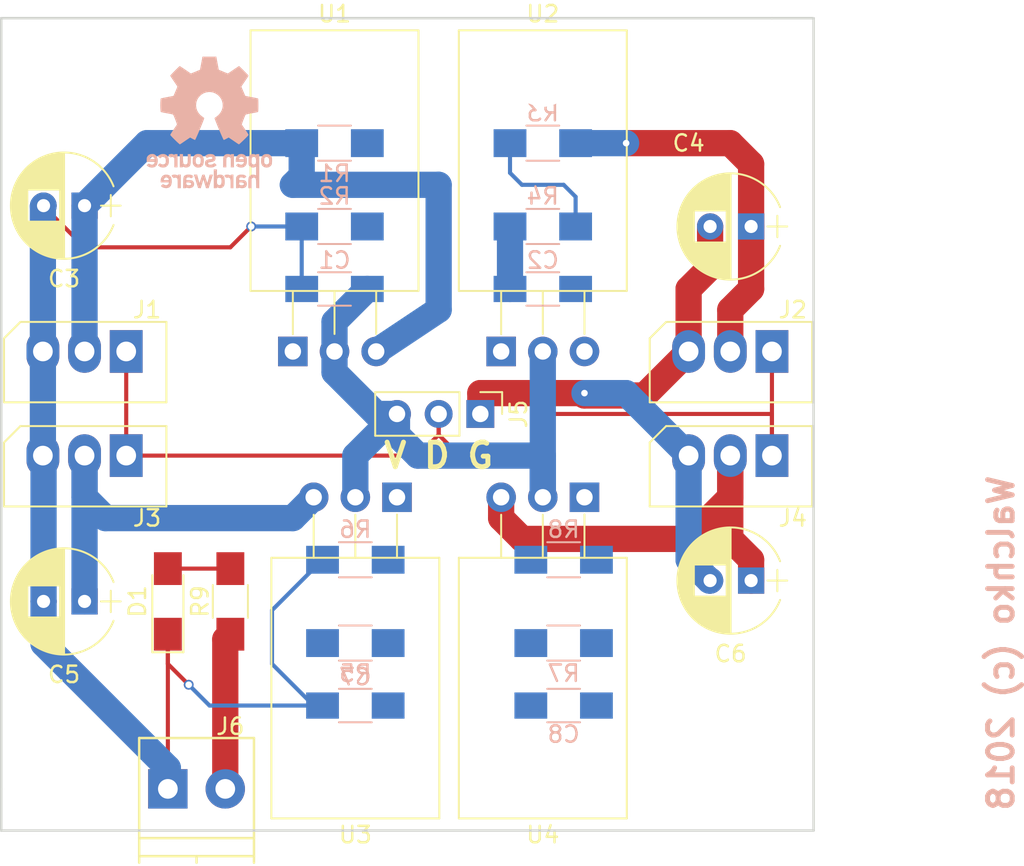
<source format=kicad_pcb>
(kicad_pcb (version 4) (host pcbnew 4.0.7)

  (general
    (links 53)
    (no_connects 19)
    (area 107.95 58.42 180.34 111.76)
    (thickness 1.6)
    (drawings 8)
    (tracks 99)
    (zones 0)
    (modules 33)
    (nets 13)
  )

  (page USLetter)
  (layers
    (0 F.Cu signal)
    (31 B.Cu signal)
    (32 B.Adhes user)
    (33 F.Adhes user)
    (34 B.Paste user)
    (35 F.Paste user)
    (36 B.SilkS user)
    (37 F.SilkS user)
    (38 B.Mask user)
    (39 F.Mask user)
    (40 Dwgs.User user)
    (41 Cmts.User user)
    (42 Eco1.User user)
    (43 Eco2.User user)
    (44 Edge.Cuts user)
    (45 Margin user)
    (46 B.CrtYd user)
    (47 F.CrtYd user)
    (48 B.Fab user)
    (49 F.Fab user)
  )

  (setup
    (last_trace_width 0.25)
    (user_trace_width 1.6)
    (trace_clearance 0.2)
    (zone_clearance 0.508)
    (zone_45_only no)
    (trace_min 0.2)
    (segment_width 0.2)
    (edge_width 0.15)
    (via_size 0.6)
    (via_drill 0.4)
    (via_min_size 0.4)
    (via_min_drill 0.3)
    (uvia_size 0.3)
    (uvia_drill 0.1)
    (uvias_allowed no)
    (uvia_min_size 0.2)
    (uvia_min_drill 0.1)
    (pcb_text_width 0.3)
    (pcb_text_size 1.5 1.5)
    (mod_edge_width 0.15)
    (mod_text_size 1 1)
    (mod_text_width 0.15)
    (pad_size 1.524 1.524)
    (pad_drill 0.762)
    (pad_to_mask_clearance 0.2)
    (aux_axis_origin 0 0)
    (visible_elements 7FFFFFFF)
    (pcbplotparams
      (layerselection 0x00030_80000001)
      (usegerberextensions false)
      (excludeedgelayer true)
      (linewidth 0.100000)
      (plotframeref false)
      (viasonmask false)
      (mode 1)
      (useauxorigin false)
      (hpglpennumber 1)
      (hpglpenspeed 20)
      (hpglpendiameter 15)
      (hpglpenoverlay 2)
      (psnegative false)
      (psa4output false)
      (plotreference true)
      (plotvalue true)
      (plotinvisibletext false)
      (padsonsilk false)
      (subtractmaskfromsilk false)
      (outputformat 1)
      (mirror false)
      (drillshape 0)
      (scaleselection 1)
      (outputdirectory gerber/))
  )

  (net 0 "")
  (net 1 "Net-(R1-Pad2)")
  (net 2 "Net-(R3-Pad2)")
  (net 3 GNDA)
  (net 4 +VDC)
  (net 5 "Net-(C3-Pad1)")
  (net 6 "Net-(C4-Pad1)")
  (net 7 "Net-(C5-Pad1)")
  (net 8 "Net-(C6-Pad1)")
  (net 9 "Net-(D1-Pad2)")
  (net 10 DATA)
  (net 11 "Net-(R5-Pad2)")
  (net 12 "Net-(R7-Pad2)")

  (net_class Default "This is the default net class."
    (clearance 0.2)
    (trace_width 0.25)
    (via_dia 0.6)
    (via_drill 0.4)
    (uvia_dia 0.3)
    (uvia_drill 0.1)
    (add_net DATA)
    (add_net GNDA)
    (add_net "Net-(C3-Pad1)")
    (add_net "Net-(C4-Pad1)")
    (add_net "Net-(C5-Pad1)")
    (add_net "Net-(C6-Pad1)")
    (add_net "Net-(D1-Pad2)")
    (add_net "Net-(R1-Pad2)")
    (add_net "Net-(R3-Pad2)")
    (add_net "Net-(R5-Pad2)")
    (add_net "Net-(R7-Pad2)")
  )

  (net_class large ""
    (clearance 0.2)
    (trace_width 1.6)
    (via_dia 0.6)
    (via_drill 0.4)
    (uvia_dia 0.3)
    (uvia_drill 0.1)
    (add_net +VDC)
  )

  (module Resistors_SMD:R_1206_HandSoldering placed (layer B.Cu) (tedit 58E0A804) (tstamp 5A83C85D)
    (at 129.54 67.31)
    (descr "Resistor SMD 1206, hand soldering")
    (tags "resistor 1206")
    (path /5A7A511D)
    (attr smd)
    (fp_text reference R1 (at 0 1.85) (layer B.SilkS)
      (effects (font (size 1 1) (thickness 0.15)) (justify mirror))
    )
    (fp_text value 390 (at 0 -1.9) (layer B.Fab)
      (effects (font (size 1 1) (thickness 0.15)) (justify mirror))
    )
    (fp_text user %R (at 0 0) (layer B.Fab)
      (effects (font (size 0.7 0.7) (thickness 0.105)) (justify mirror))
    )
    (fp_line (start -1.6 -0.8) (end -1.6 0.8) (layer B.Fab) (width 0.1))
    (fp_line (start 1.6 -0.8) (end -1.6 -0.8) (layer B.Fab) (width 0.1))
    (fp_line (start 1.6 0.8) (end 1.6 -0.8) (layer B.Fab) (width 0.1))
    (fp_line (start -1.6 0.8) (end 1.6 0.8) (layer B.Fab) (width 0.1))
    (fp_line (start 1 -1.07) (end -1 -1.07) (layer B.SilkS) (width 0.12))
    (fp_line (start -1 1.07) (end 1 1.07) (layer B.SilkS) (width 0.12))
    (fp_line (start -3.25 1.11) (end 3.25 1.11) (layer B.CrtYd) (width 0.05))
    (fp_line (start -3.25 1.11) (end -3.25 -1.1) (layer B.CrtYd) (width 0.05))
    (fp_line (start 3.25 -1.1) (end 3.25 1.11) (layer B.CrtYd) (width 0.05))
    (fp_line (start 3.25 -1.1) (end -3.25 -1.1) (layer B.CrtYd) (width 0.05))
    (pad 1 smd rect (at -2 0) (size 2 1.7) (layers B.Cu B.Paste B.Mask)
      (net 5 "Net-(C3-Pad1)"))
    (pad 2 smd rect (at 2 0) (size 2 1.7) (layers B.Cu B.Paste B.Mask)
      (net 1 "Net-(R1-Pad2)"))
    (model ${KISYS3DMOD}/Resistors_SMD.3dshapes/R_1206.wrl
      (at (xyz 0 0 0))
      (scale (xyz 1 1 1))
      (rotate (xyz 0 0 0))
    )
  )

  (module Resistors_SMD:R_1206_HandSoldering placed (layer B.Cu) (tedit 58E0A804) (tstamp 5A83C863)
    (at 129.54 72.39 180)
    (descr "Resistor SMD 1206, hand soldering")
    (tags "resistor 1206")
    (path /5A7A5040)
    (attr smd)
    (fp_text reference R2 (at 0 1.85 180) (layer B.SilkS)
      (effects (font (size 1 1) (thickness 0.15)) (justify mirror))
    )
    (fp_text value 3.3k (at 0 -1.9 180) (layer B.Fab)
      (effects (font (size 1 1) (thickness 0.15)) (justify mirror))
    )
    (fp_text user %R (at 0 0 180) (layer B.Fab)
      (effects (font (size 0.7 0.7) (thickness 0.105)) (justify mirror))
    )
    (fp_line (start -1.6 -0.8) (end -1.6 0.8) (layer B.Fab) (width 0.1))
    (fp_line (start 1.6 -0.8) (end -1.6 -0.8) (layer B.Fab) (width 0.1))
    (fp_line (start 1.6 0.8) (end 1.6 -0.8) (layer B.Fab) (width 0.1))
    (fp_line (start -1.6 0.8) (end 1.6 0.8) (layer B.Fab) (width 0.1))
    (fp_line (start 1 -1.07) (end -1 -1.07) (layer B.SilkS) (width 0.12))
    (fp_line (start -1 1.07) (end 1 1.07) (layer B.SilkS) (width 0.12))
    (fp_line (start -3.25 1.11) (end 3.25 1.11) (layer B.CrtYd) (width 0.05))
    (fp_line (start -3.25 1.11) (end -3.25 -1.1) (layer B.CrtYd) (width 0.05))
    (fp_line (start 3.25 -1.1) (end 3.25 1.11) (layer B.CrtYd) (width 0.05))
    (fp_line (start 3.25 -1.1) (end -3.25 -1.1) (layer B.CrtYd) (width 0.05))
    (pad 1 smd rect (at -2 0 180) (size 2 1.7) (layers B.Cu B.Paste B.Mask)
      (net 1 "Net-(R1-Pad2)"))
    (pad 2 smd rect (at 2 0 180) (size 2 1.7) (layers B.Cu B.Paste B.Mask)
      (net 3 GNDA))
    (model ${KISYS3DMOD}/Resistors_SMD.3dshapes/R_1206.wrl
      (at (xyz 0 0 0))
      (scale (xyz 1 1 1))
      (rotate (xyz 0 0 0))
    )
  )

  (module Capacitors_SMD:C_1206_HandSoldering placed (layer B.Cu) (tedit 58AA84D1) (tstamp 5A7E06B5)
    (at 129.54 76.2 180)
    (descr "Capacitor SMD 1206, hand soldering")
    (tags "capacitor 1206")
    (path /5A7E0AD9)
    (attr smd)
    (fp_text reference C1 (at 0 1.75 180) (layer B.SilkS)
      (effects (font (size 1 1) (thickness 0.15)) (justify mirror))
    )
    (fp_text value C (at 0 -2 180) (layer B.Fab)
      (effects (font (size 1 1) (thickness 0.15)) (justify mirror))
    )
    (fp_text user %R (at 0 1.75 180) (layer B.Fab)
      (effects (font (size 1 1) (thickness 0.15)) (justify mirror))
    )
    (fp_line (start -1.6 -0.8) (end -1.6 0.8) (layer B.Fab) (width 0.1))
    (fp_line (start 1.6 -0.8) (end -1.6 -0.8) (layer B.Fab) (width 0.1))
    (fp_line (start 1.6 0.8) (end 1.6 -0.8) (layer B.Fab) (width 0.1))
    (fp_line (start -1.6 0.8) (end 1.6 0.8) (layer B.Fab) (width 0.1))
    (fp_line (start 1 1.02) (end -1 1.02) (layer B.SilkS) (width 0.12))
    (fp_line (start -1 -1.02) (end 1 -1.02) (layer B.SilkS) (width 0.12))
    (fp_line (start -3.25 1.05) (end 3.25 1.05) (layer B.CrtYd) (width 0.05))
    (fp_line (start -3.25 1.05) (end -3.25 -1.05) (layer B.CrtYd) (width 0.05))
    (fp_line (start 3.25 -1.05) (end 3.25 1.05) (layer B.CrtYd) (width 0.05))
    (fp_line (start 3.25 -1.05) (end -3.25 -1.05) (layer B.CrtYd) (width 0.05))
    (pad 1 smd rect (at -2 0 180) (size 2 1.6) (layers B.Cu B.Paste B.Mask)
      (net 4 +VDC))
    (pad 2 smd rect (at 2 0 180) (size 2 1.6) (layers B.Cu B.Paste B.Mask)
      (net 3 GNDA))
    (model Capacitors_SMD.3dshapes/C_1206.wrl
      (at (xyz 0 0 0))
      (scale (xyz 1 1 1))
      (rotate (xyz 0 0 0))
    )
  )

  (module Capacitors_SMD:C_1206_HandSoldering placed (layer B.Cu) (tedit 58AA84D1) (tstamp 5A7E06BB)
    (at 142.24 76.2 180)
    (descr "Capacitor SMD 1206, hand soldering")
    (tags "capacitor 1206")
    (path /5A936F8B)
    (attr smd)
    (fp_text reference C2 (at 0 1.75 180) (layer B.SilkS)
      (effects (font (size 1 1) (thickness 0.15)) (justify mirror))
    )
    (fp_text value C (at 0 -2 180) (layer B.Fab)
      (effects (font (size 1 1) (thickness 0.15)) (justify mirror))
    )
    (fp_text user %R (at 0 1.75 180) (layer B.Fab)
      (effects (font (size 1 1) (thickness 0.15)) (justify mirror))
    )
    (fp_line (start -1.6 -0.8) (end -1.6 0.8) (layer B.Fab) (width 0.1))
    (fp_line (start 1.6 -0.8) (end -1.6 -0.8) (layer B.Fab) (width 0.1))
    (fp_line (start 1.6 0.8) (end 1.6 -0.8) (layer B.Fab) (width 0.1))
    (fp_line (start -1.6 0.8) (end 1.6 0.8) (layer B.Fab) (width 0.1))
    (fp_line (start 1 1.02) (end -1 1.02) (layer B.SilkS) (width 0.12))
    (fp_line (start -1 -1.02) (end 1 -1.02) (layer B.SilkS) (width 0.12))
    (fp_line (start -3.25 1.05) (end 3.25 1.05) (layer B.CrtYd) (width 0.05))
    (fp_line (start -3.25 1.05) (end -3.25 -1.05) (layer B.CrtYd) (width 0.05))
    (fp_line (start 3.25 -1.05) (end 3.25 1.05) (layer B.CrtYd) (width 0.05))
    (fp_line (start 3.25 -1.05) (end -3.25 -1.05) (layer B.CrtYd) (width 0.05))
    (pad 1 smd rect (at -2 0 180) (size 2 1.6) (layers B.Cu B.Paste B.Mask)
      (net 4 +VDC))
    (pad 2 smd rect (at 2 0 180) (size 2 1.6) (layers B.Cu B.Paste B.Mask)
      (net 3 GNDA))
    (model Capacitors_SMD.3dshapes/C_1206.wrl
      (at (xyz 0 0 0))
      (scale (xyz 1 1 1))
      (rotate (xyz 0 0 0))
    )
  )

  (module Resistors_SMD:R_1206_HandSoldering placed (layer B.Cu) (tedit 58E0A804) (tstamp 5A7E06F6)
    (at 142.24 67.31 180)
    (descr "Resistor SMD 1206, hand soldering")
    (tags "resistor 1206")
    (path /5A936F5B)
    (attr smd)
    (fp_text reference R3 (at 0 1.85 180) (layer B.SilkS)
      (effects (font (size 1 1) (thickness 0.15)) (justify mirror))
    )
    (fp_text value 390 (at 0 -1.9 180) (layer B.Fab)
      (effects (font (size 1 1) (thickness 0.15)) (justify mirror))
    )
    (fp_text user %R (at 0 0 180) (layer B.Fab)
      (effects (font (size 0.7 0.7) (thickness 0.105)) (justify mirror))
    )
    (fp_line (start -1.6 -0.8) (end -1.6 0.8) (layer B.Fab) (width 0.1))
    (fp_line (start 1.6 -0.8) (end -1.6 -0.8) (layer B.Fab) (width 0.1))
    (fp_line (start 1.6 0.8) (end 1.6 -0.8) (layer B.Fab) (width 0.1))
    (fp_line (start -1.6 0.8) (end 1.6 0.8) (layer B.Fab) (width 0.1))
    (fp_line (start 1 -1.07) (end -1 -1.07) (layer B.SilkS) (width 0.12))
    (fp_line (start -1 1.07) (end 1 1.07) (layer B.SilkS) (width 0.12))
    (fp_line (start -3.25 1.11) (end 3.25 1.11) (layer B.CrtYd) (width 0.05))
    (fp_line (start -3.25 1.11) (end -3.25 -1.1) (layer B.CrtYd) (width 0.05))
    (fp_line (start 3.25 -1.1) (end 3.25 1.11) (layer B.CrtYd) (width 0.05))
    (fp_line (start 3.25 -1.1) (end -3.25 -1.1) (layer B.CrtYd) (width 0.05))
    (pad 1 smd rect (at -2 0 180) (size 2 1.7) (layers B.Cu B.Paste B.Mask)
      (net 6 "Net-(C4-Pad1)"))
    (pad 2 smd rect (at 2 0 180) (size 2 1.7) (layers B.Cu B.Paste B.Mask)
      (net 2 "Net-(R3-Pad2)"))
    (model ${KISYS3DMOD}/Resistors_SMD.3dshapes/R_1206.wrl
      (at (xyz 0 0 0))
      (scale (xyz 1 1 1))
      (rotate (xyz 0 0 0))
    )
  )

  (module Resistors_SMD:R_1206_HandSoldering placed (layer B.Cu) (tedit 58E0A804) (tstamp 5A7E06FC)
    (at 142.24 72.39 180)
    (descr "Resistor SMD 1206, hand soldering")
    (tags "resistor 1206")
    (path /5A936F55)
    (attr smd)
    (fp_text reference R4 (at 0 1.85 180) (layer B.SilkS)
      (effects (font (size 1 1) (thickness 0.15)) (justify mirror))
    )
    (fp_text value 3.3k (at 0 -1.9 180) (layer B.Fab)
      (effects (font (size 1 1) (thickness 0.15)) (justify mirror))
    )
    (fp_text user %R (at 0 0 180) (layer B.Fab)
      (effects (font (size 0.7 0.7) (thickness 0.105)) (justify mirror))
    )
    (fp_line (start -1.6 -0.8) (end -1.6 0.8) (layer B.Fab) (width 0.1))
    (fp_line (start 1.6 -0.8) (end -1.6 -0.8) (layer B.Fab) (width 0.1))
    (fp_line (start 1.6 0.8) (end 1.6 -0.8) (layer B.Fab) (width 0.1))
    (fp_line (start -1.6 0.8) (end 1.6 0.8) (layer B.Fab) (width 0.1))
    (fp_line (start 1 -1.07) (end -1 -1.07) (layer B.SilkS) (width 0.12))
    (fp_line (start -1 1.07) (end 1 1.07) (layer B.SilkS) (width 0.12))
    (fp_line (start -3.25 1.11) (end 3.25 1.11) (layer B.CrtYd) (width 0.05))
    (fp_line (start -3.25 1.11) (end -3.25 -1.1) (layer B.CrtYd) (width 0.05))
    (fp_line (start 3.25 -1.1) (end 3.25 1.11) (layer B.CrtYd) (width 0.05))
    (fp_line (start 3.25 -1.1) (end -3.25 -1.1) (layer B.CrtYd) (width 0.05))
    (pad 1 smd rect (at -2 0 180) (size 2 1.7) (layers B.Cu B.Paste B.Mask)
      (net 2 "Net-(R3-Pad2)"))
    (pad 2 smd rect (at 2 0 180) (size 2 1.7) (layers B.Cu B.Paste B.Mask)
      (net 3 GNDA))
    (model ${KISYS3DMOD}/Resistors_SMD.3dshapes/R_1206.wrl
      (at (xyz 0 0 0))
      (scale (xyz 1 1 1))
      (rotate (xyz 0 0 0))
    )
  )

  (module TO_SOT_Packages_THT:TO-220-3_Horizontal (layer F.Cu) (tedit 5A934249) (tstamp 5A7E6E24)
    (at 127 80.01)
    (descr "TO-220-3, Horizontal, RM 2.54mm")
    (tags "TO-220-3 Horizontal RM 2.54mm")
    (path /5A7A4FBF)
    (fp_text reference U1 (at 2.54 -20.58) (layer F.SilkS)
      (effects (font (size 1 1) (thickness 0.15)))
    )
    (fp_text value LM317_12 (at 2.54 -2.54) (layer F.Fab)
      (effects (font (size 1 1) (thickness 0.15)))
    )
    (fp_text user %R (at 6.35 -17.78) (layer F.Fab)
      (effects (font (size 1 1) (thickness 0.15)))
    )
    (fp_line (start -2.46 -13.06) (end -2.46 -19.46) (layer F.Fab) (width 0.1))
    (fp_line (start -2.46 -19.46) (end 7.54 -19.46) (layer F.Fab) (width 0.1))
    (fp_line (start 7.54 -19.46) (end 7.54 -13.06) (layer F.Fab) (width 0.1))
    (fp_line (start 7.54 -13.06) (end -2.46 -13.06) (layer F.Fab) (width 0.1))
    (fp_line (start -2.46 -3.81) (end -2.46 -13.06) (layer F.Fab) (width 0.1))
    (fp_line (start -2.46 -13.06) (end 7.54 -13.06) (layer F.Fab) (width 0.1))
    (fp_line (start 7.54 -13.06) (end 7.54 -3.81) (layer F.Fab) (width 0.1))
    (fp_line (start 7.54 -3.81) (end -2.46 -3.81) (layer F.Fab) (width 0.1))
    (fp_line (start 0 -3.81) (end 0 0) (layer F.Fab) (width 0.1))
    (fp_line (start 2.54 -3.81) (end 2.54 0) (layer F.Fab) (width 0.1))
    (fp_line (start 5.08 -3.81) (end 5.08 0) (layer F.Fab) (width 0.1))
    (fp_line (start -2.58 -3.69) (end 7.66 -3.69) (layer F.SilkS) (width 0.12))
    (fp_line (start -2.58 -19.58) (end 7.66 -19.58) (layer F.SilkS) (width 0.12))
    (fp_line (start -2.58 -19.58) (end -2.58 -3.69) (layer F.SilkS) (width 0.12))
    (fp_line (start 7.66 -19.58) (end 7.66 -3.69) (layer F.SilkS) (width 0.12))
    (fp_line (start 0 -3.69) (end 0 -1.05) (layer F.SilkS) (width 0.12))
    (fp_line (start 2.54 -3.69) (end 2.54 -1.066) (layer F.SilkS) (width 0.12))
    (fp_line (start 5.08 -3.69) (end 5.08 -1.066) (layer F.SilkS) (width 0.12))
    (fp_line (start -2.71 -19.71) (end -2.71 1.15) (layer F.CrtYd) (width 0.05))
    (fp_line (start -2.71 1.15) (end 7.79 1.15) (layer F.CrtYd) (width 0.05))
    (fp_line (start 7.79 1.15) (end 7.79 -19.71) (layer F.CrtYd) (width 0.05))
    (fp_line (start 7.79 -19.71) (end -2.71 -19.71) (layer F.CrtYd) (width 0.05))
    (fp_circle (center 2.54 -16.66) (end 4.39 -16.66) (layer F.Fab) (width 0.1))
    (pad 0 np_thru_hole oval (at 2.54 -16.66) (size 3.5 3.5) (drill 3.5) (layers *.Cu *.Mask))
    (pad 1 thru_hole rect (at 0 0) (size 1.8 1.8) (drill 1) (layers *.Cu *.Mask)
      (net 1 "Net-(R1-Pad2)"))
    (pad 2 thru_hole oval (at 2.54 0) (size 1.8 1.8) (drill 1) (layers *.Cu *.Mask)
      (net 4 +VDC))
    (pad 3 thru_hole oval (at 5.08 0) (size 1.8 1.8) (drill 1) (layers *.Cu *.Mask)
      (net 5 "Net-(C3-Pad1)"))
    (model ${KISYS3DMOD}/TO_SOT_Packages_THT.3dshapes/TO-220-3_Horizontal.wrl
      (at (xyz 0.1 0 0))
      (scale (xyz 0.393701 0.393701 0.393701))
      (rotate (xyz 0 0 0))
    )
  )

  (module TO_SOT_Packages_THT:TO-220-3_Horizontal (layer F.Cu) (tedit 5A93423D) (tstamp 5A7E6E2B)
    (at 144.78 88.9 180)
    (descr "TO-220-3, Horizontal, RM 2.54mm")
    (tags "TO-220-3 Horizontal RM 2.54mm")
    (path /5A7D5437)
    (fp_text reference U4 (at 2.54 -20.58 180) (layer F.SilkS)
      (effects (font (size 1 1) (thickness 0.15)))
    )
    (fp_text value LM317_34 (at 2.54 -2.54 180) (layer F.Fab)
      (effects (font (size 1 1) (thickness 0.15)))
    )
    (fp_text user %R (at -1.27 -17.78 180) (layer F.Fab)
      (effects (font (size 1 1) (thickness 0.15)))
    )
    (fp_line (start -2.46 -13.06) (end -2.46 -19.46) (layer F.Fab) (width 0.1))
    (fp_line (start -2.46 -19.46) (end 7.54 -19.46) (layer F.Fab) (width 0.1))
    (fp_line (start 7.54 -19.46) (end 7.54 -13.06) (layer F.Fab) (width 0.1))
    (fp_line (start 7.54 -13.06) (end -2.46 -13.06) (layer F.Fab) (width 0.1))
    (fp_line (start -2.46 -3.81) (end -2.46 -13.06) (layer F.Fab) (width 0.1))
    (fp_line (start -2.46 -13.06) (end 7.54 -13.06) (layer F.Fab) (width 0.1))
    (fp_line (start 7.54 -13.06) (end 7.54 -3.81) (layer F.Fab) (width 0.1))
    (fp_line (start 7.54 -3.81) (end -2.46 -3.81) (layer F.Fab) (width 0.1))
    (fp_line (start 0 -3.81) (end 0 0) (layer F.Fab) (width 0.1))
    (fp_line (start 2.54 -3.81) (end 2.54 0) (layer F.Fab) (width 0.1))
    (fp_line (start 5.08 -3.81) (end 5.08 0) (layer F.Fab) (width 0.1))
    (fp_line (start -2.58 -3.69) (end 7.66 -3.69) (layer F.SilkS) (width 0.12))
    (fp_line (start -2.58 -19.58) (end 7.66 -19.58) (layer F.SilkS) (width 0.12))
    (fp_line (start -2.58 -19.58) (end -2.58 -3.69) (layer F.SilkS) (width 0.12))
    (fp_line (start 7.66 -19.58) (end 7.66 -3.69) (layer F.SilkS) (width 0.12))
    (fp_line (start 0 -3.69) (end 0 -1.05) (layer F.SilkS) (width 0.12))
    (fp_line (start 2.54 -3.69) (end 2.54 -1.066) (layer F.SilkS) (width 0.12))
    (fp_line (start 5.08 -3.69) (end 5.08 -1.066) (layer F.SilkS) (width 0.12))
    (fp_line (start -2.71 -19.71) (end -2.71 1.15) (layer F.CrtYd) (width 0.05))
    (fp_line (start -2.71 1.15) (end 7.79 1.15) (layer F.CrtYd) (width 0.05))
    (fp_line (start 7.79 1.15) (end 7.79 -19.71) (layer F.CrtYd) (width 0.05))
    (fp_line (start 7.79 -19.71) (end -2.71 -19.71) (layer F.CrtYd) (width 0.05))
    (fp_circle (center 2.54 -16.66) (end 4.39 -16.66) (layer F.Fab) (width 0.1))
    (pad 0 np_thru_hole oval (at 2.54 -16.66 180) (size 3.5 3.5) (drill 3.5) (layers *.Cu *.Mask))
    (pad 1 thru_hole rect (at 0 0 180) (size 1.8 1.8) (drill 1) (layers *.Cu *.Mask)
      (net 12 "Net-(R7-Pad2)"))
    (pad 2 thru_hole oval (at 2.54 0 180) (size 1.8 1.8) (drill 1) (layers *.Cu *.Mask)
      (net 4 +VDC))
    (pad 3 thru_hole oval (at 5.08 0 180) (size 1.8 1.8) (drill 1) (layers *.Cu *.Mask)
      (net 8 "Net-(C6-Pad1)"))
    (model ${KISYS3DMOD}/TO_SOT_Packages_THT.3dshapes/TO-220-3_Horizontal.wrl
      (at (xyz 0.1 0 0))
      (scale (xyz 0.393701 0.393701 0.393701))
      (rotate (xyz 0 0 0))
    )
  )

  (module Capacitors_THT:CP_Radial_D6.3mm_P2.50mm (layer F.Cu) (tedit 5A934262) (tstamp 5A7F7908)
    (at 114.3 71.12 180)
    (descr "CP, Radial series, Radial, pin pitch=2.50mm, , diameter=6.3mm, Electrolytic Capacitor")
    (tags "CP Radial series Radial pin pitch 2.50mm  diameter 6.3mm Electrolytic Capacitor")
    (path /5A7D66F3)
    (fp_text reference C3 (at 1.25 -4.46 180) (layer F.SilkS)
      (effects (font (size 1 1) (thickness 0.15)))
    )
    (fp_text value .1 (at 2.54 2.54 180) (layer F.Fab)
      (effects (font (size 1 1) (thickness 0.15)))
    )
    (fp_arc (start 1.25 0) (end -1.767482 -1.18) (angle 137.3) (layer F.SilkS) (width 0.12))
    (fp_arc (start 1.25 0) (end -1.767482 1.18) (angle -137.3) (layer F.SilkS) (width 0.12))
    (fp_arc (start 1.25 0) (end 4.267482 -1.18) (angle 42.7) (layer F.SilkS) (width 0.12))
    (fp_circle (center 1.25 0) (end 4.4 0) (layer F.Fab) (width 0.1))
    (fp_line (start -2.2 0) (end -1 0) (layer F.Fab) (width 0.1))
    (fp_line (start -1.6 -0.65) (end -1.6 0.65) (layer F.Fab) (width 0.1))
    (fp_line (start 1.25 -3.2) (end 1.25 3.2) (layer F.SilkS) (width 0.12))
    (fp_line (start 1.29 -3.2) (end 1.29 3.2) (layer F.SilkS) (width 0.12))
    (fp_line (start 1.33 -3.2) (end 1.33 3.2) (layer F.SilkS) (width 0.12))
    (fp_line (start 1.37 -3.198) (end 1.37 3.198) (layer F.SilkS) (width 0.12))
    (fp_line (start 1.41 -3.197) (end 1.41 3.197) (layer F.SilkS) (width 0.12))
    (fp_line (start 1.45 -3.194) (end 1.45 3.194) (layer F.SilkS) (width 0.12))
    (fp_line (start 1.49 -3.192) (end 1.49 3.192) (layer F.SilkS) (width 0.12))
    (fp_line (start 1.53 -3.188) (end 1.53 -0.98) (layer F.SilkS) (width 0.12))
    (fp_line (start 1.53 0.98) (end 1.53 3.188) (layer F.SilkS) (width 0.12))
    (fp_line (start 1.57 -3.185) (end 1.57 -0.98) (layer F.SilkS) (width 0.12))
    (fp_line (start 1.57 0.98) (end 1.57 3.185) (layer F.SilkS) (width 0.12))
    (fp_line (start 1.61 -3.18) (end 1.61 -0.98) (layer F.SilkS) (width 0.12))
    (fp_line (start 1.61 0.98) (end 1.61 3.18) (layer F.SilkS) (width 0.12))
    (fp_line (start 1.65 -3.176) (end 1.65 -0.98) (layer F.SilkS) (width 0.12))
    (fp_line (start 1.65 0.98) (end 1.65 3.176) (layer F.SilkS) (width 0.12))
    (fp_line (start 1.69 -3.17) (end 1.69 -0.98) (layer F.SilkS) (width 0.12))
    (fp_line (start 1.69 0.98) (end 1.69 3.17) (layer F.SilkS) (width 0.12))
    (fp_line (start 1.73 -3.165) (end 1.73 -0.98) (layer F.SilkS) (width 0.12))
    (fp_line (start 1.73 0.98) (end 1.73 3.165) (layer F.SilkS) (width 0.12))
    (fp_line (start 1.77 -3.158) (end 1.77 -0.98) (layer F.SilkS) (width 0.12))
    (fp_line (start 1.77 0.98) (end 1.77 3.158) (layer F.SilkS) (width 0.12))
    (fp_line (start 1.81 -3.152) (end 1.81 -0.98) (layer F.SilkS) (width 0.12))
    (fp_line (start 1.81 0.98) (end 1.81 3.152) (layer F.SilkS) (width 0.12))
    (fp_line (start 1.85 -3.144) (end 1.85 -0.98) (layer F.SilkS) (width 0.12))
    (fp_line (start 1.85 0.98) (end 1.85 3.144) (layer F.SilkS) (width 0.12))
    (fp_line (start 1.89 -3.137) (end 1.89 -0.98) (layer F.SilkS) (width 0.12))
    (fp_line (start 1.89 0.98) (end 1.89 3.137) (layer F.SilkS) (width 0.12))
    (fp_line (start 1.93 -3.128) (end 1.93 -0.98) (layer F.SilkS) (width 0.12))
    (fp_line (start 1.93 0.98) (end 1.93 3.128) (layer F.SilkS) (width 0.12))
    (fp_line (start 1.971 -3.119) (end 1.971 -0.98) (layer F.SilkS) (width 0.12))
    (fp_line (start 1.971 0.98) (end 1.971 3.119) (layer F.SilkS) (width 0.12))
    (fp_line (start 2.011 -3.11) (end 2.011 -0.98) (layer F.SilkS) (width 0.12))
    (fp_line (start 2.011 0.98) (end 2.011 3.11) (layer F.SilkS) (width 0.12))
    (fp_line (start 2.051 -3.1) (end 2.051 -0.98) (layer F.SilkS) (width 0.12))
    (fp_line (start 2.051 0.98) (end 2.051 3.1) (layer F.SilkS) (width 0.12))
    (fp_line (start 2.091 -3.09) (end 2.091 -0.98) (layer F.SilkS) (width 0.12))
    (fp_line (start 2.091 0.98) (end 2.091 3.09) (layer F.SilkS) (width 0.12))
    (fp_line (start 2.131 -3.079) (end 2.131 -0.98) (layer F.SilkS) (width 0.12))
    (fp_line (start 2.131 0.98) (end 2.131 3.079) (layer F.SilkS) (width 0.12))
    (fp_line (start 2.171 -3.067) (end 2.171 -0.98) (layer F.SilkS) (width 0.12))
    (fp_line (start 2.171 0.98) (end 2.171 3.067) (layer F.SilkS) (width 0.12))
    (fp_line (start 2.211 -3.055) (end 2.211 -0.98) (layer F.SilkS) (width 0.12))
    (fp_line (start 2.211 0.98) (end 2.211 3.055) (layer F.SilkS) (width 0.12))
    (fp_line (start 2.251 -3.042) (end 2.251 -0.98) (layer F.SilkS) (width 0.12))
    (fp_line (start 2.251 0.98) (end 2.251 3.042) (layer F.SilkS) (width 0.12))
    (fp_line (start 2.291 -3.029) (end 2.291 -0.98) (layer F.SilkS) (width 0.12))
    (fp_line (start 2.291 0.98) (end 2.291 3.029) (layer F.SilkS) (width 0.12))
    (fp_line (start 2.331 -3.015) (end 2.331 -0.98) (layer F.SilkS) (width 0.12))
    (fp_line (start 2.331 0.98) (end 2.331 3.015) (layer F.SilkS) (width 0.12))
    (fp_line (start 2.371 -3.001) (end 2.371 -0.98) (layer F.SilkS) (width 0.12))
    (fp_line (start 2.371 0.98) (end 2.371 3.001) (layer F.SilkS) (width 0.12))
    (fp_line (start 2.411 -2.986) (end 2.411 -0.98) (layer F.SilkS) (width 0.12))
    (fp_line (start 2.411 0.98) (end 2.411 2.986) (layer F.SilkS) (width 0.12))
    (fp_line (start 2.451 -2.97) (end 2.451 -0.98) (layer F.SilkS) (width 0.12))
    (fp_line (start 2.451 0.98) (end 2.451 2.97) (layer F.SilkS) (width 0.12))
    (fp_line (start 2.491 -2.954) (end 2.491 -0.98) (layer F.SilkS) (width 0.12))
    (fp_line (start 2.491 0.98) (end 2.491 2.954) (layer F.SilkS) (width 0.12))
    (fp_line (start 2.531 -2.937) (end 2.531 -0.98) (layer F.SilkS) (width 0.12))
    (fp_line (start 2.531 0.98) (end 2.531 2.937) (layer F.SilkS) (width 0.12))
    (fp_line (start 2.571 -2.919) (end 2.571 -0.98) (layer F.SilkS) (width 0.12))
    (fp_line (start 2.571 0.98) (end 2.571 2.919) (layer F.SilkS) (width 0.12))
    (fp_line (start 2.611 -2.901) (end 2.611 -0.98) (layer F.SilkS) (width 0.12))
    (fp_line (start 2.611 0.98) (end 2.611 2.901) (layer F.SilkS) (width 0.12))
    (fp_line (start 2.651 -2.882) (end 2.651 -0.98) (layer F.SilkS) (width 0.12))
    (fp_line (start 2.651 0.98) (end 2.651 2.882) (layer F.SilkS) (width 0.12))
    (fp_line (start 2.691 -2.863) (end 2.691 -0.98) (layer F.SilkS) (width 0.12))
    (fp_line (start 2.691 0.98) (end 2.691 2.863) (layer F.SilkS) (width 0.12))
    (fp_line (start 2.731 -2.843) (end 2.731 -0.98) (layer F.SilkS) (width 0.12))
    (fp_line (start 2.731 0.98) (end 2.731 2.843) (layer F.SilkS) (width 0.12))
    (fp_line (start 2.771 -2.822) (end 2.771 -0.98) (layer F.SilkS) (width 0.12))
    (fp_line (start 2.771 0.98) (end 2.771 2.822) (layer F.SilkS) (width 0.12))
    (fp_line (start 2.811 -2.8) (end 2.811 -0.98) (layer F.SilkS) (width 0.12))
    (fp_line (start 2.811 0.98) (end 2.811 2.8) (layer F.SilkS) (width 0.12))
    (fp_line (start 2.851 -2.778) (end 2.851 -0.98) (layer F.SilkS) (width 0.12))
    (fp_line (start 2.851 0.98) (end 2.851 2.778) (layer F.SilkS) (width 0.12))
    (fp_line (start 2.891 -2.755) (end 2.891 -0.98) (layer F.SilkS) (width 0.12))
    (fp_line (start 2.891 0.98) (end 2.891 2.755) (layer F.SilkS) (width 0.12))
    (fp_line (start 2.931 -2.731) (end 2.931 -0.98) (layer F.SilkS) (width 0.12))
    (fp_line (start 2.931 0.98) (end 2.931 2.731) (layer F.SilkS) (width 0.12))
    (fp_line (start 2.971 -2.706) (end 2.971 -0.98) (layer F.SilkS) (width 0.12))
    (fp_line (start 2.971 0.98) (end 2.971 2.706) (layer F.SilkS) (width 0.12))
    (fp_line (start 3.011 -2.681) (end 3.011 -0.98) (layer F.SilkS) (width 0.12))
    (fp_line (start 3.011 0.98) (end 3.011 2.681) (layer F.SilkS) (width 0.12))
    (fp_line (start 3.051 -2.654) (end 3.051 -0.98) (layer F.SilkS) (width 0.12))
    (fp_line (start 3.051 0.98) (end 3.051 2.654) (layer F.SilkS) (width 0.12))
    (fp_line (start 3.091 -2.627) (end 3.091 -0.98) (layer F.SilkS) (width 0.12))
    (fp_line (start 3.091 0.98) (end 3.091 2.627) (layer F.SilkS) (width 0.12))
    (fp_line (start 3.131 -2.599) (end 3.131 -0.98) (layer F.SilkS) (width 0.12))
    (fp_line (start 3.131 0.98) (end 3.131 2.599) (layer F.SilkS) (width 0.12))
    (fp_line (start 3.171 -2.57) (end 3.171 -0.98) (layer F.SilkS) (width 0.12))
    (fp_line (start 3.171 0.98) (end 3.171 2.57) (layer F.SilkS) (width 0.12))
    (fp_line (start 3.211 -2.54) (end 3.211 -0.98) (layer F.SilkS) (width 0.12))
    (fp_line (start 3.211 0.98) (end 3.211 2.54) (layer F.SilkS) (width 0.12))
    (fp_line (start 3.251 -2.51) (end 3.251 -0.98) (layer F.SilkS) (width 0.12))
    (fp_line (start 3.251 0.98) (end 3.251 2.51) (layer F.SilkS) (width 0.12))
    (fp_line (start 3.291 -2.478) (end 3.291 -0.98) (layer F.SilkS) (width 0.12))
    (fp_line (start 3.291 0.98) (end 3.291 2.478) (layer F.SilkS) (width 0.12))
    (fp_line (start 3.331 -2.445) (end 3.331 -0.98) (layer F.SilkS) (width 0.12))
    (fp_line (start 3.331 0.98) (end 3.331 2.445) (layer F.SilkS) (width 0.12))
    (fp_line (start 3.371 -2.411) (end 3.371 -0.98) (layer F.SilkS) (width 0.12))
    (fp_line (start 3.371 0.98) (end 3.371 2.411) (layer F.SilkS) (width 0.12))
    (fp_line (start 3.411 -2.375) (end 3.411 -0.98) (layer F.SilkS) (width 0.12))
    (fp_line (start 3.411 0.98) (end 3.411 2.375) (layer F.SilkS) (width 0.12))
    (fp_line (start 3.451 -2.339) (end 3.451 -0.98) (layer F.SilkS) (width 0.12))
    (fp_line (start 3.451 0.98) (end 3.451 2.339) (layer F.SilkS) (width 0.12))
    (fp_line (start 3.491 -2.301) (end 3.491 2.301) (layer F.SilkS) (width 0.12))
    (fp_line (start 3.531 -2.262) (end 3.531 2.262) (layer F.SilkS) (width 0.12))
    (fp_line (start 3.571 -2.222) (end 3.571 2.222) (layer F.SilkS) (width 0.12))
    (fp_line (start 3.611 -2.18) (end 3.611 2.18) (layer F.SilkS) (width 0.12))
    (fp_line (start 3.651 -2.137) (end 3.651 2.137) (layer F.SilkS) (width 0.12))
    (fp_line (start 3.691 -2.092) (end 3.691 2.092) (layer F.SilkS) (width 0.12))
    (fp_line (start 3.731 -2.045) (end 3.731 2.045) (layer F.SilkS) (width 0.12))
    (fp_line (start 3.771 -1.997) (end 3.771 1.997) (layer F.SilkS) (width 0.12))
    (fp_line (start 3.811 -1.946) (end 3.811 1.946) (layer F.SilkS) (width 0.12))
    (fp_line (start 3.851 -1.894) (end 3.851 1.894) (layer F.SilkS) (width 0.12))
    (fp_line (start 3.891 -1.839) (end 3.891 1.839) (layer F.SilkS) (width 0.12))
    (fp_line (start 3.931 -1.781) (end 3.931 1.781) (layer F.SilkS) (width 0.12))
    (fp_line (start 3.971 -1.721) (end 3.971 1.721) (layer F.SilkS) (width 0.12))
    (fp_line (start 4.011 -1.658) (end 4.011 1.658) (layer F.SilkS) (width 0.12))
    (fp_line (start 4.051 -1.591) (end 4.051 1.591) (layer F.SilkS) (width 0.12))
    (fp_line (start 4.091 -1.52) (end 4.091 1.52) (layer F.SilkS) (width 0.12))
    (fp_line (start 4.131 -1.445) (end 4.131 1.445) (layer F.SilkS) (width 0.12))
    (fp_line (start 4.171 -1.364) (end 4.171 1.364) (layer F.SilkS) (width 0.12))
    (fp_line (start 4.211 -1.278) (end 4.211 1.278) (layer F.SilkS) (width 0.12))
    (fp_line (start 4.251 -1.184) (end 4.251 1.184) (layer F.SilkS) (width 0.12))
    (fp_line (start 4.291 -1.081) (end 4.291 1.081) (layer F.SilkS) (width 0.12))
    (fp_line (start 4.331 -0.966) (end 4.331 0.966) (layer F.SilkS) (width 0.12))
    (fp_line (start 4.371 -0.834) (end 4.371 0.834) (layer F.SilkS) (width 0.12))
    (fp_line (start 4.411 -0.676) (end 4.411 0.676) (layer F.SilkS) (width 0.12))
    (fp_line (start 4.451 -0.468) (end 4.451 0.468) (layer F.SilkS) (width 0.12))
    (fp_line (start -2.2 0) (end -1 0) (layer F.SilkS) (width 0.12))
    (fp_line (start -1.6 -0.65) (end -1.6 0.65) (layer F.SilkS) (width 0.12))
    (fp_line (start -2.25 -3.5) (end -2.25 3.5) (layer F.CrtYd) (width 0.05))
    (fp_line (start -2.25 3.5) (end 4.75 3.5) (layer F.CrtYd) (width 0.05))
    (fp_line (start 4.75 3.5) (end 4.75 -3.5) (layer F.CrtYd) (width 0.05))
    (fp_line (start 4.75 -3.5) (end -2.25 -3.5) (layer F.CrtYd) (width 0.05))
    (fp_text user %R (at 1.25 0 180) (layer F.Fab)
      (effects (font (size 1 1) (thickness 0.15)))
    )
    (pad 1 thru_hole rect (at 0 0 180) (size 1.6 1.6) (drill 0.8) (layers *.Cu *.Mask)
      (net 5 "Net-(C3-Pad1)"))
    (pad 2 thru_hole circle (at 2.5 0 180) (size 1.6 1.6) (drill 0.8) (layers *.Cu *.Mask)
      (net 3 GNDA))
    (model ${KISYS3DMOD}/Capacitors_THT.3dshapes/CP_Radial_D6.3mm_P2.50mm.wrl
      (at (xyz 0 0 0))
      (scale (xyz 1 1 1))
      (rotate (xyz 0 0 0))
    )
  )

  (module Capacitors_THT:CP_Radial_D6.3mm_P2.50mm (layer F.Cu) (tedit 5A937DE6) (tstamp 5A7F790D)
    (at 154.94 72.39 180)
    (descr "CP, Radial series, Radial, pin pitch=2.50mm, , diameter=6.3mm, Electrolytic Capacitor")
    (tags "CP Radial series Radial pin pitch 2.50mm  diameter 6.3mm Electrolytic Capacitor")
    (path /5A936F6F)
    (fp_text reference C4 (at 3.81 5.08 180) (layer F.SilkS)
      (effects (font (size 1 1) (thickness 0.15)))
    )
    (fp_text value .1 (at 2.54 2.54 180) (layer F.Fab)
      (effects (font (size 1 1) (thickness 0.15)))
    )
    (fp_arc (start 1.25 0) (end -1.767482 -1.18) (angle 137.3) (layer F.SilkS) (width 0.12))
    (fp_arc (start 1.25 0) (end -1.767482 1.18) (angle -137.3) (layer F.SilkS) (width 0.12))
    (fp_arc (start 1.25 0) (end 4.267482 -1.18) (angle 42.7) (layer F.SilkS) (width 0.12))
    (fp_circle (center 1.25 0) (end 4.4 0) (layer F.Fab) (width 0.1))
    (fp_line (start -2.2 0) (end -1 0) (layer F.Fab) (width 0.1))
    (fp_line (start -1.6 -0.65) (end -1.6 0.65) (layer F.Fab) (width 0.1))
    (fp_line (start 1.25 -3.2) (end 1.25 3.2) (layer F.SilkS) (width 0.12))
    (fp_line (start 1.29 -3.2) (end 1.29 3.2) (layer F.SilkS) (width 0.12))
    (fp_line (start 1.33 -3.2) (end 1.33 3.2) (layer F.SilkS) (width 0.12))
    (fp_line (start 1.37 -3.198) (end 1.37 3.198) (layer F.SilkS) (width 0.12))
    (fp_line (start 1.41 -3.197) (end 1.41 3.197) (layer F.SilkS) (width 0.12))
    (fp_line (start 1.45 -3.194) (end 1.45 3.194) (layer F.SilkS) (width 0.12))
    (fp_line (start 1.49 -3.192) (end 1.49 3.192) (layer F.SilkS) (width 0.12))
    (fp_line (start 1.53 -3.188) (end 1.53 -0.98) (layer F.SilkS) (width 0.12))
    (fp_line (start 1.53 0.98) (end 1.53 3.188) (layer F.SilkS) (width 0.12))
    (fp_line (start 1.57 -3.185) (end 1.57 -0.98) (layer F.SilkS) (width 0.12))
    (fp_line (start 1.57 0.98) (end 1.57 3.185) (layer F.SilkS) (width 0.12))
    (fp_line (start 1.61 -3.18) (end 1.61 -0.98) (layer F.SilkS) (width 0.12))
    (fp_line (start 1.61 0.98) (end 1.61 3.18) (layer F.SilkS) (width 0.12))
    (fp_line (start 1.65 -3.176) (end 1.65 -0.98) (layer F.SilkS) (width 0.12))
    (fp_line (start 1.65 0.98) (end 1.65 3.176) (layer F.SilkS) (width 0.12))
    (fp_line (start 1.69 -3.17) (end 1.69 -0.98) (layer F.SilkS) (width 0.12))
    (fp_line (start 1.69 0.98) (end 1.69 3.17) (layer F.SilkS) (width 0.12))
    (fp_line (start 1.73 -3.165) (end 1.73 -0.98) (layer F.SilkS) (width 0.12))
    (fp_line (start 1.73 0.98) (end 1.73 3.165) (layer F.SilkS) (width 0.12))
    (fp_line (start 1.77 -3.158) (end 1.77 -0.98) (layer F.SilkS) (width 0.12))
    (fp_line (start 1.77 0.98) (end 1.77 3.158) (layer F.SilkS) (width 0.12))
    (fp_line (start 1.81 -3.152) (end 1.81 -0.98) (layer F.SilkS) (width 0.12))
    (fp_line (start 1.81 0.98) (end 1.81 3.152) (layer F.SilkS) (width 0.12))
    (fp_line (start 1.85 -3.144) (end 1.85 -0.98) (layer F.SilkS) (width 0.12))
    (fp_line (start 1.85 0.98) (end 1.85 3.144) (layer F.SilkS) (width 0.12))
    (fp_line (start 1.89 -3.137) (end 1.89 -0.98) (layer F.SilkS) (width 0.12))
    (fp_line (start 1.89 0.98) (end 1.89 3.137) (layer F.SilkS) (width 0.12))
    (fp_line (start 1.93 -3.128) (end 1.93 -0.98) (layer F.SilkS) (width 0.12))
    (fp_line (start 1.93 0.98) (end 1.93 3.128) (layer F.SilkS) (width 0.12))
    (fp_line (start 1.971 -3.119) (end 1.971 -0.98) (layer F.SilkS) (width 0.12))
    (fp_line (start 1.971 0.98) (end 1.971 3.119) (layer F.SilkS) (width 0.12))
    (fp_line (start 2.011 -3.11) (end 2.011 -0.98) (layer F.SilkS) (width 0.12))
    (fp_line (start 2.011 0.98) (end 2.011 3.11) (layer F.SilkS) (width 0.12))
    (fp_line (start 2.051 -3.1) (end 2.051 -0.98) (layer F.SilkS) (width 0.12))
    (fp_line (start 2.051 0.98) (end 2.051 3.1) (layer F.SilkS) (width 0.12))
    (fp_line (start 2.091 -3.09) (end 2.091 -0.98) (layer F.SilkS) (width 0.12))
    (fp_line (start 2.091 0.98) (end 2.091 3.09) (layer F.SilkS) (width 0.12))
    (fp_line (start 2.131 -3.079) (end 2.131 -0.98) (layer F.SilkS) (width 0.12))
    (fp_line (start 2.131 0.98) (end 2.131 3.079) (layer F.SilkS) (width 0.12))
    (fp_line (start 2.171 -3.067) (end 2.171 -0.98) (layer F.SilkS) (width 0.12))
    (fp_line (start 2.171 0.98) (end 2.171 3.067) (layer F.SilkS) (width 0.12))
    (fp_line (start 2.211 -3.055) (end 2.211 -0.98) (layer F.SilkS) (width 0.12))
    (fp_line (start 2.211 0.98) (end 2.211 3.055) (layer F.SilkS) (width 0.12))
    (fp_line (start 2.251 -3.042) (end 2.251 -0.98) (layer F.SilkS) (width 0.12))
    (fp_line (start 2.251 0.98) (end 2.251 3.042) (layer F.SilkS) (width 0.12))
    (fp_line (start 2.291 -3.029) (end 2.291 -0.98) (layer F.SilkS) (width 0.12))
    (fp_line (start 2.291 0.98) (end 2.291 3.029) (layer F.SilkS) (width 0.12))
    (fp_line (start 2.331 -3.015) (end 2.331 -0.98) (layer F.SilkS) (width 0.12))
    (fp_line (start 2.331 0.98) (end 2.331 3.015) (layer F.SilkS) (width 0.12))
    (fp_line (start 2.371 -3.001) (end 2.371 -0.98) (layer F.SilkS) (width 0.12))
    (fp_line (start 2.371 0.98) (end 2.371 3.001) (layer F.SilkS) (width 0.12))
    (fp_line (start 2.411 -2.986) (end 2.411 -0.98) (layer F.SilkS) (width 0.12))
    (fp_line (start 2.411 0.98) (end 2.411 2.986) (layer F.SilkS) (width 0.12))
    (fp_line (start 2.451 -2.97) (end 2.451 -0.98) (layer F.SilkS) (width 0.12))
    (fp_line (start 2.451 0.98) (end 2.451 2.97) (layer F.SilkS) (width 0.12))
    (fp_line (start 2.491 -2.954) (end 2.491 -0.98) (layer F.SilkS) (width 0.12))
    (fp_line (start 2.491 0.98) (end 2.491 2.954) (layer F.SilkS) (width 0.12))
    (fp_line (start 2.531 -2.937) (end 2.531 -0.98) (layer F.SilkS) (width 0.12))
    (fp_line (start 2.531 0.98) (end 2.531 2.937) (layer F.SilkS) (width 0.12))
    (fp_line (start 2.571 -2.919) (end 2.571 -0.98) (layer F.SilkS) (width 0.12))
    (fp_line (start 2.571 0.98) (end 2.571 2.919) (layer F.SilkS) (width 0.12))
    (fp_line (start 2.611 -2.901) (end 2.611 -0.98) (layer F.SilkS) (width 0.12))
    (fp_line (start 2.611 0.98) (end 2.611 2.901) (layer F.SilkS) (width 0.12))
    (fp_line (start 2.651 -2.882) (end 2.651 -0.98) (layer F.SilkS) (width 0.12))
    (fp_line (start 2.651 0.98) (end 2.651 2.882) (layer F.SilkS) (width 0.12))
    (fp_line (start 2.691 -2.863) (end 2.691 -0.98) (layer F.SilkS) (width 0.12))
    (fp_line (start 2.691 0.98) (end 2.691 2.863) (layer F.SilkS) (width 0.12))
    (fp_line (start 2.731 -2.843) (end 2.731 -0.98) (layer F.SilkS) (width 0.12))
    (fp_line (start 2.731 0.98) (end 2.731 2.843) (layer F.SilkS) (width 0.12))
    (fp_line (start 2.771 -2.822) (end 2.771 -0.98) (layer F.SilkS) (width 0.12))
    (fp_line (start 2.771 0.98) (end 2.771 2.822) (layer F.SilkS) (width 0.12))
    (fp_line (start 2.811 -2.8) (end 2.811 -0.98) (layer F.SilkS) (width 0.12))
    (fp_line (start 2.811 0.98) (end 2.811 2.8) (layer F.SilkS) (width 0.12))
    (fp_line (start 2.851 -2.778) (end 2.851 -0.98) (layer F.SilkS) (width 0.12))
    (fp_line (start 2.851 0.98) (end 2.851 2.778) (layer F.SilkS) (width 0.12))
    (fp_line (start 2.891 -2.755) (end 2.891 -0.98) (layer F.SilkS) (width 0.12))
    (fp_line (start 2.891 0.98) (end 2.891 2.755) (layer F.SilkS) (width 0.12))
    (fp_line (start 2.931 -2.731) (end 2.931 -0.98) (layer F.SilkS) (width 0.12))
    (fp_line (start 2.931 0.98) (end 2.931 2.731) (layer F.SilkS) (width 0.12))
    (fp_line (start 2.971 -2.706) (end 2.971 -0.98) (layer F.SilkS) (width 0.12))
    (fp_line (start 2.971 0.98) (end 2.971 2.706) (layer F.SilkS) (width 0.12))
    (fp_line (start 3.011 -2.681) (end 3.011 -0.98) (layer F.SilkS) (width 0.12))
    (fp_line (start 3.011 0.98) (end 3.011 2.681) (layer F.SilkS) (width 0.12))
    (fp_line (start 3.051 -2.654) (end 3.051 -0.98) (layer F.SilkS) (width 0.12))
    (fp_line (start 3.051 0.98) (end 3.051 2.654) (layer F.SilkS) (width 0.12))
    (fp_line (start 3.091 -2.627) (end 3.091 -0.98) (layer F.SilkS) (width 0.12))
    (fp_line (start 3.091 0.98) (end 3.091 2.627) (layer F.SilkS) (width 0.12))
    (fp_line (start 3.131 -2.599) (end 3.131 -0.98) (layer F.SilkS) (width 0.12))
    (fp_line (start 3.131 0.98) (end 3.131 2.599) (layer F.SilkS) (width 0.12))
    (fp_line (start 3.171 -2.57) (end 3.171 -0.98) (layer F.SilkS) (width 0.12))
    (fp_line (start 3.171 0.98) (end 3.171 2.57) (layer F.SilkS) (width 0.12))
    (fp_line (start 3.211 -2.54) (end 3.211 -0.98) (layer F.SilkS) (width 0.12))
    (fp_line (start 3.211 0.98) (end 3.211 2.54) (layer F.SilkS) (width 0.12))
    (fp_line (start 3.251 -2.51) (end 3.251 -0.98) (layer F.SilkS) (width 0.12))
    (fp_line (start 3.251 0.98) (end 3.251 2.51) (layer F.SilkS) (width 0.12))
    (fp_line (start 3.291 -2.478) (end 3.291 -0.98) (layer F.SilkS) (width 0.12))
    (fp_line (start 3.291 0.98) (end 3.291 2.478) (layer F.SilkS) (width 0.12))
    (fp_line (start 3.331 -2.445) (end 3.331 -0.98) (layer F.SilkS) (width 0.12))
    (fp_line (start 3.331 0.98) (end 3.331 2.445) (layer F.SilkS) (width 0.12))
    (fp_line (start 3.371 -2.411) (end 3.371 -0.98) (layer F.SilkS) (width 0.12))
    (fp_line (start 3.371 0.98) (end 3.371 2.411) (layer F.SilkS) (width 0.12))
    (fp_line (start 3.411 -2.375) (end 3.411 -0.98) (layer F.SilkS) (width 0.12))
    (fp_line (start 3.411 0.98) (end 3.411 2.375) (layer F.SilkS) (width 0.12))
    (fp_line (start 3.451 -2.339) (end 3.451 -0.98) (layer F.SilkS) (width 0.12))
    (fp_line (start 3.451 0.98) (end 3.451 2.339) (layer F.SilkS) (width 0.12))
    (fp_line (start 3.491 -2.301) (end 3.491 2.301) (layer F.SilkS) (width 0.12))
    (fp_line (start 3.531 -2.262) (end 3.531 2.262) (layer F.SilkS) (width 0.12))
    (fp_line (start 3.571 -2.222) (end 3.571 2.222) (layer F.SilkS) (width 0.12))
    (fp_line (start 3.611 -2.18) (end 3.611 2.18) (layer F.SilkS) (width 0.12))
    (fp_line (start 3.651 -2.137) (end 3.651 2.137) (layer F.SilkS) (width 0.12))
    (fp_line (start 3.691 -2.092) (end 3.691 2.092) (layer F.SilkS) (width 0.12))
    (fp_line (start 3.731 -2.045) (end 3.731 2.045) (layer F.SilkS) (width 0.12))
    (fp_line (start 3.771 -1.997) (end 3.771 1.997) (layer F.SilkS) (width 0.12))
    (fp_line (start 3.811 -1.946) (end 3.811 1.946) (layer F.SilkS) (width 0.12))
    (fp_line (start 3.851 -1.894) (end 3.851 1.894) (layer F.SilkS) (width 0.12))
    (fp_line (start 3.891 -1.839) (end 3.891 1.839) (layer F.SilkS) (width 0.12))
    (fp_line (start 3.931 -1.781) (end 3.931 1.781) (layer F.SilkS) (width 0.12))
    (fp_line (start 3.971 -1.721) (end 3.971 1.721) (layer F.SilkS) (width 0.12))
    (fp_line (start 4.011 -1.658) (end 4.011 1.658) (layer F.SilkS) (width 0.12))
    (fp_line (start 4.051 -1.591) (end 4.051 1.591) (layer F.SilkS) (width 0.12))
    (fp_line (start 4.091 -1.52) (end 4.091 1.52) (layer F.SilkS) (width 0.12))
    (fp_line (start 4.131 -1.445) (end 4.131 1.445) (layer F.SilkS) (width 0.12))
    (fp_line (start 4.171 -1.364) (end 4.171 1.364) (layer F.SilkS) (width 0.12))
    (fp_line (start 4.211 -1.278) (end 4.211 1.278) (layer F.SilkS) (width 0.12))
    (fp_line (start 4.251 -1.184) (end 4.251 1.184) (layer F.SilkS) (width 0.12))
    (fp_line (start 4.291 -1.081) (end 4.291 1.081) (layer F.SilkS) (width 0.12))
    (fp_line (start 4.331 -0.966) (end 4.331 0.966) (layer F.SilkS) (width 0.12))
    (fp_line (start 4.371 -0.834) (end 4.371 0.834) (layer F.SilkS) (width 0.12))
    (fp_line (start 4.411 -0.676) (end 4.411 0.676) (layer F.SilkS) (width 0.12))
    (fp_line (start 4.451 -0.468) (end 4.451 0.468) (layer F.SilkS) (width 0.12))
    (fp_line (start -2.2 0) (end -1 0) (layer F.SilkS) (width 0.12))
    (fp_line (start -1.6 -0.65) (end -1.6 0.65) (layer F.SilkS) (width 0.12))
    (fp_line (start -2.25 -3.5) (end -2.25 3.5) (layer F.CrtYd) (width 0.05))
    (fp_line (start -2.25 3.5) (end 4.75 3.5) (layer F.CrtYd) (width 0.05))
    (fp_line (start 4.75 3.5) (end 4.75 -3.5) (layer F.CrtYd) (width 0.05))
    (fp_line (start 4.75 -3.5) (end -2.25 -3.5) (layer F.CrtYd) (width 0.05))
    (fp_text user %R (at 1.25 0 180) (layer F.Fab)
      (effects (font (size 1 1) (thickness 0.15)))
    )
    (pad 1 thru_hole rect (at 0 0 180) (size 1.6 1.6) (drill 0.8) (layers *.Cu *.Mask)
      (net 6 "Net-(C4-Pad1)"))
    (pad 2 thru_hole circle (at 2.5 0 180) (size 1.6 1.6) (drill 0.8) (layers *.Cu *.Mask)
      (net 3 GNDA))
    (model ${KISYS3DMOD}/Capacitors_THT.3dshapes/CP_Radial_D6.3mm_P2.50mm.wrl
      (at (xyz 0 0 0))
      (scale (xyz 1 1 1))
      (rotate (xyz 0 0 0))
    )
  )

  (module Resistors_SMD:R_1206_HandSoldering (layer B.Cu) (tedit 58E0A804) (tstamp 5A7FB626)
    (at 143.51 92.71 180)
    (descr "Resistor SMD 1206, hand soldering")
    (tags "resistor 1206")
    (path /5A7D2328)
    (attr smd)
    (fp_text reference R8 (at 0 1.85 180) (layer B.SilkS)
      (effects (font (size 1 1) (thickness 0.15)) (justify mirror))
    )
    (fp_text value 3.3k (at 0 -1.9 180) (layer B.Fab)
      (effects (font (size 1 1) (thickness 0.15)) (justify mirror))
    )
    (fp_text user %R (at 0 0 180) (layer B.Fab)
      (effects (font (size 0.7 0.7) (thickness 0.105)) (justify mirror))
    )
    (fp_line (start -1.6 -0.8) (end -1.6 0.8) (layer B.Fab) (width 0.1))
    (fp_line (start 1.6 -0.8) (end -1.6 -0.8) (layer B.Fab) (width 0.1))
    (fp_line (start 1.6 0.8) (end 1.6 -0.8) (layer B.Fab) (width 0.1))
    (fp_line (start -1.6 0.8) (end 1.6 0.8) (layer B.Fab) (width 0.1))
    (fp_line (start 1 -1.07) (end -1 -1.07) (layer B.SilkS) (width 0.12))
    (fp_line (start -1 1.07) (end 1 1.07) (layer B.SilkS) (width 0.12))
    (fp_line (start -3.25 1.11) (end 3.25 1.11) (layer B.CrtYd) (width 0.05))
    (fp_line (start -3.25 1.11) (end -3.25 -1.1) (layer B.CrtYd) (width 0.05))
    (fp_line (start 3.25 -1.1) (end 3.25 1.11) (layer B.CrtYd) (width 0.05))
    (fp_line (start 3.25 -1.1) (end -3.25 -1.1) (layer B.CrtYd) (width 0.05))
    (pad 1 smd rect (at -2 0 180) (size 2 1.7) (layers B.Cu B.Paste B.Mask)
      (net 12 "Net-(R7-Pad2)"))
    (pad 2 smd rect (at 2 0 180) (size 2 1.7) (layers B.Cu B.Paste B.Mask)
      (net 3 GNDA))
    (model ${KISYS3DMOD}/Resistors_SMD.3dshapes/R_1206.wrl
      (at (xyz 0 0 0))
      (scale (xyz 1 1 1))
      (rotate (xyz 0 0 0))
    )
  )

  (module Capacitors_THT:CP_Radial_D6.3mm_P2.50mm (layer F.Cu) (tedit 5A937D27) (tstamp 5A9332D9)
    (at 114.3 95.25 180)
    (descr "CP, Radial series, Radial, pin pitch=2.50mm, , diameter=6.3mm, Electrolytic Capacitor")
    (tags "CP Radial series Radial pin pitch 2.50mm  diameter 6.3mm Electrolytic Capacitor")
    (path /5A937B68)
    (fp_text reference C5 (at 1.25 -4.46 180) (layer F.SilkS)
      (effects (font (size 1 1) (thickness 0.15)))
    )
    (fp_text value .1 (at 0 1.27 180) (layer F.Fab)
      (effects (font (size 1 1) (thickness 0.15)))
    )
    (fp_arc (start 1.25 0) (end -1.767482 -1.18) (angle 137.3) (layer F.SilkS) (width 0.12))
    (fp_arc (start 1.25 0) (end -1.767482 1.18) (angle -137.3) (layer F.SilkS) (width 0.12))
    (fp_arc (start 1.25 0) (end 4.267482 -1.18) (angle 42.7) (layer F.SilkS) (width 0.12))
    (fp_circle (center 1.25 0) (end 4.4 0) (layer F.Fab) (width 0.1))
    (fp_line (start -2.2 0) (end -1 0) (layer F.Fab) (width 0.1))
    (fp_line (start -1.6 -0.65) (end -1.6 0.65) (layer F.Fab) (width 0.1))
    (fp_line (start 1.25 -3.2) (end 1.25 3.2) (layer F.SilkS) (width 0.12))
    (fp_line (start 1.29 -3.2) (end 1.29 3.2) (layer F.SilkS) (width 0.12))
    (fp_line (start 1.33 -3.2) (end 1.33 3.2) (layer F.SilkS) (width 0.12))
    (fp_line (start 1.37 -3.198) (end 1.37 3.198) (layer F.SilkS) (width 0.12))
    (fp_line (start 1.41 -3.197) (end 1.41 3.197) (layer F.SilkS) (width 0.12))
    (fp_line (start 1.45 -3.194) (end 1.45 3.194) (layer F.SilkS) (width 0.12))
    (fp_line (start 1.49 -3.192) (end 1.49 3.192) (layer F.SilkS) (width 0.12))
    (fp_line (start 1.53 -3.188) (end 1.53 -0.98) (layer F.SilkS) (width 0.12))
    (fp_line (start 1.53 0.98) (end 1.53 3.188) (layer F.SilkS) (width 0.12))
    (fp_line (start 1.57 -3.185) (end 1.57 -0.98) (layer F.SilkS) (width 0.12))
    (fp_line (start 1.57 0.98) (end 1.57 3.185) (layer F.SilkS) (width 0.12))
    (fp_line (start 1.61 -3.18) (end 1.61 -0.98) (layer F.SilkS) (width 0.12))
    (fp_line (start 1.61 0.98) (end 1.61 3.18) (layer F.SilkS) (width 0.12))
    (fp_line (start 1.65 -3.176) (end 1.65 -0.98) (layer F.SilkS) (width 0.12))
    (fp_line (start 1.65 0.98) (end 1.65 3.176) (layer F.SilkS) (width 0.12))
    (fp_line (start 1.69 -3.17) (end 1.69 -0.98) (layer F.SilkS) (width 0.12))
    (fp_line (start 1.69 0.98) (end 1.69 3.17) (layer F.SilkS) (width 0.12))
    (fp_line (start 1.73 -3.165) (end 1.73 -0.98) (layer F.SilkS) (width 0.12))
    (fp_line (start 1.73 0.98) (end 1.73 3.165) (layer F.SilkS) (width 0.12))
    (fp_line (start 1.77 -3.158) (end 1.77 -0.98) (layer F.SilkS) (width 0.12))
    (fp_line (start 1.77 0.98) (end 1.77 3.158) (layer F.SilkS) (width 0.12))
    (fp_line (start 1.81 -3.152) (end 1.81 -0.98) (layer F.SilkS) (width 0.12))
    (fp_line (start 1.81 0.98) (end 1.81 3.152) (layer F.SilkS) (width 0.12))
    (fp_line (start 1.85 -3.144) (end 1.85 -0.98) (layer F.SilkS) (width 0.12))
    (fp_line (start 1.85 0.98) (end 1.85 3.144) (layer F.SilkS) (width 0.12))
    (fp_line (start 1.89 -3.137) (end 1.89 -0.98) (layer F.SilkS) (width 0.12))
    (fp_line (start 1.89 0.98) (end 1.89 3.137) (layer F.SilkS) (width 0.12))
    (fp_line (start 1.93 -3.128) (end 1.93 -0.98) (layer F.SilkS) (width 0.12))
    (fp_line (start 1.93 0.98) (end 1.93 3.128) (layer F.SilkS) (width 0.12))
    (fp_line (start 1.971 -3.119) (end 1.971 -0.98) (layer F.SilkS) (width 0.12))
    (fp_line (start 1.971 0.98) (end 1.971 3.119) (layer F.SilkS) (width 0.12))
    (fp_line (start 2.011 -3.11) (end 2.011 -0.98) (layer F.SilkS) (width 0.12))
    (fp_line (start 2.011 0.98) (end 2.011 3.11) (layer F.SilkS) (width 0.12))
    (fp_line (start 2.051 -3.1) (end 2.051 -0.98) (layer F.SilkS) (width 0.12))
    (fp_line (start 2.051 0.98) (end 2.051 3.1) (layer F.SilkS) (width 0.12))
    (fp_line (start 2.091 -3.09) (end 2.091 -0.98) (layer F.SilkS) (width 0.12))
    (fp_line (start 2.091 0.98) (end 2.091 3.09) (layer F.SilkS) (width 0.12))
    (fp_line (start 2.131 -3.079) (end 2.131 -0.98) (layer F.SilkS) (width 0.12))
    (fp_line (start 2.131 0.98) (end 2.131 3.079) (layer F.SilkS) (width 0.12))
    (fp_line (start 2.171 -3.067) (end 2.171 -0.98) (layer F.SilkS) (width 0.12))
    (fp_line (start 2.171 0.98) (end 2.171 3.067) (layer F.SilkS) (width 0.12))
    (fp_line (start 2.211 -3.055) (end 2.211 -0.98) (layer F.SilkS) (width 0.12))
    (fp_line (start 2.211 0.98) (end 2.211 3.055) (layer F.SilkS) (width 0.12))
    (fp_line (start 2.251 -3.042) (end 2.251 -0.98) (layer F.SilkS) (width 0.12))
    (fp_line (start 2.251 0.98) (end 2.251 3.042) (layer F.SilkS) (width 0.12))
    (fp_line (start 2.291 -3.029) (end 2.291 -0.98) (layer F.SilkS) (width 0.12))
    (fp_line (start 2.291 0.98) (end 2.291 3.029) (layer F.SilkS) (width 0.12))
    (fp_line (start 2.331 -3.015) (end 2.331 -0.98) (layer F.SilkS) (width 0.12))
    (fp_line (start 2.331 0.98) (end 2.331 3.015) (layer F.SilkS) (width 0.12))
    (fp_line (start 2.371 -3.001) (end 2.371 -0.98) (layer F.SilkS) (width 0.12))
    (fp_line (start 2.371 0.98) (end 2.371 3.001) (layer F.SilkS) (width 0.12))
    (fp_line (start 2.411 -2.986) (end 2.411 -0.98) (layer F.SilkS) (width 0.12))
    (fp_line (start 2.411 0.98) (end 2.411 2.986) (layer F.SilkS) (width 0.12))
    (fp_line (start 2.451 -2.97) (end 2.451 -0.98) (layer F.SilkS) (width 0.12))
    (fp_line (start 2.451 0.98) (end 2.451 2.97) (layer F.SilkS) (width 0.12))
    (fp_line (start 2.491 -2.954) (end 2.491 -0.98) (layer F.SilkS) (width 0.12))
    (fp_line (start 2.491 0.98) (end 2.491 2.954) (layer F.SilkS) (width 0.12))
    (fp_line (start 2.531 -2.937) (end 2.531 -0.98) (layer F.SilkS) (width 0.12))
    (fp_line (start 2.531 0.98) (end 2.531 2.937) (layer F.SilkS) (width 0.12))
    (fp_line (start 2.571 -2.919) (end 2.571 -0.98) (layer F.SilkS) (width 0.12))
    (fp_line (start 2.571 0.98) (end 2.571 2.919) (layer F.SilkS) (width 0.12))
    (fp_line (start 2.611 -2.901) (end 2.611 -0.98) (layer F.SilkS) (width 0.12))
    (fp_line (start 2.611 0.98) (end 2.611 2.901) (layer F.SilkS) (width 0.12))
    (fp_line (start 2.651 -2.882) (end 2.651 -0.98) (layer F.SilkS) (width 0.12))
    (fp_line (start 2.651 0.98) (end 2.651 2.882) (layer F.SilkS) (width 0.12))
    (fp_line (start 2.691 -2.863) (end 2.691 -0.98) (layer F.SilkS) (width 0.12))
    (fp_line (start 2.691 0.98) (end 2.691 2.863) (layer F.SilkS) (width 0.12))
    (fp_line (start 2.731 -2.843) (end 2.731 -0.98) (layer F.SilkS) (width 0.12))
    (fp_line (start 2.731 0.98) (end 2.731 2.843) (layer F.SilkS) (width 0.12))
    (fp_line (start 2.771 -2.822) (end 2.771 -0.98) (layer F.SilkS) (width 0.12))
    (fp_line (start 2.771 0.98) (end 2.771 2.822) (layer F.SilkS) (width 0.12))
    (fp_line (start 2.811 -2.8) (end 2.811 -0.98) (layer F.SilkS) (width 0.12))
    (fp_line (start 2.811 0.98) (end 2.811 2.8) (layer F.SilkS) (width 0.12))
    (fp_line (start 2.851 -2.778) (end 2.851 -0.98) (layer F.SilkS) (width 0.12))
    (fp_line (start 2.851 0.98) (end 2.851 2.778) (layer F.SilkS) (width 0.12))
    (fp_line (start 2.891 -2.755) (end 2.891 -0.98) (layer F.SilkS) (width 0.12))
    (fp_line (start 2.891 0.98) (end 2.891 2.755) (layer F.SilkS) (width 0.12))
    (fp_line (start 2.931 -2.731) (end 2.931 -0.98) (layer F.SilkS) (width 0.12))
    (fp_line (start 2.931 0.98) (end 2.931 2.731) (layer F.SilkS) (width 0.12))
    (fp_line (start 2.971 -2.706) (end 2.971 -0.98) (layer F.SilkS) (width 0.12))
    (fp_line (start 2.971 0.98) (end 2.971 2.706) (layer F.SilkS) (width 0.12))
    (fp_line (start 3.011 -2.681) (end 3.011 -0.98) (layer F.SilkS) (width 0.12))
    (fp_line (start 3.011 0.98) (end 3.011 2.681) (layer F.SilkS) (width 0.12))
    (fp_line (start 3.051 -2.654) (end 3.051 -0.98) (layer F.SilkS) (width 0.12))
    (fp_line (start 3.051 0.98) (end 3.051 2.654) (layer F.SilkS) (width 0.12))
    (fp_line (start 3.091 -2.627) (end 3.091 -0.98) (layer F.SilkS) (width 0.12))
    (fp_line (start 3.091 0.98) (end 3.091 2.627) (layer F.SilkS) (width 0.12))
    (fp_line (start 3.131 -2.599) (end 3.131 -0.98) (layer F.SilkS) (width 0.12))
    (fp_line (start 3.131 0.98) (end 3.131 2.599) (layer F.SilkS) (width 0.12))
    (fp_line (start 3.171 -2.57) (end 3.171 -0.98) (layer F.SilkS) (width 0.12))
    (fp_line (start 3.171 0.98) (end 3.171 2.57) (layer F.SilkS) (width 0.12))
    (fp_line (start 3.211 -2.54) (end 3.211 -0.98) (layer F.SilkS) (width 0.12))
    (fp_line (start 3.211 0.98) (end 3.211 2.54) (layer F.SilkS) (width 0.12))
    (fp_line (start 3.251 -2.51) (end 3.251 -0.98) (layer F.SilkS) (width 0.12))
    (fp_line (start 3.251 0.98) (end 3.251 2.51) (layer F.SilkS) (width 0.12))
    (fp_line (start 3.291 -2.478) (end 3.291 -0.98) (layer F.SilkS) (width 0.12))
    (fp_line (start 3.291 0.98) (end 3.291 2.478) (layer F.SilkS) (width 0.12))
    (fp_line (start 3.331 -2.445) (end 3.331 -0.98) (layer F.SilkS) (width 0.12))
    (fp_line (start 3.331 0.98) (end 3.331 2.445) (layer F.SilkS) (width 0.12))
    (fp_line (start 3.371 -2.411) (end 3.371 -0.98) (layer F.SilkS) (width 0.12))
    (fp_line (start 3.371 0.98) (end 3.371 2.411) (layer F.SilkS) (width 0.12))
    (fp_line (start 3.411 -2.375) (end 3.411 -0.98) (layer F.SilkS) (width 0.12))
    (fp_line (start 3.411 0.98) (end 3.411 2.375) (layer F.SilkS) (width 0.12))
    (fp_line (start 3.451 -2.339) (end 3.451 -0.98) (layer F.SilkS) (width 0.12))
    (fp_line (start 3.451 0.98) (end 3.451 2.339) (layer F.SilkS) (width 0.12))
    (fp_line (start 3.491 -2.301) (end 3.491 2.301) (layer F.SilkS) (width 0.12))
    (fp_line (start 3.531 -2.262) (end 3.531 2.262) (layer F.SilkS) (width 0.12))
    (fp_line (start 3.571 -2.222) (end 3.571 2.222) (layer F.SilkS) (width 0.12))
    (fp_line (start 3.611 -2.18) (end 3.611 2.18) (layer F.SilkS) (width 0.12))
    (fp_line (start 3.651 -2.137) (end 3.651 2.137) (layer F.SilkS) (width 0.12))
    (fp_line (start 3.691 -2.092) (end 3.691 2.092) (layer F.SilkS) (width 0.12))
    (fp_line (start 3.731 -2.045) (end 3.731 2.045) (layer F.SilkS) (width 0.12))
    (fp_line (start 3.771 -1.997) (end 3.771 1.997) (layer F.SilkS) (width 0.12))
    (fp_line (start 3.811 -1.946) (end 3.811 1.946) (layer F.SilkS) (width 0.12))
    (fp_line (start 3.851 -1.894) (end 3.851 1.894) (layer F.SilkS) (width 0.12))
    (fp_line (start 3.891 -1.839) (end 3.891 1.839) (layer F.SilkS) (width 0.12))
    (fp_line (start 3.931 -1.781) (end 3.931 1.781) (layer F.SilkS) (width 0.12))
    (fp_line (start 3.971 -1.721) (end 3.971 1.721) (layer F.SilkS) (width 0.12))
    (fp_line (start 4.011 -1.658) (end 4.011 1.658) (layer F.SilkS) (width 0.12))
    (fp_line (start 4.051 -1.591) (end 4.051 1.591) (layer F.SilkS) (width 0.12))
    (fp_line (start 4.091 -1.52) (end 4.091 1.52) (layer F.SilkS) (width 0.12))
    (fp_line (start 4.131 -1.445) (end 4.131 1.445) (layer F.SilkS) (width 0.12))
    (fp_line (start 4.171 -1.364) (end 4.171 1.364) (layer F.SilkS) (width 0.12))
    (fp_line (start 4.211 -1.278) (end 4.211 1.278) (layer F.SilkS) (width 0.12))
    (fp_line (start 4.251 -1.184) (end 4.251 1.184) (layer F.SilkS) (width 0.12))
    (fp_line (start 4.291 -1.081) (end 4.291 1.081) (layer F.SilkS) (width 0.12))
    (fp_line (start 4.331 -0.966) (end 4.331 0.966) (layer F.SilkS) (width 0.12))
    (fp_line (start 4.371 -0.834) (end 4.371 0.834) (layer F.SilkS) (width 0.12))
    (fp_line (start 4.411 -0.676) (end 4.411 0.676) (layer F.SilkS) (width 0.12))
    (fp_line (start 4.451 -0.468) (end 4.451 0.468) (layer F.SilkS) (width 0.12))
    (fp_line (start -2.2 0) (end -1 0) (layer F.SilkS) (width 0.12))
    (fp_line (start -1.6 -0.65) (end -1.6 0.65) (layer F.SilkS) (width 0.12))
    (fp_line (start -2.25 -3.5) (end -2.25 3.5) (layer F.CrtYd) (width 0.05))
    (fp_line (start -2.25 3.5) (end 4.75 3.5) (layer F.CrtYd) (width 0.05))
    (fp_line (start 4.75 3.5) (end 4.75 -3.5) (layer F.CrtYd) (width 0.05))
    (fp_line (start 4.75 -3.5) (end -2.25 -3.5) (layer F.CrtYd) (width 0.05))
    (fp_text user %R (at 1.25 0 180) (layer F.Fab)
      (effects (font (size 1 1) (thickness 0.15)))
    )
    (pad 1 thru_hole rect (at 0 0 180) (size 1.6 1.6) (drill 0.8) (layers *.Cu *.Mask)
      (net 7 "Net-(C5-Pad1)"))
    (pad 2 thru_hole circle (at 2.5 0 180) (size 1.6 1.6) (drill 0.8) (layers *.Cu *.Mask)
      (net 3 GNDA))
    (model ${KISYS3DMOD}/Capacitors_THT.3dshapes/CP_Radial_D6.3mm_P2.50mm.wrl
      (at (xyz 0 0 0))
      (scale (xyz 1 1 1))
      (rotate (xyz 0 0 0))
    )
  )

  (module Capacitors_THT:CP_Radial_D6.3mm_P2.50mm (layer F.Cu) (tedit 5A934266) (tstamp 5A93336D)
    (at 154.94 93.98 180)
    (descr "CP, Radial series, Radial, pin pitch=2.50mm, , diameter=6.3mm, Electrolytic Capacitor")
    (tags "CP Radial series Radial pin pitch 2.50mm  diameter 6.3mm Electrolytic Capacitor")
    (path /5A7D683A)
    (fp_text reference C6 (at 1.25 -4.46 180) (layer F.SilkS)
      (effects (font (size 1 1) (thickness 0.15)))
    )
    (fp_text value .1 (at 2.54 2.54 180) (layer F.Fab)
      (effects (font (size 1 1) (thickness 0.15)))
    )
    (fp_arc (start 1.25 0) (end -1.767482 -1.18) (angle 137.3) (layer F.SilkS) (width 0.12))
    (fp_arc (start 1.25 0) (end -1.767482 1.18) (angle -137.3) (layer F.SilkS) (width 0.12))
    (fp_arc (start 1.25 0) (end 4.267482 -1.18) (angle 42.7) (layer F.SilkS) (width 0.12))
    (fp_circle (center 1.25 0) (end 4.4 0) (layer F.Fab) (width 0.1))
    (fp_line (start -2.2 0) (end -1 0) (layer F.Fab) (width 0.1))
    (fp_line (start -1.6 -0.65) (end -1.6 0.65) (layer F.Fab) (width 0.1))
    (fp_line (start 1.25 -3.2) (end 1.25 3.2) (layer F.SilkS) (width 0.12))
    (fp_line (start 1.29 -3.2) (end 1.29 3.2) (layer F.SilkS) (width 0.12))
    (fp_line (start 1.33 -3.2) (end 1.33 3.2) (layer F.SilkS) (width 0.12))
    (fp_line (start 1.37 -3.198) (end 1.37 3.198) (layer F.SilkS) (width 0.12))
    (fp_line (start 1.41 -3.197) (end 1.41 3.197) (layer F.SilkS) (width 0.12))
    (fp_line (start 1.45 -3.194) (end 1.45 3.194) (layer F.SilkS) (width 0.12))
    (fp_line (start 1.49 -3.192) (end 1.49 3.192) (layer F.SilkS) (width 0.12))
    (fp_line (start 1.53 -3.188) (end 1.53 -0.98) (layer F.SilkS) (width 0.12))
    (fp_line (start 1.53 0.98) (end 1.53 3.188) (layer F.SilkS) (width 0.12))
    (fp_line (start 1.57 -3.185) (end 1.57 -0.98) (layer F.SilkS) (width 0.12))
    (fp_line (start 1.57 0.98) (end 1.57 3.185) (layer F.SilkS) (width 0.12))
    (fp_line (start 1.61 -3.18) (end 1.61 -0.98) (layer F.SilkS) (width 0.12))
    (fp_line (start 1.61 0.98) (end 1.61 3.18) (layer F.SilkS) (width 0.12))
    (fp_line (start 1.65 -3.176) (end 1.65 -0.98) (layer F.SilkS) (width 0.12))
    (fp_line (start 1.65 0.98) (end 1.65 3.176) (layer F.SilkS) (width 0.12))
    (fp_line (start 1.69 -3.17) (end 1.69 -0.98) (layer F.SilkS) (width 0.12))
    (fp_line (start 1.69 0.98) (end 1.69 3.17) (layer F.SilkS) (width 0.12))
    (fp_line (start 1.73 -3.165) (end 1.73 -0.98) (layer F.SilkS) (width 0.12))
    (fp_line (start 1.73 0.98) (end 1.73 3.165) (layer F.SilkS) (width 0.12))
    (fp_line (start 1.77 -3.158) (end 1.77 -0.98) (layer F.SilkS) (width 0.12))
    (fp_line (start 1.77 0.98) (end 1.77 3.158) (layer F.SilkS) (width 0.12))
    (fp_line (start 1.81 -3.152) (end 1.81 -0.98) (layer F.SilkS) (width 0.12))
    (fp_line (start 1.81 0.98) (end 1.81 3.152) (layer F.SilkS) (width 0.12))
    (fp_line (start 1.85 -3.144) (end 1.85 -0.98) (layer F.SilkS) (width 0.12))
    (fp_line (start 1.85 0.98) (end 1.85 3.144) (layer F.SilkS) (width 0.12))
    (fp_line (start 1.89 -3.137) (end 1.89 -0.98) (layer F.SilkS) (width 0.12))
    (fp_line (start 1.89 0.98) (end 1.89 3.137) (layer F.SilkS) (width 0.12))
    (fp_line (start 1.93 -3.128) (end 1.93 -0.98) (layer F.SilkS) (width 0.12))
    (fp_line (start 1.93 0.98) (end 1.93 3.128) (layer F.SilkS) (width 0.12))
    (fp_line (start 1.971 -3.119) (end 1.971 -0.98) (layer F.SilkS) (width 0.12))
    (fp_line (start 1.971 0.98) (end 1.971 3.119) (layer F.SilkS) (width 0.12))
    (fp_line (start 2.011 -3.11) (end 2.011 -0.98) (layer F.SilkS) (width 0.12))
    (fp_line (start 2.011 0.98) (end 2.011 3.11) (layer F.SilkS) (width 0.12))
    (fp_line (start 2.051 -3.1) (end 2.051 -0.98) (layer F.SilkS) (width 0.12))
    (fp_line (start 2.051 0.98) (end 2.051 3.1) (layer F.SilkS) (width 0.12))
    (fp_line (start 2.091 -3.09) (end 2.091 -0.98) (layer F.SilkS) (width 0.12))
    (fp_line (start 2.091 0.98) (end 2.091 3.09) (layer F.SilkS) (width 0.12))
    (fp_line (start 2.131 -3.079) (end 2.131 -0.98) (layer F.SilkS) (width 0.12))
    (fp_line (start 2.131 0.98) (end 2.131 3.079) (layer F.SilkS) (width 0.12))
    (fp_line (start 2.171 -3.067) (end 2.171 -0.98) (layer F.SilkS) (width 0.12))
    (fp_line (start 2.171 0.98) (end 2.171 3.067) (layer F.SilkS) (width 0.12))
    (fp_line (start 2.211 -3.055) (end 2.211 -0.98) (layer F.SilkS) (width 0.12))
    (fp_line (start 2.211 0.98) (end 2.211 3.055) (layer F.SilkS) (width 0.12))
    (fp_line (start 2.251 -3.042) (end 2.251 -0.98) (layer F.SilkS) (width 0.12))
    (fp_line (start 2.251 0.98) (end 2.251 3.042) (layer F.SilkS) (width 0.12))
    (fp_line (start 2.291 -3.029) (end 2.291 -0.98) (layer F.SilkS) (width 0.12))
    (fp_line (start 2.291 0.98) (end 2.291 3.029) (layer F.SilkS) (width 0.12))
    (fp_line (start 2.331 -3.015) (end 2.331 -0.98) (layer F.SilkS) (width 0.12))
    (fp_line (start 2.331 0.98) (end 2.331 3.015) (layer F.SilkS) (width 0.12))
    (fp_line (start 2.371 -3.001) (end 2.371 -0.98) (layer F.SilkS) (width 0.12))
    (fp_line (start 2.371 0.98) (end 2.371 3.001) (layer F.SilkS) (width 0.12))
    (fp_line (start 2.411 -2.986) (end 2.411 -0.98) (layer F.SilkS) (width 0.12))
    (fp_line (start 2.411 0.98) (end 2.411 2.986) (layer F.SilkS) (width 0.12))
    (fp_line (start 2.451 -2.97) (end 2.451 -0.98) (layer F.SilkS) (width 0.12))
    (fp_line (start 2.451 0.98) (end 2.451 2.97) (layer F.SilkS) (width 0.12))
    (fp_line (start 2.491 -2.954) (end 2.491 -0.98) (layer F.SilkS) (width 0.12))
    (fp_line (start 2.491 0.98) (end 2.491 2.954) (layer F.SilkS) (width 0.12))
    (fp_line (start 2.531 -2.937) (end 2.531 -0.98) (layer F.SilkS) (width 0.12))
    (fp_line (start 2.531 0.98) (end 2.531 2.937) (layer F.SilkS) (width 0.12))
    (fp_line (start 2.571 -2.919) (end 2.571 -0.98) (layer F.SilkS) (width 0.12))
    (fp_line (start 2.571 0.98) (end 2.571 2.919) (layer F.SilkS) (width 0.12))
    (fp_line (start 2.611 -2.901) (end 2.611 -0.98) (layer F.SilkS) (width 0.12))
    (fp_line (start 2.611 0.98) (end 2.611 2.901) (layer F.SilkS) (width 0.12))
    (fp_line (start 2.651 -2.882) (end 2.651 -0.98) (layer F.SilkS) (width 0.12))
    (fp_line (start 2.651 0.98) (end 2.651 2.882) (layer F.SilkS) (width 0.12))
    (fp_line (start 2.691 -2.863) (end 2.691 -0.98) (layer F.SilkS) (width 0.12))
    (fp_line (start 2.691 0.98) (end 2.691 2.863) (layer F.SilkS) (width 0.12))
    (fp_line (start 2.731 -2.843) (end 2.731 -0.98) (layer F.SilkS) (width 0.12))
    (fp_line (start 2.731 0.98) (end 2.731 2.843) (layer F.SilkS) (width 0.12))
    (fp_line (start 2.771 -2.822) (end 2.771 -0.98) (layer F.SilkS) (width 0.12))
    (fp_line (start 2.771 0.98) (end 2.771 2.822) (layer F.SilkS) (width 0.12))
    (fp_line (start 2.811 -2.8) (end 2.811 -0.98) (layer F.SilkS) (width 0.12))
    (fp_line (start 2.811 0.98) (end 2.811 2.8) (layer F.SilkS) (width 0.12))
    (fp_line (start 2.851 -2.778) (end 2.851 -0.98) (layer F.SilkS) (width 0.12))
    (fp_line (start 2.851 0.98) (end 2.851 2.778) (layer F.SilkS) (width 0.12))
    (fp_line (start 2.891 -2.755) (end 2.891 -0.98) (layer F.SilkS) (width 0.12))
    (fp_line (start 2.891 0.98) (end 2.891 2.755) (layer F.SilkS) (width 0.12))
    (fp_line (start 2.931 -2.731) (end 2.931 -0.98) (layer F.SilkS) (width 0.12))
    (fp_line (start 2.931 0.98) (end 2.931 2.731) (layer F.SilkS) (width 0.12))
    (fp_line (start 2.971 -2.706) (end 2.971 -0.98) (layer F.SilkS) (width 0.12))
    (fp_line (start 2.971 0.98) (end 2.971 2.706) (layer F.SilkS) (width 0.12))
    (fp_line (start 3.011 -2.681) (end 3.011 -0.98) (layer F.SilkS) (width 0.12))
    (fp_line (start 3.011 0.98) (end 3.011 2.681) (layer F.SilkS) (width 0.12))
    (fp_line (start 3.051 -2.654) (end 3.051 -0.98) (layer F.SilkS) (width 0.12))
    (fp_line (start 3.051 0.98) (end 3.051 2.654) (layer F.SilkS) (width 0.12))
    (fp_line (start 3.091 -2.627) (end 3.091 -0.98) (layer F.SilkS) (width 0.12))
    (fp_line (start 3.091 0.98) (end 3.091 2.627) (layer F.SilkS) (width 0.12))
    (fp_line (start 3.131 -2.599) (end 3.131 -0.98) (layer F.SilkS) (width 0.12))
    (fp_line (start 3.131 0.98) (end 3.131 2.599) (layer F.SilkS) (width 0.12))
    (fp_line (start 3.171 -2.57) (end 3.171 -0.98) (layer F.SilkS) (width 0.12))
    (fp_line (start 3.171 0.98) (end 3.171 2.57) (layer F.SilkS) (width 0.12))
    (fp_line (start 3.211 -2.54) (end 3.211 -0.98) (layer F.SilkS) (width 0.12))
    (fp_line (start 3.211 0.98) (end 3.211 2.54) (layer F.SilkS) (width 0.12))
    (fp_line (start 3.251 -2.51) (end 3.251 -0.98) (layer F.SilkS) (width 0.12))
    (fp_line (start 3.251 0.98) (end 3.251 2.51) (layer F.SilkS) (width 0.12))
    (fp_line (start 3.291 -2.478) (end 3.291 -0.98) (layer F.SilkS) (width 0.12))
    (fp_line (start 3.291 0.98) (end 3.291 2.478) (layer F.SilkS) (width 0.12))
    (fp_line (start 3.331 -2.445) (end 3.331 -0.98) (layer F.SilkS) (width 0.12))
    (fp_line (start 3.331 0.98) (end 3.331 2.445) (layer F.SilkS) (width 0.12))
    (fp_line (start 3.371 -2.411) (end 3.371 -0.98) (layer F.SilkS) (width 0.12))
    (fp_line (start 3.371 0.98) (end 3.371 2.411) (layer F.SilkS) (width 0.12))
    (fp_line (start 3.411 -2.375) (end 3.411 -0.98) (layer F.SilkS) (width 0.12))
    (fp_line (start 3.411 0.98) (end 3.411 2.375) (layer F.SilkS) (width 0.12))
    (fp_line (start 3.451 -2.339) (end 3.451 -0.98) (layer F.SilkS) (width 0.12))
    (fp_line (start 3.451 0.98) (end 3.451 2.339) (layer F.SilkS) (width 0.12))
    (fp_line (start 3.491 -2.301) (end 3.491 2.301) (layer F.SilkS) (width 0.12))
    (fp_line (start 3.531 -2.262) (end 3.531 2.262) (layer F.SilkS) (width 0.12))
    (fp_line (start 3.571 -2.222) (end 3.571 2.222) (layer F.SilkS) (width 0.12))
    (fp_line (start 3.611 -2.18) (end 3.611 2.18) (layer F.SilkS) (width 0.12))
    (fp_line (start 3.651 -2.137) (end 3.651 2.137) (layer F.SilkS) (width 0.12))
    (fp_line (start 3.691 -2.092) (end 3.691 2.092) (layer F.SilkS) (width 0.12))
    (fp_line (start 3.731 -2.045) (end 3.731 2.045) (layer F.SilkS) (width 0.12))
    (fp_line (start 3.771 -1.997) (end 3.771 1.997) (layer F.SilkS) (width 0.12))
    (fp_line (start 3.811 -1.946) (end 3.811 1.946) (layer F.SilkS) (width 0.12))
    (fp_line (start 3.851 -1.894) (end 3.851 1.894) (layer F.SilkS) (width 0.12))
    (fp_line (start 3.891 -1.839) (end 3.891 1.839) (layer F.SilkS) (width 0.12))
    (fp_line (start 3.931 -1.781) (end 3.931 1.781) (layer F.SilkS) (width 0.12))
    (fp_line (start 3.971 -1.721) (end 3.971 1.721) (layer F.SilkS) (width 0.12))
    (fp_line (start 4.011 -1.658) (end 4.011 1.658) (layer F.SilkS) (width 0.12))
    (fp_line (start 4.051 -1.591) (end 4.051 1.591) (layer F.SilkS) (width 0.12))
    (fp_line (start 4.091 -1.52) (end 4.091 1.52) (layer F.SilkS) (width 0.12))
    (fp_line (start 4.131 -1.445) (end 4.131 1.445) (layer F.SilkS) (width 0.12))
    (fp_line (start 4.171 -1.364) (end 4.171 1.364) (layer F.SilkS) (width 0.12))
    (fp_line (start 4.211 -1.278) (end 4.211 1.278) (layer F.SilkS) (width 0.12))
    (fp_line (start 4.251 -1.184) (end 4.251 1.184) (layer F.SilkS) (width 0.12))
    (fp_line (start 4.291 -1.081) (end 4.291 1.081) (layer F.SilkS) (width 0.12))
    (fp_line (start 4.331 -0.966) (end 4.331 0.966) (layer F.SilkS) (width 0.12))
    (fp_line (start 4.371 -0.834) (end 4.371 0.834) (layer F.SilkS) (width 0.12))
    (fp_line (start 4.411 -0.676) (end 4.411 0.676) (layer F.SilkS) (width 0.12))
    (fp_line (start 4.451 -0.468) (end 4.451 0.468) (layer F.SilkS) (width 0.12))
    (fp_line (start -2.2 0) (end -1 0) (layer F.SilkS) (width 0.12))
    (fp_line (start -1.6 -0.65) (end -1.6 0.65) (layer F.SilkS) (width 0.12))
    (fp_line (start -2.25 -3.5) (end -2.25 3.5) (layer F.CrtYd) (width 0.05))
    (fp_line (start -2.25 3.5) (end 4.75 3.5) (layer F.CrtYd) (width 0.05))
    (fp_line (start 4.75 3.5) (end 4.75 -3.5) (layer F.CrtYd) (width 0.05))
    (fp_line (start 4.75 -3.5) (end -2.25 -3.5) (layer F.CrtYd) (width 0.05))
    (fp_text user %R (at 1.25 0 180) (layer F.Fab)
      (effects (font (size 1 1) (thickness 0.15)))
    )
    (pad 1 thru_hole rect (at 0 0 180) (size 1.6 1.6) (drill 0.8) (layers *.Cu *.Mask)
      (net 8 "Net-(C6-Pad1)"))
    (pad 2 thru_hole circle (at 2.5 0 180) (size 1.6 1.6) (drill 0.8) (layers *.Cu *.Mask)
      (net 3 GNDA))
    (model ${KISYS3DMOD}/Capacitors_THT.3dshapes/CP_Radial_D6.3mm_P2.50mm.wrl
      (at (xyz 0 0 0))
      (scale (xyz 1 1 1))
      (rotate (xyz 0 0 0))
    )
  )

  (module Capacitors_SMD:C_1206_HandSoldering (layer B.Cu) (tedit 58AA84D1) (tstamp 5A933411)
    (at 130.81 101.6 180)
    (descr "Capacitor SMD 1206, hand soldering")
    (tags "capacitor 1206")
    (path /5A937B7D)
    (attr smd)
    (fp_text reference C7 (at 0 1.75 180) (layer B.SilkS)
      (effects (font (size 1 1) (thickness 0.15)) (justify mirror))
    )
    (fp_text value C (at 0 -2 180) (layer B.Fab)
      (effects (font (size 1 1) (thickness 0.15)) (justify mirror))
    )
    (fp_text user %R (at 0 1.75 180) (layer B.Fab)
      (effects (font (size 1 1) (thickness 0.15)) (justify mirror))
    )
    (fp_line (start -1.6 -0.8) (end -1.6 0.8) (layer B.Fab) (width 0.1))
    (fp_line (start 1.6 -0.8) (end -1.6 -0.8) (layer B.Fab) (width 0.1))
    (fp_line (start 1.6 0.8) (end 1.6 -0.8) (layer B.Fab) (width 0.1))
    (fp_line (start -1.6 0.8) (end 1.6 0.8) (layer B.Fab) (width 0.1))
    (fp_line (start 1 1.02) (end -1 1.02) (layer B.SilkS) (width 0.12))
    (fp_line (start -1 -1.02) (end 1 -1.02) (layer B.SilkS) (width 0.12))
    (fp_line (start -3.25 1.05) (end 3.25 1.05) (layer B.CrtYd) (width 0.05))
    (fp_line (start -3.25 1.05) (end -3.25 -1.05) (layer B.CrtYd) (width 0.05))
    (fp_line (start 3.25 -1.05) (end 3.25 1.05) (layer B.CrtYd) (width 0.05))
    (fp_line (start 3.25 -1.05) (end -3.25 -1.05) (layer B.CrtYd) (width 0.05))
    (pad 1 smd rect (at -2 0 180) (size 2 1.6) (layers B.Cu B.Paste B.Mask)
      (net 4 +VDC))
    (pad 2 smd rect (at 2 0 180) (size 2 1.6) (layers B.Cu B.Paste B.Mask)
      (net 3 GNDA))
    (model Capacitors_SMD.3dshapes/C_1206.wrl
      (at (xyz 0 0 0))
      (scale (xyz 1 1 1))
      (rotate (xyz 0 0 0))
    )
  )

  (module Capacitors_SMD:C_1206_HandSoldering (layer B.Cu) (tedit 58AA84D1) (tstamp 5A933422)
    (at 143.51 101.6)
    (descr "Capacitor SMD 1206, hand soldering")
    (tags "capacitor 1206")
    (path /5A7E0988)
    (attr smd)
    (fp_text reference C8 (at 0 1.75) (layer B.SilkS)
      (effects (font (size 1 1) (thickness 0.15)) (justify mirror))
    )
    (fp_text value C (at 0 -2) (layer B.Fab)
      (effects (font (size 1 1) (thickness 0.15)) (justify mirror))
    )
    (fp_text user %R (at 0 1.75) (layer B.Fab)
      (effects (font (size 1 1) (thickness 0.15)) (justify mirror))
    )
    (fp_line (start -1.6 -0.8) (end -1.6 0.8) (layer B.Fab) (width 0.1))
    (fp_line (start 1.6 -0.8) (end -1.6 -0.8) (layer B.Fab) (width 0.1))
    (fp_line (start 1.6 0.8) (end 1.6 -0.8) (layer B.Fab) (width 0.1))
    (fp_line (start -1.6 0.8) (end 1.6 0.8) (layer B.Fab) (width 0.1))
    (fp_line (start 1 1.02) (end -1 1.02) (layer B.SilkS) (width 0.12))
    (fp_line (start -1 -1.02) (end 1 -1.02) (layer B.SilkS) (width 0.12))
    (fp_line (start -3.25 1.05) (end 3.25 1.05) (layer B.CrtYd) (width 0.05))
    (fp_line (start -3.25 1.05) (end -3.25 -1.05) (layer B.CrtYd) (width 0.05))
    (fp_line (start 3.25 -1.05) (end 3.25 1.05) (layer B.CrtYd) (width 0.05))
    (fp_line (start 3.25 -1.05) (end -3.25 -1.05) (layer B.CrtYd) (width 0.05))
    (pad 1 smd rect (at -2 0) (size 2 1.6) (layers B.Cu B.Paste B.Mask)
      (net 4 +VDC))
    (pad 2 smd rect (at 2 0) (size 2 1.6) (layers B.Cu B.Paste B.Mask)
      (net 3 GNDA))
    (model Capacitors_SMD.3dshapes/C_1206.wrl
      (at (xyz 0 0 0))
      (scale (xyz 1 1 1))
      (rotate (xyz 0 0 0))
    )
  )

  (module LEDs:LED_1206_HandSoldering (layer F.Cu) (tedit 595FC724) (tstamp 5A933437)
    (at 119.38 95.25 90)
    (descr "LED SMD 1206, hand soldering")
    (tags "LED 1206")
    (path /5A8092A6)
    (attr smd)
    (fp_text reference D1 (at 0 -1.85 90) (layer F.SilkS)
      (effects (font (size 1 1) (thickness 0.15)))
    )
    (fp_text value PWR (at 0 1.9 90) (layer F.Fab)
      (effects (font (size 1 1) (thickness 0.15)))
    )
    (fp_line (start -3.1 -0.95) (end -3.1 0.95) (layer F.SilkS) (width 0.12))
    (fp_line (start -0.4 0) (end 0.2 -0.4) (layer F.Fab) (width 0.1))
    (fp_line (start 0.2 -0.4) (end 0.2 0.4) (layer F.Fab) (width 0.1))
    (fp_line (start 0.2 0.4) (end -0.4 0) (layer F.Fab) (width 0.1))
    (fp_line (start -0.45 -0.4) (end -0.45 0.4) (layer F.Fab) (width 0.1))
    (fp_line (start -1.6 0.8) (end -1.6 -0.8) (layer F.Fab) (width 0.1))
    (fp_line (start 1.6 0.8) (end -1.6 0.8) (layer F.Fab) (width 0.1))
    (fp_line (start 1.6 -0.8) (end 1.6 0.8) (layer F.Fab) (width 0.1))
    (fp_line (start -1.6 -0.8) (end 1.6 -0.8) (layer F.Fab) (width 0.1))
    (fp_line (start -3.1 0.95) (end 1.6 0.95) (layer F.SilkS) (width 0.12))
    (fp_line (start -3.1 -0.95) (end 1.6 -0.95) (layer F.SilkS) (width 0.12))
    (fp_line (start -3.25 -1.11) (end 3.25 -1.11) (layer F.CrtYd) (width 0.05))
    (fp_line (start -3.25 -1.11) (end -3.25 1.1) (layer F.CrtYd) (width 0.05))
    (fp_line (start 3.25 1.1) (end 3.25 -1.11) (layer F.CrtYd) (width 0.05))
    (fp_line (start 3.25 1.1) (end -3.25 1.1) (layer F.CrtYd) (width 0.05))
    (pad 1 smd rect (at -2 0 90) (size 2 1.7) (layers F.Cu F.Paste F.Mask)
      (net 3 GNDA))
    (pad 2 smd rect (at 2 0 90) (size 2 1.7) (layers F.Cu F.Paste F.Mask)
      (net 9 "Net-(D1-Pad2)"))
    (model ${KISYS3DMOD}/LEDs.3dshapes/LED_1206.wrl
      (at (xyz 0 0 0))
      (scale (xyz 1 1 1))
      (rotate (xyz 0 0 180))
    )
  )

  (module Pin_Headers:Pin_Header_Straight_1x03_Pitch2.54mm (layer F.Cu) (tedit 5A937DC9) (tstamp 5A9334BF)
    (at 138.43 83.82 270)
    (descr "Through hole straight pin header, 1x03, 2.54mm pitch, single row")
    (tags "Through hole pin header THT 1x03 2.54mm single row")
    (path /5A7F70D7)
    (fp_text reference J5 (at 0 -2.33 270) (layer F.SilkS)
      (effects (font (size 1 1) (thickness 0.15)))
    )
    (fp_text value "Data P" (at 0 7.62 450) (layer F.Fab)
      (effects (font (size 1 1) (thickness 0.15)))
    )
    (fp_line (start -0.635 -1.27) (end 1.27 -1.27) (layer F.Fab) (width 0.1))
    (fp_line (start 1.27 -1.27) (end 1.27 6.35) (layer F.Fab) (width 0.1))
    (fp_line (start 1.27 6.35) (end -1.27 6.35) (layer F.Fab) (width 0.1))
    (fp_line (start -1.27 6.35) (end -1.27 -0.635) (layer F.Fab) (width 0.1))
    (fp_line (start -1.27 -0.635) (end -0.635 -1.27) (layer F.Fab) (width 0.1))
    (fp_line (start -1.33 6.41) (end 1.33 6.41) (layer F.SilkS) (width 0.12))
    (fp_line (start -1.33 1.27) (end -1.33 6.41) (layer F.SilkS) (width 0.12))
    (fp_line (start 1.33 1.27) (end 1.33 6.41) (layer F.SilkS) (width 0.12))
    (fp_line (start -1.33 1.27) (end 1.33 1.27) (layer F.SilkS) (width 0.12))
    (fp_line (start -1.33 0) (end -1.33 -1.33) (layer F.SilkS) (width 0.12))
    (fp_line (start -1.33 -1.33) (end 0 -1.33) (layer F.SilkS) (width 0.12))
    (fp_line (start -1.8 -1.8) (end -1.8 6.85) (layer F.CrtYd) (width 0.05))
    (fp_line (start -1.8 6.85) (end 1.8 6.85) (layer F.CrtYd) (width 0.05))
    (fp_line (start 1.8 6.85) (end 1.8 -1.8) (layer F.CrtYd) (width 0.05))
    (fp_line (start 1.8 -1.8) (end -1.8 -1.8) (layer F.CrtYd) (width 0.05))
    (fp_text user %R (at 0 2.54 360) (layer F.Fab)
      (effects (font (size 1 1) (thickness 0.15)))
    )
    (pad 1 thru_hole rect (at 0 0 270) (size 1.7 1.7) (drill 1) (layers *.Cu *.Mask)
      (net 3 GNDA))
    (pad 2 thru_hole oval (at 0 2.54 270) (size 1.7 1.7) (drill 1) (layers *.Cu *.Mask)
      (net 10 DATA))
    (pad 3 thru_hole oval (at 0 5.08 270) (size 1.7 1.7) (drill 1) (layers *.Cu *.Mask)
      (net 4 +VDC))
    (model ${KISYS3DMOD}/Pin_Headers.3dshapes/Pin_Header_Straight_1x03_Pitch2.54mm.wrl
      (at (xyz 0 0 0))
      (scale (xyz 1 1 1))
      (rotate (xyz 0 0 0))
    )
  )

  (module TerminalBlocks_Phoenix:TerminalBlock_Phoenix_PT-3.5mm_2pol (layer F.Cu) (tedit 5A937CDF) (tstamp 5A9334C0)
    (at 119.38 106.68)
    (descr "2-way 3.5mm pitch terminal block, Phoenix PT series")
    (path /5A7A5435)
    (fp_text reference J6 (at 3.81 -3.81) (layer F.SilkS)
      (effects (font (size 1 1) (thickness 0.15)))
    )
    (fp_text value "PWR IN" (at -2.54 -1.27 90) (layer F.Fab)
      (effects (font (size 1 1) (thickness 0.15)))
    )
    (fp_text user %R (at 1.75 0) (layer F.Fab)
      (effects (font (size 1 1) (thickness 0.15)))
    )
    (fp_line (start -1.9 -3.3) (end 5.4 -3.3) (layer F.CrtYd) (width 0.05))
    (fp_line (start -1.9 4.7) (end -1.9 -3.3) (layer F.CrtYd) (width 0.05))
    (fp_line (start 5.4 4.7) (end -1.9 4.7) (layer F.CrtYd) (width 0.05))
    (fp_line (start 5.4 -3.3) (end 5.4 4.7) (layer F.CrtYd) (width 0.05))
    (fp_line (start 1.75 4.1) (end 1.75 4.5) (layer F.SilkS) (width 0.15))
    (fp_line (start -1.75 3) (end 5.25 3) (layer F.SilkS) (width 0.15))
    (fp_line (start -1.75 4.1) (end 5.25 4.1) (layer F.SilkS) (width 0.15))
    (fp_line (start -1.75 -3.1) (end -1.75 4.5) (layer F.SilkS) (width 0.15))
    (fp_line (start 5.25 4.5) (end 5.25 -3.1) (layer F.SilkS) (width 0.15))
    (fp_line (start 5.25 -3.1) (end -1.75 -3.1) (layer F.SilkS) (width 0.15))
    (pad 2 thru_hole circle (at 3.5 0) (size 2.4 2.4) (drill 1.2) (layers *.Cu *.Mask)
      (net 4 +VDC))
    (pad 1 thru_hole rect (at 0 0) (size 2.4 2.4) (drill 1.2) (layers *.Cu *.Mask)
      (net 3 GNDA))
    (model ${KISYS3DMOD}/TerminalBlock_Phoenix.3dshapes/TerminalBlock_Phoenix_PT-3.5mm_2pol.wrl
      (at (xyz 0 0 0))
      (scale (xyz 1 1 1))
      (rotate (xyz 0 0 0))
    )
  )

  (module Resistors_SMD:R_1206_HandSoldering (layer B.Cu) (tedit 58E0A804) (tstamp 5A9334E0)
    (at 130.81 97.79)
    (descr "Resistor SMD 1206, hand soldering")
    (tags "resistor 1206")
    (path /5A937B56)
    (attr smd)
    (fp_text reference R5 (at 0 1.85) (layer B.SilkS)
      (effects (font (size 1 1) (thickness 0.15)) (justify mirror))
    )
    (fp_text value 390 (at 0 -1.9) (layer B.Fab)
      (effects (font (size 1 1) (thickness 0.15)) (justify mirror))
    )
    (fp_text user %R (at 0 0) (layer B.Fab)
      (effects (font (size 0.7 0.7) (thickness 0.105)) (justify mirror))
    )
    (fp_line (start -1.6 -0.8) (end -1.6 0.8) (layer B.Fab) (width 0.1))
    (fp_line (start 1.6 -0.8) (end -1.6 -0.8) (layer B.Fab) (width 0.1))
    (fp_line (start 1.6 0.8) (end 1.6 -0.8) (layer B.Fab) (width 0.1))
    (fp_line (start -1.6 0.8) (end 1.6 0.8) (layer B.Fab) (width 0.1))
    (fp_line (start 1 -1.07) (end -1 -1.07) (layer B.SilkS) (width 0.12))
    (fp_line (start -1 1.07) (end 1 1.07) (layer B.SilkS) (width 0.12))
    (fp_line (start -3.25 1.11) (end 3.25 1.11) (layer B.CrtYd) (width 0.05))
    (fp_line (start -3.25 1.11) (end -3.25 -1.1) (layer B.CrtYd) (width 0.05))
    (fp_line (start 3.25 -1.1) (end 3.25 1.11) (layer B.CrtYd) (width 0.05))
    (fp_line (start 3.25 -1.1) (end -3.25 -1.1) (layer B.CrtYd) (width 0.05))
    (pad 1 smd rect (at -2 0) (size 2 1.7) (layers B.Cu B.Paste B.Mask)
      (net 7 "Net-(C5-Pad1)"))
    (pad 2 smd rect (at 2 0) (size 2 1.7) (layers B.Cu B.Paste B.Mask)
      (net 11 "Net-(R5-Pad2)"))
    (model ${KISYS3DMOD}/Resistors_SMD.3dshapes/R_1206.wrl
      (at (xyz 0 0 0))
      (scale (xyz 1 1 1))
      (rotate (xyz 0 0 0))
    )
  )

  (module Resistors_SMD:R_1206_HandSoldering (layer B.Cu) (tedit 58E0A804) (tstamp 5A9334F1)
    (at 130.81 92.71 180)
    (descr "Resistor SMD 1206, hand soldering")
    (tags "resistor 1206")
    (path /5A937B5C)
    (attr smd)
    (fp_text reference R6 (at 0 1.85 180) (layer B.SilkS)
      (effects (font (size 1 1) (thickness 0.15)) (justify mirror))
    )
    (fp_text value 3.3k (at 0 -1.9 180) (layer B.Fab)
      (effects (font (size 1 1) (thickness 0.15)) (justify mirror))
    )
    (fp_text user %R (at 0 0 180) (layer B.Fab)
      (effects (font (size 0.7 0.7) (thickness 0.105)) (justify mirror))
    )
    (fp_line (start -1.6 -0.8) (end -1.6 0.8) (layer B.Fab) (width 0.1))
    (fp_line (start 1.6 -0.8) (end -1.6 -0.8) (layer B.Fab) (width 0.1))
    (fp_line (start 1.6 0.8) (end 1.6 -0.8) (layer B.Fab) (width 0.1))
    (fp_line (start -1.6 0.8) (end 1.6 0.8) (layer B.Fab) (width 0.1))
    (fp_line (start 1 -1.07) (end -1 -1.07) (layer B.SilkS) (width 0.12))
    (fp_line (start -1 1.07) (end 1 1.07) (layer B.SilkS) (width 0.12))
    (fp_line (start -3.25 1.11) (end 3.25 1.11) (layer B.CrtYd) (width 0.05))
    (fp_line (start -3.25 1.11) (end -3.25 -1.1) (layer B.CrtYd) (width 0.05))
    (fp_line (start 3.25 -1.1) (end 3.25 1.11) (layer B.CrtYd) (width 0.05))
    (fp_line (start 3.25 -1.1) (end -3.25 -1.1) (layer B.CrtYd) (width 0.05))
    (pad 1 smd rect (at -2 0 180) (size 2 1.7) (layers B.Cu B.Paste B.Mask)
      (net 11 "Net-(R5-Pad2)"))
    (pad 2 smd rect (at 2 0 180) (size 2 1.7) (layers B.Cu B.Paste B.Mask)
      (net 3 GNDA))
    (model ${KISYS3DMOD}/Resistors_SMD.3dshapes/R_1206.wrl
      (at (xyz 0 0 0))
      (scale (xyz 1 1 1))
      (rotate (xyz 0 0 0))
    )
  )

  (module Resistors_SMD:R_1206_HandSoldering (layer B.Cu) (tedit 58E0A804) (tstamp 5A933502)
    (at 143.51 97.79)
    (descr "Resistor SMD 1206, hand soldering")
    (tags "resistor 1206")
    (path /5A7D22C5)
    (attr smd)
    (fp_text reference R7 (at 0 1.85) (layer B.SilkS)
      (effects (font (size 1 1) (thickness 0.15)) (justify mirror))
    )
    (fp_text value 390 (at 0 -1.9) (layer B.Fab)
      (effects (font (size 1 1) (thickness 0.15)) (justify mirror))
    )
    (fp_text user %R (at 0 0) (layer B.Fab)
      (effects (font (size 0.7 0.7) (thickness 0.105)) (justify mirror))
    )
    (fp_line (start -1.6 -0.8) (end -1.6 0.8) (layer B.Fab) (width 0.1))
    (fp_line (start 1.6 -0.8) (end -1.6 -0.8) (layer B.Fab) (width 0.1))
    (fp_line (start 1.6 0.8) (end 1.6 -0.8) (layer B.Fab) (width 0.1))
    (fp_line (start -1.6 0.8) (end 1.6 0.8) (layer B.Fab) (width 0.1))
    (fp_line (start 1 -1.07) (end -1 -1.07) (layer B.SilkS) (width 0.12))
    (fp_line (start -1 1.07) (end 1 1.07) (layer B.SilkS) (width 0.12))
    (fp_line (start -3.25 1.11) (end 3.25 1.11) (layer B.CrtYd) (width 0.05))
    (fp_line (start -3.25 1.11) (end -3.25 -1.1) (layer B.CrtYd) (width 0.05))
    (fp_line (start 3.25 -1.1) (end 3.25 1.11) (layer B.CrtYd) (width 0.05))
    (fp_line (start 3.25 -1.1) (end -3.25 -1.1) (layer B.CrtYd) (width 0.05))
    (pad 1 smd rect (at -2 0) (size 2 1.7) (layers B.Cu B.Paste B.Mask)
      (net 8 "Net-(C6-Pad1)"))
    (pad 2 smd rect (at 2 0) (size 2 1.7) (layers B.Cu B.Paste B.Mask)
      (net 12 "Net-(R7-Pad2)"))
    (model ${KISYS3DMOD}/Resistors_SMD.3dshapes/R_1206.wrl
      (at (xyz 0 0 0))
      (scale (xyz 1 1 1))
      (rotate (xyz 0 0 0))
    )
  )

  (module Resistors_SMD:R_1206_HandSoldering (layer F.Cu) (tedit 58E0A804) (tstamp 5A933513)
    (at 123.19 95.25 90)
    (descr "Resistor SMD 1206, hand soldering")
    (tags "resistor 1206")
    (path /5A80955C)
    (attr smd)
    (fp_text reference R9 (at 0 -1.85 90) (layer F.SilkS)
      (effects (font (size 1 1) (thickness 0.15)))
    )
    (fp_text value 330 (at 0 1.9 90) (layer F.Fab)
      (effects (font (size 1 1) (thickness 0.15)))
    )
    (fp_text user %R (at 0 0 90) (layer F.Fab)
      (effects (font (size 0.7 0.7) (thickness 0.105)))
    )
    (fp_line (start -1.6 0.8) (end -1.6 -0.8) (layer F.Fab) (width 0.1))
    (fp_line (start 1.6 0.8) (end -1.6 0.8) (layer F.Fab) (width 0.1))
    (fp_line (start 1.6 -0.8) (end 1.6 0.8) (layer F.Fab) (width 0.1))
    (fp_line (start -1.6 -0.8) (end 1.6 -0.8) (layer F.Fab) (width 0.1))
    (fp_line (start 1 1.07) (end -1 1.07) (layer F.SilkS) (width 0.12))
    (fp_line (start -1 -1.07) (end 1 -1.07) (layer F.SilkS) (width 0.12))
    (fp_line (start -3.25 -1.11) (end 3.25 -1.11) (layer F.CrtYd) (width 0.05))
    (fp_line (start -3.25 -1.11) (end -3.25 1.1) (layer F.CrtYd) (width 0.05))
    (fp_line (start 3.25 1.1) (end 3.25 -1.11) (layer F.CrtYd) (width 0.05))
    (fp_line (start 3.25 1.1) (end -3.25 1.1) (layer F.CrtYd) (width 0.05))
    (pad 1 smd rect (at -2 0 90) (size 2 1.7) (layers F.Cu F.Paste F.Mask)
      (net 4 +VDC))
    (pad 2 smd rect (at 2 0 90) (size 2 1.7) (layers F.Cu F.Paste F.Mask)
      (net 9 "Net-(D1-Pad2)"))
    (model ${KISYS3DMOD}/Resistors_SMD.3dshapes/R_1206.wrl
      (at (xyz 0 0 0))
      (scale (xyz 1 1 1))
      (rotate (xyz 0 0 0))
    )
  )

  (module TO_SOT_Packages_THT:TO-220-3_Horizontal (layer F.Cu) (tedit 5A934243) (tstamp 5A933514)
    (at 139.7 80.01)
    (descr "TO-220-3, Horizontal, RM 2.54mm")
    (tags "TO-220-3 Horizontal RM 2.54mm")
    (path /5A936F4F)
    (fp_text reference U2 (at 2.54 -20.58) (layer F.SilkS)
      (effects (font (size 1 1) (thickness 0.15)))
    )
    (fp_text value LM317_12 (at 2.54 -2.54) (layer F.Fab)
      (effects (font (size 1 1) (thickness 0.15)))
    )
    (fp_text user %R (at 6.35 -17.78) (layer F.Fab)
      (effects (font (size 1 1) (thickness 0.15)))
    )
    (fp_line (start -2.46 -13.06) (end -2.46 -19.46) (layer F.Fab) (width 0.1))
    (fp_line (start -2.46 -19.46) (end 7.54 -19.46) (layer F.Fab) (width 0.1))
    (fp_line (start 7.54 -19.46) (end 7.54 -13.06) (layer F.Fab) (width 0.1))
    (fp_line (start 7.54 -13.06) (end -2.46 -13.06) (layer F.Fab) (width 0.1))
    (fp_line (start -2.46 -3.81) (end -2.46 -13.06) (layer F.Fab) (width 0.1))
    (fp_line (start -2.46 -13.06) (end 7.54 -13.06) (layer F.Fab) (width 0.1))
    (fp_line (start 7.54 -13.06) (end 7.54 -3.81) (layer F.Fab) (width 0.1))
    (fp_line (start 7.54 -3.81) (end -2.46 -3.81) (layer F.Fab) (width 0.1))
    (fp_line (start 0 -3.81) (end 0 0) (layer F.Fab) (width 0.1))
    (fp_line (start 2.54 -3.81) (end 2.54 0) (layer F.Fab) (width 0.1))
    (fp_line (start 5.08 -3.81) (end 5.08 0) (layer F.Fab) (width 0.1))
    (fp_line (start -2.58 -3.69) (end 7.66 -3.69) (layer F.SilkS) (width 0.12))
    (fp_line (start -2.58 -19.58) (end 7.66 -19.58) (layer F.SilkS) (width 0.12))
    (fp_line (start -2.58 -19.58) (end -2.58 -3.69) (layer F.SilkS) (width 0.12))
    (fp_line (start 7.66 -19.58) (end 7.66 -3.69) (layer F.SilkS) (width 0.12))
    (fp_line (start 0 -3.69) (end 0 -1.05) (layer F.SilkS) (width 0.12))
    (fp_line (start 2.54 -3.69) (end 2.54 -1.066) (layer F.SilkS) (width 0.12))
    (fp_line (start 5.08 -3.69) (end 5.08 -1.066) (layer F.SilkS) (width 0.12))
    (fp_line (start -2.71 -19.71) (end -2.71 1.15) (layer F.CrtYd) (width 0.05))
    (fp_line (start -2.71 1.15) (end 7.79 1.15) (layer F.CrtYd) (width 0.05))
    (fp_line (start 7.79 1.15) (end 7.79 -19.71) (layer F.CrtYd) (width 0.05))
    (fp_line (start 7.79 -19.71) (end -2.71 -19.71) (layer F.CrtYd) (width 0.05))
    (fp_circle (center 2.54 -16.66) (end 4.39 -16.66) (layer F.Fab) (width 0.1))
    (pad 0 np_thru_hole oval (at 2.54 -16.66) (size 3.5 3.5) (drill 3.5) (layers *.Cu *.Mask))
    (pad 1 thru_hole rect (at 0 0) (size 1.8 1.8) (drill 1) (layers *.Cu *.Mask)
      (net 2 "Net-(R3-Pad2)"))
    (pad 2 thru_hole oval (at 2.54 0) (size 1.8 1.8) (drill 1) (layers *.Cu *.Mask)
      (net 4 +VDC))
    (pad 3 thru_hole oval (at 5.08 0) (size 1.8 1.8) (drill 1) (layers *.Cu *.Mask)
      (net 6 "Net-(C4-Pad1)"))
    (model ${KISYS3DMOD}/TO_SOT_Packages_THT.3dshapes/TO-220-3_Horizontal.wrl
      (at (xyz 0.1 0 0))
      (scale (xyz 0.393701 0.393701 0.393701))
      (rotate (xyz 0 0 0))
    )
  )

  (module TO_SOT_Packages_THT:TO-220-3_Horizontal (layer F.Cu) (tedit 5A934236) (tstamp 5A933552)
    (at 133.35 88.9 180)
    (descr "TO-220-3, Horizontal, RM 2.54mm")
    (tags "TO-220-3 Horizontal RM 2.54mm")
    (path /5A937B62)
    (fp_text reference U3 (at 2.54 -20.58 180) (layer F.SilkS)
      (effects (font (size 1 1) (thickness 0.15)))
    )
    (fp_text value LM317_34 (at 2.54 -2.54 180) (layer F.Fab)
      (effects (font (size 1 1) (thickness 0.15)))
    )
    (fp_text user %R (at -1.27 -17.78 180) (layer F.Fab)
      (effects (font (size 1 1) (thickness 0.15)))
    )
    (fp_line (start -2.46 -13.06) (end -2.46 -19.46) (layer F.Fab) (width 0.1))
    (fp_line (start -2.46 -19.46) (end 7.54 -19.46) (layer F.Fab) (width 0.1))
    (fp_line (start 7.54 -19.46) (end 7.54 -13.06) (layer F.Fab) (width 0.1))
    (fp_line (start 7.54 -13.06) (end -2.46 -13.06) (layer F.Fab) (width 0.1))
    (fp_line (start -2.46 -3.81) (end -2.46 -13.06) (layer F.Fab) (width 0.1))
    (fp_line (start -2.46 -13.06) (end 7.54 -13.06) (layer F.Fab) (width 0.1))
    (fp_line (start 7.54 -13.06) (end 7.54 -3.81) (layer F.Fab) (width 0.1))
    (fp_line (start 7.54 -3.81) (end -2.46 -3.81) (layer F.Fab) (width 0.1))
    (fp_line (start 0 -3.81) (end 0 0) (layer F.Fab) (width 0.1))
    (fp_line (start 2.54 -3.81) (end 2.54 0) (layer F.Fab) (width 0.1))
    (fp_line (start 5.08 -3.81) (end 5.08 0) (layer F.Fab) (width 0.1))
    (fp_line (start -2.58 -3.69) (end 7.66 -3.69) (layer F.SilkS) (width 0.12))
    (fp_line (start -2.58 -19.58) (end 7.66 -19.58) (layer F.SilkS) (width 0.12))
    (fp_line (start -2.58 -19.58) (end -2.58 -3.69) (layer F.SilkS) (width 0.12))
    (fp_line (start 7.66 -19.58) (end 7.66 -3.69) (layer F.SilkS) (width 0.12))
    (fp_line (start 0 -3.69) (end 0 -1.05) (layer F.SilkS) (width 0.12))
    (fp_line (start 2.54 -3.69) (end 2.54 -1.066) (layer F.SilkS) (width 0.12))
    (fp_line (start 5.08 -3.69) (end 5.08 -1.066) (layer F.SilkS) (width 0.12))
    (fp_line (start -2.71 -19.71) (end -2.71 1.15) (layer F.CrtYd) (width 0.05))
    (fp_line (start -2.71 1.15) (end 7.79 1.15) (layer F.CrtYd) (width 0.05))
    (fp_line (start 7.79 1.15) (end 7.79 -19.71) (layer F.CrtYd) (width 0.05))
    (fp_line (start 7.79 -19.71) (end -2.71 -19.71) (layer F.CrtYd) (width 0.05))
    (fp_circle (center 2.54 -16.66) (end 4.39 -16.66) (layer F.Fab) (width 0.1))
    (pad 0 np_thru_hole oval (at 2.54 -16.66 180) (size 3.5 3.5) (drill 3.5) (layers *.Cu *.Mask))
    (pad 1 thru_hole rect (at 0 0 180) (size 1.8 1.8) (drill 1) (layers *.Cu *.Mask)
      (net 11 "Net-(R5-Pad2)"))
    (pad 2 thru_hole oval (at 2.54 0 180) (size 1.8 1.8) (drill 1) (layers *.Cu *.Mask)
      (net 4 +VDC))
    (pad 3 thru_hole oval (at 5.08 0 180) (size 1.8 1.8) (drill 1) (layers *.Cu *.Mask)
      (net 7 "Net-(C5-Pad1)"))
    (model ${KISYS3DMOD}/TO_SOT_Packages_THT.3dshapes/TO-220-3_Horizontal.wrl
      (at (xyz 0.1 0 0))
      (scale (xyz 0.393701 0.393701 0.393701))
      (rotate (xyz 0 0 0))
    )
  )

  (module Mounting_Holes:MountingHole_2.7mm (layer F.Cu) (tedit 5A934F42) (tstamp 5A935A72)
    (at 154.94 63.5)
    (descr "Mounting Hole 2.7mm, no annular")
    (tags "mounting hole 2.7mm no annular")
    (attr virtual)
    (fp_text reference "" (at 0 -3.7) (layer F.SilkS)
      (effects (font (size 1 1) (thickness 0.15)))
    )
    (fp_text value "" (at 0 3.7) (layer F.Fab)
      (effects (font (size 1 1) (thickness 0.15)))
    )
    (fp_text user %R (at 0.3 0) (layer F.Fab)
      (effects (font (size 1 1) (thickness 0.15)))
    )
    (fp_circle (center 0 0) (end 2.7 0) (layer Cmts.User) (width 0.15))
    (fp_circle (center 0 0) (end 2.95 0) (layer F.CrtYd) (width 0.05))
    (pad 1 np_thru_hole circle (at 0 0) (size 2.7 2.7) (drill 2.7) (layers *.Cu *.Mask))
  )

  (module Mounting_Holes:MountingHole_2.7mm (layer F.Cu) (tedit 5A934F25) (tstamp 5A935A94)
    (at 113.03 63.5)
    (descr "Mounting Hole 2.7mm, no annular")
    (tags "mounting hole 2.7mm no annular")
    (attr virtual)
    (fp_text reference "" (at 0 -3.7) (layer F.SilkS)
      (effects (font (size 1 1) (thickness 0.15)))
    )
    (fp_text value "" (at 0 3.7) (layer F.Fab)
      (effects (font (size 1 1) (thickness 0.15)))
    )
    (fp_text user %R (at 0.3 0) (layer F.Fab)
      (effects (font (size 1 1) (thickness 0.15)))
    )
    (fp_circle (center 0 0) (end 2.7 0) (layer Cmts.User) (width 0.15))
    (fp_circle (center 0 0) (end 2.95 0) (layer F.CrtYd) (width 0.05))
    (pad 1 np_thru_hole circle (at 0 0) (size 2.7 2.7) (drill 2.7) (layers *.Cu *.Mask))
  )

  (module Mounting_Holes:MountingHole_2.7mm (layer F.Cu) (tedit 5A934F50) (tstamp 5A935A9C)
    (at 113.03 105.41)
    (descr "Mounting Hole 2.7mm, no annular")
    (tags "mounting hole 2.7mm no annular")
    (attr virtual)
    (fp_text reference "" (at 0 -3.7) (layer F.SilkS)
      (effects (font (size 1 1) (thickness 0.15)))
    )
    (fp_text value "" (at 0 3.7) (layer F.Fab)
      (effects (font (size 1 1) (thickness 0.15)))
    )
    (fp_text user %R (at 0.3 0) (layer F.Fab)
      (effects (font (size 1 1) (thickness 0.15)))
    )
    (fp_circle (center 0 0) (end 2.7 0) (layer Cmts.User) (width 0.15))
    (fp_circle (center 0 0) (end 2.95 0) (layer F.CrtYd) (width 0.05))
    (pad 1 np_thru_hole circle (at 0 0) (size 2.7 2.7) (drill 2.7) (layers *.Cu *.Mask))
  )

  (module Mounting_Holes:MountingHole_2.7mm (layer F.Cu) (tedit 5A934F5C) (tstamp 5A935AA4)
    (at 154.94 105.41)
    (descr "Mounting Hole 2.7mm, no annular")
    (tags "mounting hole 2.7mm no annular")
    (attr virtual)
    (fp_text reference "" (at 0 -3.7) (layer F.SilkS)
      (effects (font (size 1 1) (thickness 0.15)))
    )
    (fp_text value "" (at 0 3.7) (layer F.Fab)
      (effects (font (size 1 1) (thickness 0.15)))
    )
    (fp_text user %R (at 0.3 0) (layer F.Fab)
      (effects (font (size 1 1) (thickness 0.15)))
    )
    (fp_circle (center 0 0) (end 2.7 0) (layer Cmts.User) (width 0.15))
    (fp_circle (center 0 0) (end 2.95 0) (layer F.CrtYd) (width 0.05))
    (pad 1 np_thru_hole circle (at 0 0) (size 2.7 2.7) (drill 2.7) (layers *.Cu *.Mask))
  )

  (module Connectors_Molex:Molex_SPOX-5267_22-03-5035_03x2.54mm_Straight (layer F.Cu) (tedit 5A937CCD) (tstamp 5A9394F1)
    (at 116.84 80.01 180)
    (descr "Connector Headers with Friction Lock, 22-03-5035, http://www.molex.com/pdm_docs/ps/PS-5264-001-001.pdf")
    (tags "connector molex SPOX 5267 22-03-5035")
    (path /5A7A565B)
    (fp_text reference J1 (at -1.27 2.54 180) (layer F.SilkS)
      (effects (font (size 1 1) (thickness 0.15)))
    )
    (fp_text value LEG1 (at 5.08 2.54 180) (layer F.Fab)
      (effects (font (size 1 1) (thickness 0.15)))
    )
    (fp_line (start 6.45 1.8) (end 7.45 0.8) (layer F.SilkS) (width 0.12))
    (fp_line (start -2.45 -3.1) (end -2.45 1.8) (layer F.SilkS) (width 0.12))
    (fp_line (start -2.45 1.8) (end 6.45 1.8) (layer F.SilkS) (width 0.12))
    (fp_line (start 7.45 0.8) (end 7.45 -3.1) (layer F.SilkS) (width 0.12))
    (fp_line (start 7.45 -3.1) (end -2.45 -3.1) (layer F.SilkS) (width 0.12))
    (fp_line (start -2.5 1.85) (end -2.5 -3.15) (layer F.CrtYd) (width 0.05))
    (fp_line (start -2.5 -3.15) (end 7.5 -3.15) (layer F.CrtYd) (width 0.05))
    (fp_line (start 7.5 -3.15) (end 7.5 1.85) (layer F.CrtYd) (width 0.05))
    (fp_line (start 7.5 1.85) (end -2.5 1.85) (layer F.CrtYd) (width 0.05))
    (fp_line (start 7.35 -3) (end -2.35 -3) (layer F.Fab) (width 0.1))
    (fp_line (start 7.35 0.7) (end 7.35 -3) (layer F.Fab) (width 0.1))
    (fp_line (start 6.35 1.7) (end 7.35 0.7) (layer F.Fab) (width 0.1))
    (fp_line (start -2.35 1.7) (end 6.35 1.7) (layer F.Fab) (width 0.1))
    (fp_line (start -2.35 -3) (end -2.35 1.7) (layer F.Fab) (width 0.1))
    (pad 1 thru_hole rect (at 0 0 180) (size 2 2.6) (drill 1.2) (layers *.Cu *.Mask)
      (net 10 DATA))
    (pad 2 thru_hole oval (at 2.54 0 180) (size 2 2.6) (drill 1.2) (layers *.Cu *.Mask)
      (net 5 "Net-(C3-Pad1)"))
    (pad 3 thru_hole oval (at 5.08 0 180) (size 2 2.6) (drill 1.2) (layers *.Cu *.Mask)
      (net 3 GNDA))
    (model ${KISYS3DMOD}/Connectors_Molex.3dshapes/Molex_SPOX-5267_22-03-5035_03x2.54mm_Straight.wrl
      (at (xyz 0.1 0.023622 0.114173))
      (scale (xyz 1 1 1))
      (rotate (xyz -90 0 180))
    )
  )

  (module Connectors_Molex:Molex_SPOX-5267_22-03-5035_03x2.54mm_Straight (layer F.Cu) (tedit 5A937CBC) (tstamp 5A939505)
    (at 156.21 80.01 180)
    (descr "Connector Headers with Friction Lock, 22-03-5035, http://www.molex.com/pdm_docs/ps/PS-5264-001-001.pdf")
    (tags "connector molex SPOX 5267 22-03-5035")
    (path /5A936F61)
    (fp_text reference J2 (at -1.27 2.54 180) (layer F.SilkS)
      (effects (font (size 1 1) (thickness 0.15)))
    )
    (fp_text value LEG2 (at 5.08 2.54 180) (layer F.Fab)
      (effects (font (size 1 1) (thickness 0.15)))
    )
    (fp_line (start 6.45 1.8) (end 7.45 0.8) (layer F.SilkS) (width 0.12))
    (fp_line (start -2.45 -3.1) (end -2.45 1.8) (layer F.SilkS) (width 0.12))
    (fp_line (start -2.45 1.8) (end 6.45 1.8) (layer F.SilkS) (width 0.12))
    (fp_line (start 7.45 0.8) (end 7.45 -3.1) (layer F.SilkS) (width 0.12))
    (fp_line (start 7.45 -3.1) (end -2.45 -3.1) (layer F.SilkS) (width 0.12))
    (fp_line (start -2.5 1.85) (end -2.5 -3.15) (layer F.CrtYd) (width 0.05))
    (fp_line (start -2.5 -3.15) (end 7.5 -3.15) (layer F.CrtYd) (width 0.05))
    (fp_line (start 7.5 -3.15) (end 7.5 1.85) (layer F.CrtYd) (width 0.05))
    (fp_line (start 7.5 1.85) (end -2.5 1.85) (layer F.CrtYd) (width 0.05))
    (fp_line (start 7.35 -3) (end -2.35 -3) (layer F.Fab) (width 0.1))
    (fp_line (start 7.35 0.7) (end 7.35 -3) (layer F.Fab) (width 0.1))
    (fp_line (start 6.35 1.7) (end 7.35 0.7) (layer F.Fab) (width 0.1))
    (fp_line (start -2.35 1.7) (end 6.35 1.7) (layer F.Fab) (width 0.1))
    (fp_line (start -2.35 -3) (end -2.35 1.7) (layer F.Fab) (width 0.1))
    (pad 1 thru_hole rect (at 0 0 180) (size 2 2.6) (drill 1.2) (layers *.Cu *.Mask)
      (net 10 DATA))
    (pad 2 thru_hole oval (at 2.54 0 180) (size 2 2.6) (drill 1.2) (layers *.Cu *.Mask)
      (net 6 "Net-(C4-Pad1)"))
    (pad 3 thru_hole oval (at 5.08 0 180) (size 2 2.6) (drill 1.2) (layers *.Cu *.Mask)
      (net 3 GNDA))
    (model ${KISYS3DMOD}/Connectors_Molex.3dshapes/Molex_SPOX-5267_22-03-5035_03x2.54mm_Straight.wrl
      (at (xyz 0.1 0.023622 0.114173))
      (scale (xyz 1 1 1))
      (rotate (xyz -90 0 180))
    )
  )

  (module Connectors_Molex:Molex_SPOX-5267_22-03-5035_03x2.54mm_Straight (layer F.Cu) (tedit 5A937CD6) (tstamp 5A939519)
    (at 116.84 86.36 180)
    (descr "Connector Headers with Friction Lock, 22-03-5035, http://www.molex.com/pdm_docs/ps/PS-5264-001-001.pdf")
    (tags "connector molex SPOX 5267 22-03-5035")
    (path /5A937B50)
    (fp_text reference J3 (at -1.27 -3.81 180) (layer F.SilkS)
      (effects (font (size 1 1) (thickness 0.15)))
    )
    (fp_text value LEG4 (at 5.08 -3.81 180) (layer F.Fab)
      (effects (font (size 1 1) (thickness 0.15)))
    )
    (fp_line (start 6.45 1.8) (end 7.45 0.8) (layer F.SilkS) (width 0.12))
    (fp_line (start -2.45 -3.1) (end -2.45 1.8) (layer F.SilkS) (width 0.12))
    (fp_line (start -2.45 1.8) (end 6.45 1.8) (layer F.SilkS) (width 0.12))
    (fp_line (start 7.45 0.8) (end 7.45 -3.1) (layer F.SilkS) (width 0.12))
    (fp_line (start 7.45 -3.1) (end -2.45 -3.1) (layer F.SilkS) (width 0.12))
    (fp_line (start -2.5 1.85) (end -2.5 -3.15) (layer F.CrtYd) (width 0.05))
    (fp_line (start -2.5 -3.15) (end 7.5 -3.15) (layer F.CrtYd) (width 0.05))
    (fp_line (start 7.5 -3.15) (end 7.5 1.85) (layer F.CrtYd) (width 0.05))
    (fp_line (start 7.5 1.85) (end -2.5 1.85) (layer F.CrtYd) (width 0.05))
    (fp_line (start 7.35 -3) (end -2.35 -3) (layer F.Fab) (width 0.1))
    (fp_line (start 7.35 0.7) (end 7.35 -3) (layer F.Fab) (width 0.1))
    (fp_line (start 6.35 1.7) (end 7.35 0.7) (layer F.Fab) (width 0.1))
    (fp_line (start -2.35 1.7) (end 6.35 1.7) (layer F.Fab) (width 0.1))
    (fp_line (start -2.35 -3) (end -2.35 1.7) (layer F.Fab) (width 0.1))
    (pad 1 thru_hole rect (at 0 0 180) (size 2 2.6) (drill 1.2) (layers *.Cu *.Mask)
      (net 10 DATA))
    (pad 2 thru_hole oval (at 2.54 0 180) (size 2 2.6) (drill 1.2) (layers *.Cu *.Mask)
      (net 7 "Net-(C5-Pad1)"))
    (pad 3 thru_hole oval (at 5.08 0 180) (size 2 2.6) (drill 1.2) (layers *.Cu *.Mask)
      (net 3 GNDA))
    (model ${KISYS3DMOD}/Connectors_Molex.3dshapes/Molex_SPOX-5267_22-03-5035_03x2.54mm_Straight.wrl
      (at (xyz 0.1 0.023622 0.114173))
      (scale (xyz 1 1 1))
      (rotate (xyz -90 0 180))
    )
  )

  (module Connectors_Molex:Molex_SPOX-5267_22-03-5035_03x2.54mm_Straight (layer F.Cu) (tedit 5A937CB0) (tstamp 5A93952D)
    (at 156.21 86.36 180)
    (descr "Connector Headers with Friction Lock, 22-03-5035, http://www.molex.com/pdm_docs/ps/PS-5264-001-001.pdf")
    (tags "connector molex SPOX 5267 22-03-5035")
    (path /5A7D1B1F)
    (fp_text reference J4 (at -1.27 -3.81 180) (layer F.SilkS)
      (effects (font (size 1 1) (thickness 0.15)))
    )
    (fp_text value LEG3 (at 5.08 -3.81 180) (layer F.Fab)
      (effects (font (size 1 1) (thickness 0.15)))
    )
    (fp_line (start 6.45 1.8) (end 7.45 0.8) (layer F.SilkS) (width 0.12))
    (fp_line (start -2.45 -3.1) (end -2.45 1.8) (layer F.SilkS) (width 0.12))
    (fp_line (start -2.45 1.8) (end 6.45 1.8) (layer F.SilkS) (width 0.12))
    (fp_line (start 7.45 0.8) (end 7.45 -3.1) (layer F.SilkS) (width 0.12))
    (fp_line (start 7.45 -3.1) (end -2.45 -3.1) (layer F.SilkS) (width 0.12))
    (fp_line (start -2.5 1.85) (end -2.5 -3.15) (layer F.CrtYd) (width 0.05))
    (fp_line (start -2.5 -3.15) (end 7.5 -3.15) (layer F.CrtYd) (width 0.05))
    (fp_line (start 7.5 -3.15) (end 7.5 1.85) (layer F.CrtYd) (width 0.05))
    (fp_line (start 7.5 1.85) (end -2.5 1.85) (layer F.CrtYd) (width 0.05))
    (fp_line (start 7.35 -3) (end -2.35 -3) (layer F.Fab) (width 0.1))
    (fp_line (start 7.35 0.7) (end 7.35 -3) (layer F.Fab) (width 0.1))
    (fp_line (start 6.35 1.7) (end 7.35 0.7) (layer F.Fab) (width 0.1))
    (fp_line (start -2.35 1.7) (end 6.35 1.7) (layer F.Fab) (width 0.1))
    (fp_line (start -2.35 -3) (end -2.35 1.7) (layer F.Fab) (width 0.1))
    (pad 1 thru_hole rect (at 0 0 180) (size 2 2.6) (drill 1.2) (layers *.Cu *.Mask)
      (net 10 DATA))
    (pad 2 thru_hole oval (at 2.54 0 180) (size 2 2.6) (drill 1.2) (layers *.Cu *.Mask)
      (net 8 "Net-(C6-Pad1)"))
    (pad 3 thru_hole oval (at 5.08 0 180) (size 2 2.6) (drill 1.2) (layers *.Cu *.Mask)
      (net 3 GNDA))
    (model ${KISYS3DMOD}/Connectors_Molex.3dshapes/Molex_SPOX-5267_22-03-5035_03x2.54mm_Straight.wrl
      (at (xyz 0.1 0.023622 0.114173))
      (scale (xyz 1 1 1))
      (rotate (xyz -90 0 180))
    )
  )

  (module Symbols:OSHW-Logo_7.5x8mm_SilkScreen (layer B.Cu) (tedit 5A937F3D) (tstamp 5A93ED5F)
    (at 121.92 66.04 180)
    (descr "Open Source Hardware Logo")
    (tags "Logo OSHW")
    (attr virtual)
    (fp_text reference "" (at 0 0 180) (layer B.SilkS) hide
      (effects (font (size 1 1) (thickness 0.15)) (justify mirror))
    )
    (fp_text value "" (at 0.75 0 180) (layer B.Fab) hide
      (effects (font (size 1 1) (thickness 0.15)) (justify mirror))
    )
    (fp_poly (pts (xy -2.53664 -1.952468) (xy -2.501408 -1.969874) (xy -2.45796 -2.000206) (xy -2.426294 -2.033283)
      (xy -2.404606 -2.074817) (xy -2.391097 -2.130522) (xy -2.383962 -2.206111) (xy -2.3814 -2.307296)
      (xy -2.38125 -2.350797) (xy -2.381688 -2.446135) (xy -2.383504 -2.514271) (xy -2.387455 -2.561418)
      (xy -2.394298 -2.59379) (xy -2.404789 -2.6176) (xy -2.415704 -2.633843) (xy -2.485381 -2.702952)
      (xy -2.567434 -2.744521) (xy -2.65595 -2.757023) (xy -2.745019 -2.738934) (xy -2.773237 -2.726142)
      (xy -2.84079 -2.690931) (xy -2.84079 -3.2427) (xy -2.791488 -3.217205) (xy -2.726527 -3.19748)
      (xy -2.64668 -3.192427) (xy -2.566948 -3.201756) (xy -2.506735 -3.222714) (xy -2.456792 -3.262627)
      (xy -2.414119 -3.319741) (xy -2.41091 -3.325605) (xy -2.397378 -3.353227) (xy -2.387495 -3.381068)
      (xy -2.380691 -3.414794) (xy -2.376399 -3.460071) (xy -2.374049 -3.522562) (xy -2.373072 -3.607935)
      (xy -2.372895 -3.70401) (xy -2.372895 -4.010526) (xy -2.556711 -4.010526) (xy -2.556711 -3.445339)
      (xy -2.608125 -3.402077) (xy -2.661534 -3.367472) (xy -2.712112 -3.36118) (xy -2.76297 -3.377372)
      (xy -2.790075 -3.393227) (xy -2.810249 -3.41581) (xy -2.824597 -3.44994) (xy -2.834224 -3.500434)
      (xy -2.840237 -3.572111) (xy -2.84374 -3.669788) (xy -2.844974 -3.734802) (xy -2.849145 -4.002171)
      (xy -2.936875 -4.007222) (xy -3.024606 -4.012273) (xy -3.024606 -2.353101) (xy -2.84079 -2.353101)
      (xy -2.836104 -2.4456) (xy -2.820312 -2.509809) (xy -2.790817 -2.549759) (xy -2.74502 -2.56948)
      (xy -2.69875 -2.573421) (xy -2.646372 -2.568892) (xy -2.61161 -2.551069) (xy -2.589872 -2.527519)
      (xy -2.57276 -2.502189) (xy -2.562573 -2.473969) (xy -2.55804 -2.434431) (xy -2.557891 -2.375142)
      (xy -2.559416 -2.325498) (xy -2.562919 -2.25071) (xy -2.568133 -2.201611) (xy -2.576913 -2.170467)
      (xy -2.591114 -2.149545) (xy -2.604516 -2.137452) (xy -2.660513 -2.111081) (xy -2.726789 -2.106822)
      (xy -2.764844 -2.115906) (xy -2.802523 -2.148196) (xy -2.827481 -2.211006) (xy -2.839578 -2.303894)
      (xy -2.84079 -2.353101) (xy -3.024606 -2.353101) (xy -3.024606 -1.938421) (xy -2.932698 -1.938421)
      (xy -2.877517 -1.940603) (xy -2.849048 -1.948351) (xy -2.840794 -1.963468) (xy -2.84079 -1.963916)
      (xy -2.83696 -1.97872) (xy -2.820067 -1.977039) (xy -2.786481 -1.960772) (xy -2.708222 -1.935887)
      (xy -2.620173 -1.933271) (xy -2.53664 -1.952468)) (layer B.SilkS) (width 0.01))
    (fp_poly (pts (xy -1.839543 -3.198184) (xy -1.76093 -3.21916) (xy -1.701084 -3.25718) (xy -1.658853 -3.306978)
      (xy -1.645725 -3.32823) (xy -1.636032 -3.350492) (xy -1.629256 -3.37897) (xy -1.624877 -3.418871)
      (xy -1.622376 -3.475401) (xy -1.621232 -3.553767) (xy -1.620928 -3.659176) (xy -1.620922 -3.687142)
      (xy -1.620922 -4.010526) (xy -1.701132 -4.010526) (xy -1.752294 -4.006943) (xy -1.790123 -3.997866)
      (xy -1.799601 -3.992268) (xy -1.825512 -3.982606) (xy -1.851976 -3.992268) (xy -1.895548 -4.00433)
      (xy -1.95884 -4.009185) (xy -2.02899 -4.007078) (xy -2.09314 -3.998256) (xy -2.130593 -3.986937)
      (xy -2.203067 -3.940412) (xy -2.24836 -3.875846) (xy -2.268722 -3.79) (xy -2.268912 -3.787796)
      (xy -2.267125 -3.749713) (xy -2.105527 -3.749713) (xy -2.091399 -3.79303) (xy -2.068388 -3.817408)
      (xy -2.022196 -3.835845) (xy -1.961225 -3.843205) (xy -1.899051 -3.839583) (xy -1.849249 -3.825074)
      (xy -1.835297 -3.815765) (xy -1.810915 -3.772753) (xy -1.804737 -3.723857) (xy -1.804737 -3.659605)
      (xy -1.897182 -3.659605) (xy -1.985005 -3.666366) (xy -2.051582 -3.68552) (xy -2.092998 -3.715376)
      (xy -2.105527 -3.749713) (xy -2.267125 -3.749713) (xy -2.26451 -3.694004) (xy -2.233576 -3.619847)
      (xy -2.175419 -3.563767) (xy -2.16738 -3.558665) (xy -2.132837 -3.542055) (xy -2.090082 -3.531996)
      (xy -2.030314 -3.527107) (xy -1.95931 -3.525983) (xy -1.804737 -3.525921) (xy -1.804737 -3.461125)
      (xy -1.811294 -3.41085) (xy -1.828025 -3.377169) (xy -1.829984 -3.375376) (xy -1.867217 -3.360642)
      (xy -1.92342 -3.354931) (xy -1.985533 -3.357737) (xy -2.04049 -3.368556) (xy -2.073101 -3.384782)
      (xy -2.090772 -3.39778) (xy -2.109431 -3.400262) (xy -2.135181 -3.389613) (xy -2.174127 -3.363218)
      (xy -2.23237 -3.318465) (xy -2.237716 -3.314273) (xy -2.234977 -3.29876) (xy -2.212124 -3.27296)
      (xy -2.177391 -3.244289) (xy -2.13901 -3.220166) (xy -2.126952 -3.21447) (xy -2.082966 -3.203103)
      (xy -2.018513 -3.194995) (xy -1.946503 -3.191743) (xy -1.943136 -3.191736) (xy -1.839543 -3.198184)) (layer B.SilkS) (width 0.01))
    (fp_poly (pts (xy -1.320119 -3.193486) (xy -1.295112 -3.200982) (xy -1.28705 -3.217451) (xy -1.286711 -3.224886)
      (xy -1.285264 -3.245594) (xy -1.275302 -3.248845) (xy -1.248388 -3.234648) (xy -1.232402 -3.224948)
      (xy -1.181967 -3.204175) (xy -1.121728 -3.193904) (xy -1.058566 -3.193114) (xy -0.999363 -3.200786)
      (xy -0.950998 -3.215898) (xy -0.920354 -3.237432) (xy -0.914311 -3.264366) (xy -0.917361 -3.27166)
      (xy -0.939594 -3.301937) (xy -0.97407 -3.339175) (xy -0.980306 -3.345195) (xy -1.013167 -3.372875)
      (xy -1.04152 -3.381818) (xy -1.081173 -3.375576) (xy -1.097058 -3.371429) (xy -1.146491 -3.361467)
      (xy -1.181248 -3.365947) (xy -1.2106 -3.381746) (xy -1.237487 -3.402949) (xy -1.25729 -3.429614)
      (xy -1.271052 -3.466827) (xy -1.279816 -3.519673) (xy -1.284626 -3.593237) (xy -1.286526 -3.692605)
      (xy -1.286711 -3.752601) (xy -1.286711 -4.010526) (xy -1.453816 -4.010526) (xy -1.453816 -3.19171)
      (xy -1.370264 -3.19171) (xy -1.320119 -3.193486)) (layer B.SilkS) (width 0.01))
    (fp_poly (pts (xy -0.267369 -4.010526) (xy -0.359277 -4.010526) (xy -0.412623 -4.008962) (xy -0.440407 -4.002485)
      (xy -0.45041 -3.988418) (xy -0.451185 -3.978906) (xy -0.452872 -3.959832) (xy -0.46351 -3.956174)
      (xy -0.491465 -3.967932) (xy -0.513205 -3.978906) (xy -0.596668 -4.004911) (xy -0.687396 -4.006416)
      (xy -0.761158 -3.987021) (xy -0.829846 -3.940165) (xy -0.882206 -3.871004) (xy -0.910878 -3.789427)
      (xy -0.911608 -3.784866) (xy -0.915868 -3.735101) (xy -0.917986 -3.663659) (xy -0.917816 -3.609626)
      (xy -0.73528 -3.609626) (xy -0.731051 -3.681441) (xy -0.721432 -3.740634) (xy -0.70841 -3.77406)
      (xy -0.659144 -3.81974) (xy -0.60065 -3.836115) (xy -0.540329 -3.822873) (xy -0.488783 -3.783373)
      (xy -0.469262 -3.756807) (xy -0.457848 -3.725106) (xy -0.452502 -3.678832) (xy -0.451185 -3.609328)
      (xy -0.453542 -3.540499) (xy -0.459767 -3.480026) (xy -0.468592 -3.439556) (xy -0.470063 -3.435929)
      (xy -0.505653 -3.392802) (xy -0.5576 -3.369124) (xy -0.615722 -3.365301) (xy -0.66984 -3.381738)
      (xy -0.709774 -3.41884) (xy -0.713917 -3.426222) (xy -0.726884 -3.471239) (xy -0.733948 -3.535967)
      (xy -0.73528 -3.609626) (xy -0.917816 -3.609626) (xy -0.917729 -3.58223) (xy -0.916528 -3.538405)
      (xy -0.908355 -3.429988) (xy -0.89137 -3.348588) (xy -0.863113 -3.288412) (xy -0.821128 -3.243666)
      (xy -0.780368 -3.2174) (xy -0.723419 -3.198935) (xy -0.652589 -3.192602) (xy -0.580059 -3.19776)
      (xy -0.518014 -3.213769) (xy -0.485232 -3.23292) (xy -0.451185 -3.263732) (xy -0.451185 -2.87421)
      (xy -0.267369 -2.87421) (xy -0.267369 -4.010526)) (layer B.SilkS) (width 0.01))
    (fp_poly (pts (xy 0.37413 -3.195104) (xy 0.44022 -3.200066) (xy 0.526626 -3.459079) (xy 0.613031 -3.718092)
      (xy 0.640124 -3.626184) (xy 0.656428 -3.569384) (xy 0.677875 -3.492625) (xy 0.701035 -3.408251)
      (xy 0.71328 -3.362993) (xy 0.759344 -3.19171) (xy 0.949387 -3.19171) (xy 0.892582 -3.371349)
      (xy 0.864607 -3.459704) (xy 0.830813 -3.566281) (xy 0.79552 -3.677454) (xy 0.764013 -3.776579)
      (xy 0.69225 -4.002171) (xy 0.537286 -4.012253) (xy 0.49527 -3.873528) (xy 0.469359 -3.787351)
      (xy 0.441083 -3.692347) (xy 0.416369 -3.608441) (xy 0.415394 -3.605102) (xy 0.396935 -3.548248)
      (xy 0.380649 -3.509456) (xy 0.369242 -3.494787) (xy 0.366898 -3.496483) (xy 0.358671 -3.519225)
      (xy 0.343038 -3.56794) (xy 0.321904 -3.636502) (xy 0.29717 -3.718785) (xy 0.283787 -3.764046)
      (xy 0.211311 -4.010526) (xy 0.057495 -4.010526) (xy -0.065469 -3.622006) (xy -0.100012 -3.513022)
      (xy -0.131479 -3.414048) (xy -0.158384 -3.329736) (xy -0.179241 -3.264734) (xy -0.192562 -3.223692)
      (xy -0.196612 -3.211701) (xy -0.193406 -3.199423) (xy -0.168235 -3.194046) (xy -0.115854 -3.194584)
      (xy -0.107655 -3.19499) (xy -0.010518 -3.200066) (xy 0.0531 -3.434013) (xy 0.076484 -3.519333)
      (xy 0.097381 -3.594335) (xy 0.113951 -3.652507) (xy 0.124354 -3.687337) (xy 0.126276 -3.693016)
      (xy 0.134241 -3.686486) (xy 0.150304 -3.652654) (xy 0.172621 -3.596127) (xy 0.199345 -3.52151)
      (xy 0.221937 -3.454107) (xy 0.308041 -3.190143) (xy 0.37413 -3.195104)) (layer B.SilkS) (width 0.01))
    (fp_poly (pts (xy 1.379992 -3.196673) (xy 1.450427 -3.21378) (xy 1.470787 -3.222844) (xy 1.510253 -3.246583)
      (xy 1.540541 -3.273321) (xy 1.562952 -3.307699) (xy 1.578786 -3.35436) (xy 1.589343 -3.417946)
      (xy 1.595924 -3.503099) (xy 1.599828 -3.614462) (xy 1.60131 -3.688849) (xy 1.606765 -4.010526)
      (xy 1.51358 -4.010526) (xy 1.457047 -4.008156) (xy 1.427922 -4.000055) (xy 1.420394 -3.986451)
      (xy 1.41642 -3.971741) (xy 1.398652 -3.974554) (xy 1.37444 -3.986348) (xy 1.313828 -4.004427)
      (xy 1.235929 -4.009299) (xy 1.153995 -4.00133) (xy 1.081281 -3.980889) (xy 1.074759 -3.978051)
      (xy 1.008302 -3.931365) (xy 0.964491 -3.866464) (xy 0.944332 -3.7906) (xy 0.945872 -3.763344)
      (xy 1.110345 -3.763344) (xy 1.124837 -3.800024) (xy 1.167805 -3.826309) (xy 1.237129 -3.840417)
      (xy 1.274177 -3.84229) (xy 1.335919 -3.837494) (xy 1.37696 -3.818858) (xy 1.386973 -3.81)
      (xy 1.4141 -3.761806) (xy 1.420394 -3.718092) (xy 1.420394 -3.659605) (xy 1.33893 -3.659605)
      (xy 1.244234 -3.664432) (xy 1.177813 -3.679613) (xy 1.135846 -3.7062) (xy 1.126449 -3.718052)
      (xy 1.110345 -3.763344) (xy 0.945872 -3.763344) (xy 0.948829 -3.711026) (xy 0.978985 -3.634995)
      (xy 1.020131 -3.583612) (xy 1.045052 -3.561397) (xy 1.069448 -3.546798) (xy 1.101191 -3.537897)
      (xy 1.148152 -3.532775) (xy 1.218204 -3.529515) (xy 1.24599 -3.528577) (xy 1.420394 -3.522879)
      (xy 1.420138 -3.470091) (xy 1.413384 -3.414603) (xy 1.388964 -3.381052) (xy 1.33963 -3.359618)
      (xy 1.338306 -3.359236) (xy 1.26836 -3.350808) (xy 1.199914 -3.361816) (xy 1.149047 -3.388585)
      (xy 1.128637 -3.401803) (xy 1.106654 -3.399974) (xy 1.072826 -3.380824) (xy 1.052961 -3.367308)
      (xy 1.014106 -3.338432) (xy 0.990038 -3.316786) (xy 0.986176 -3.310589) (xy 1.002079 -3.278519)
      (xy 1.049065 -3.240219) (xy 1.069473 -3.227297) (xy 1.128143 -3.205041) (xy 1.207212 -3.192432)
      (xy 1.295041 -3.1896) (xy 1.379992 -3.196673)) (layer B.SilkS) (width 0.01))
    (fp_poly (pts (xy 2.173167 -3.191447) (xy 2.237408 -3.204112) (xy 2.27398 -3.222864) (xy 2.312453 -3.254017)
      (xy 2.257717 -3.323127) (xy 2.223969 -3.364979) (xy 2.201053 -3.385398) (xy 2.178279 -3.388517)
      (xy 2.144956 -3.378472) (xy 2.129314 -3.372789) (xy 2.065542 -3.364404) (xy 2.00714 -3.382378)
      (xy 1.964264 -3.422982) (xy 1.957299 -3.435929) (xy 1.949713 -3.470224) (xy 1.943859 -3.533427)
      (xy 1.940011 -3.62106) (xy 1.938443 -3.72864) (xy 1.938421 -3.743944) (xy 1.938421 -4.010526)
      (xy 1.754605 -4.010526) (xy 1.754605 -3.19171) (xy 1.846513 -3.19171) (xy 1.899507 -3.193094)
      (xy 1.927115 -3.199252) (xy 1.937324 -3.213194) (xy 1.938421 -3.226344) (xy 1.938421 -3.260978)
      (xy 1.98245 -3.226344) (xy 2.032937 -3.202716) (xy 2.10076 -3.191033) (xy 2.173167 -3.191447)) (layer B.SilkS) (width 0.01))
    (fp_poly (pts (xy 2.701193 -3.196078) (xy 2.781068 -3.216845) (xy 2.847962 -3.259705) (xy 2.880351 -3.291723)
      (xy 2.933445 -3.367413) (xy 2.963873 -3.455216) (xy 2.974327 -3.56315) (xy 2.97438 -3.571875)
      (xy 2.974473 -3.659605) (xy 2.469534 -3.659605) (xy 2.480298 -3.705559) (xy 2.499732 -3.747178)
      (xy 2.533745 -3.790544) (xy 2.54086 -3.797467) (xy 2.602003 -3.834935) (xy 2.671729 -3.841289)
      (xy 2.751987 -3.816638) (xy 2.765592 -3.81) (xy 2.807319 -3.789819) (xy 2.835268 -3.778321)
      (xy 2.840145 -3.777258) (xy 2.857168 -3.787583) (xy 2.889633 -3.812845) (xy 2.906114 -3.82665)
      (xy 2.940264 -3.858361) (xy 2.951478 -3.879299) (xy 2.943695 -3.89856) (xy 2.939535 -3.903827)
      (xy 2.911357 -3.926878) (xy 2.864862 -3.954892) (xy 2.832434 -3.971246) (xy 2.740385 -4.000059)
      (xy 2.638476 -4.009395) (xy 2.541963 -3.998332) (xy 2.514934 -3.990412) (xy 2.431276 -3.945581)
      (xy 2.369266 -3.876598) (xy 2.328545 -3.782794) (xy 2.308755 -3.663498) (xy 2.306582 -3.601118)
      (xy 2.312926 -3.510298) (xy 2.473157 -3.510298) (xy 2.488655 -3.517012) (xy 2.530312 -3.52228)
      (xy 2.590876 -3.525389) (xy 2.631907 -3.525921) (xy 2.705711 -3.525408) (xy 2.752293 -3.523006)
      (xy 2.777848 -3.517422) (xy 2.788569 -3.507361) (xy 2.790657 -3.492763) (xy 2.776331 -3.447796)
      (xy 2.740262 -3.403353) (xy 2.692815 -3.369242) (xy 2.645349 -3.355288) (xy 2.580879 -3.367666)
      (xy 2.52507 -3.403452) (xy 2.486374 -3.455033) (xy 2.473157 -3.510298) (xy 2.312926 -3.510298)
      (xy 2.315821 -3.468866) (xy 2.344336 -3.363498) (xy 2.392729 -3.284178) (xy 2.461604 -3.230071)
      (xy 2.551565 -3.200343) (xy 2.6003 -3.194618) (xy 2.701193 -3.196078)) (layer B.SilkS) (width 0.01))
    (fp_poly (pts (xy -3.373216 -1.947104) (xy -3.285795 -1.985754) (xy -3.21943 -2.05029) (xy -3.174024 -2.140812)
      (xy -3.149482 -2.257418) (xy -3.147723 -2.275624) (xy -3.146344 -2.403984) (xy -3.164216 -2.516496)
      (xy -3.20025 -2.607688) (xy -3.219545 -2.637022) (xy -3.286755 -2.699106) (xy -3.37235 -2.739316)
      (xy -3.46811 -2.756003) (xy -3.565813 -2.747517) (xy -3.640083 -2.72138) (xy -3.703953 -2.677335)
      (xy -3.756154 -2.619587) (xy -3.757057 -2.618236) (xy -3.778256 -2.582593) (xy -3.792033 -2.546752)
      (xy -3.800376 -2.501519) (xy -3.805273 -2.437701) (xy -3.807431 -2.385368) (xy -3.808329 -2.33791)
      (xy -3.641257 -2.33791) (xy -3.639624 -2.385154) (xy -3.633696 -2.448046) (xy -3.623239 -2.488407)
      (xy -3.604381 -2.517122) (xy -3.586719 -2.533896) (xy -3.524106 -2.569016) (xy -3.458592 -2.57371)
      (xy -3.397579 -2.54844) (xy -3.367072 -2.520124) (xy -3.345089 -2.491589) (xy -3.332231 -2.464284)
      (xy -3.326588 -2.42875) (xy -3.326249 -2.375524) (xy -3.327988 -2.326506) (xy -3.331729 -2.256482)
      (xy -3.337659 -2.211064) (xy -3.348347 -2.18144) (xy -3.366361 -2.158797) (xy -3.380637 -2.145855)
      (xy -3.440349 -2.11186) (xy -3.504766 -2.110165) (xy -3.558781 -2.130301) (xy -3.60486 -2.172352)
      (xy -3.632311 -2.241428) (xy -3.641257 -2.33791) (xy -3.808329 -2.33791) (xy -3.809401 -2.281299)
      (xy -3.806036 -2.203468) (xy -3.795955 -2.14493) (xy -3.777774 -2.098737) (xy -3.75011 -2.057942)
      (xy -3.739854 -2.045828) (xy -3.675722 -1.985474) (xy -3.606934 -1.95022) (xy -3.522811 -1.93545)
      (xy -3.481791 -1.934243) (xy -3.373216 -1.947104)) (layer B.SilkS) (width 0.01))
    (fp_poly (pts (xy -1.802982 -1.957027) (xy -1.78633 -1.964866) (xy -1.728695 -2.007086) (xy -1.674195 -2.0687)
      (xy -1.633501 -2.136543) (xy -1.621926 -2.167734) (xy -1.611366 -2.223449) (xy -1.605069 -2.290781)
      (xy -1.604304 -2.318585) (xy -1.604211 -2.406316) (xy -2.10915 -2.406316) (xy -2.098387 -2.45227)
      (xy -2.071967 -2.50662) (xy -2.025778 -2.553591) (xy -1.970828 -2.583848) (xy -1.935811 -2.590131)
      (xy -1.888323 -2.582506) (xy -1.831665 -2.563383) (xy -1.812418 -2.554584) (xy -1.741241 -2.519036)
      (xy -1.680498 -2.565367) (xy -1.645448 -2.596703) (xy -1.626798 -2.622567) (xy -1.625853 -2.630158)
      (xy -1.642515 -2.648556) (xy -1.67903 -2.676515) (xy -1.712172 -2.698327) (xy -1.801607 -2.737537)
      (xy -1.901871 -2.755285) (xy -2.001246 -2.75067) (xy -2.080461 -2.726551) (xy -2.16212 -2.674884)
      (xy -2.220151 -2.606856) (xy -2.256454 -2.518843) (xy -2.272928 -2.407216) (xy -2.274389 -2.356138)
      (xy -2.268543 -2.239091) (xy -2.267825 -2.235686) (xy -2.100511 -2.235686) (xy -2.095903 -2.246662)
      (xy -2.076964 -2.252715) (xy -2.037902 -2.25531) (xy -1.972923 -2.25591) (xy -1.947903 -2.255921)
      (xy -1.871779 -2.255014) (xy -1.823504 -2.25172) (xy -1.79754 -2.245181) (xy -1.788352 -2.234537)
      (xy -1.788027 -2.231119) (xy -1.798513 -2.203956) (xy -1.824758 -2.165903) (xy -1.836041 -2.152579)
      (xy -1.877928 -2.114896) (xy -1.921591 -2.10008) (xy -1.945115 -2.098842) (xy -2.008757 -2.114329)
      (xy -2.062127 -2.15593) (xy -2.095981 -2.216353) (xy -2.096581 -2.218322) (xy -2.100511 -2.235686)
      (xy -2.267825 -2.235686) (xy -2.249101 -2.146928) (xy -2.214078 -2.07319) (xy -2.171244 -2.020848)
      (xy -2.092052 -1.964092) (xy -1.99896 -1.933762) (xy -1.899945 -1.931021) (xy -1.802982 -1.957027)) (layer B.SilkS) (width 0.01))
    (fp_poly (pts (xy 0.018628 -1.935547) (xy 0.081908 -1.947548) (xy 0.147557 -1.972648) (xy 0.154572 -1.975848)
      (xy 0.204356 -2.002026) (xy 0.238834 -2.026353) (xy 0.249978 -2.041937) (xy 0.239366 -2.067353)
      (xy 0.213588 -2.104853) (xy 0.202146 -2.118852) (xy 0.154992 -2.173954) (xy 0.094201 -2.138086)
      (xy 0.036347 -2.114192) (xy -0.0305 -2.10142) (xy -0.094606 -2.100613) (xy -0.144236 -2.112615)
      (xy -0.156146 -2.120105) (xy -0.178828 -2.15445) (xy -0.181584 -2.194013) (xy -0.164612 -2.22492)
      (xy -0.154573 -2.230913) (xy -0.12449 -2.238357) (xy -0.071611 -2.247106) (xy -0.006425 -2.255467)
      (xy 0.0056 -2.256778) (xy 0.110297 -2.274888) (xy 0.186232 -2.305651) (xy 0.236592 -2.351907)
      (xy 0.264564 -2.416497) (xy 0.273278 -2.495387) (xy 0.26124 -2.585065) (xy 0.222151 -2.655486)
      (xy 0.155855 -2.706777) (xy 0.062194 -2.739067) (xy -0.041777 -2.751807) (xy -0.126562 -2.751654)
      (xy -0.195335 -2.740083) (xy -0.242303 -2.724109) (xy -0.30165 -2.696275) (xy -0.356494 -2.663973)
      (xy -0.375987 -2.649755) (xy -0.426119 -2.608835) (xy -0.305197 -2.486477) (xy -0.236457 -2.531967)
      (xy -0.167512 -2.566133) (xy -0.093889 -2.584004) (xy -0.023117 -2.585889) (xy 0.037274 -2.572101)
      (xy 0.079757 -2.542949) (xy 0.093474 -2.518352) (xy 0.091417 -2.478904) (xy 0.05733 -2.448737)
      (xy -0.008692 -2.427906) (xy -0.081026 -2.418279) (xy -0.192348 -2.39991) (xy -0.275048 -2.365254)
      (xy -0.330235 -2.313297) (xy -0.359012 -2.243023) (xy -0.362999 -2.159707) (xy -0.343307 -2.072681)
      (xy -0.298411 -2.006902) (xy -0.227909 -1.962068) (xy -0.131399 -1.937879) (xy -0.0599 -1.933137)
      (xy 0.018628 -1.935547)) (layer B.SilkS) (width 0.01))
    (fp_poly (pts (xy 0.811669 -1.94831) (xy 0.896192 -1.99434) (xy 0.962321 -2.067006) (xy 0.993478 -2.126106)
      (xy 1.006855 -2.178305) (xy 1.015522 -2.252719) (xy 1.019237 -2.338442) (xy 1.017754 -2.424569)
      (xy 1.010831 -2.500193) (xy 1.002745 -2.540584) (xy 0.975465 -2.59584) (xy 0.92822 -2.65453)
      (xy 0.871282 -2.705852) (xy 0.814924 -2.739005) (xy 0.81355 -2.739531) (xy 0.743616 -2.754018)
      (xy 0.660737 -2.754377) (xy 0.581977 -2.741188) (xy 0.551566 -2.730617) (xy 0.473239 -2.686201)
      (xy 0.417143 -2.628007) (xy 0.380286 -2.550965) (xy 0.35968 -2.450001) (xy 0.355018 -2.397116)
      (xy 0.355613 -2.330663) (xy 0.534736 -2.330663) (xy 0.54077 -2.42763) (xy 0.558138 -2.501523)
      (xy 0.58574 -2.548736) (xy 0.605404 -2.562237) (xy 0.655787 -2.571651) (xy 0.715673 -2.568864)
      (xy 0.767449 -2.555316) (xy 0.781027 -2.547862) (xy 0.816849 -2.504451) (xy 0.840493 -2.438014)
      (xy 0.850558 -2.357161) (xy 0.845642 -2.270502) (xy 0.834655 -2.218349) (xy 0.803109 -2.157951)
      (xy 0.753311 -2.120197) (xy 0.693337 -2.107143) (xy 0.631264 -2.120849) (xy 0.583582 -2.154372)
      (xy 0.558525 -2.182031) (xy 0.5439 -2.209294) (xy 0.536929 -2.24619) (xy 0.534833 -2.30275)
      (xy 0.534736 -2.330663) (xy 0.355613 -2.330663) (xy 0.356282 -2.255994) (xy 0.379265 -2.140271)
      (xy 0.423972 -2.049941) (xy 0.490405 -1.985) (xy 0.578565 -1.945445) (xy 0.597495 -1.940858)
      (xy 0.711266 -1.93009) (xy 0.811669 -1.94831)) (layer B.SilkS) (width 0.01))
    (fp_poly (pts (xy 1.320131 -2.198533) (xy 1.32171 -2.321089) (xy 1.327481 -2.414179) (xy 1.338991 -2.481651)
      (xy 1.35779 -2.527355) (xy 1.385426 -2.555139) (xy 1.423448 -2.568854) (xy 1.470526 -2.572358)
      (xy 1.519832 -2.568432) (xy 1.557283 -2.554089) (xy 1.584428 -2.525478) (xy 1.602815 -2.478751)
      (xy 1.613993 -2.410058) (xy 1.619511 -2.31555) (xy 1.620921 -2.198533) (xy 1.620921 -1.938421)
      (xy 1.804736 -1.938421) (xy 1.804736 -2.740526) (xy 1.712828 -2.740526) (xy 1.657422 -2.738281)
      (xy 1.628891 -2.730396) (xy 1.620921 -2.715428) (xy 1.61612 -2.702097) (xy 1.597014 -2.704917)
      (xy 1.558504 -2.723783) (xy 1.470239 -2.752887) (xy 1.376623 -2.750825) (xy 1.286921 -2.719221)
      (xy 1.244204 -2.694257) (xy 1.211621 -2.667226) (xy 1.187817 -2.633405) (xy 1.171439 -2.588068)
      (xy 1.161131 -2.526489) (xy 1.155541 -2.443943) (xy 1.153312 -2.335705) (xy 1.153026 -2.252004)
      (xy 1.153026 -1.938421) (xy 1.320131 -1.938421) (xy 1.320131 -2.198533)) (layer B.SilkS) (width 0.01))
    (fp_poly (pts (xy 2.946576 -1.945419) (xy 3.043395 -1.986549) (xy 3.07389 -2.006571) (xy 3.112865 -2.03734)
      (xy 3.137331 -2.061533) (xy 3.141578 -2.069413) (xy 3.129584 -2.086899) (xy 3.098887 -2.11657)
      (xy 3.074312 -2.137279) (xy 3.007046 -2.191336) (xy 2.95393 -2.146642) (xy 2.912884 -2.117789)
      (xy 2.872863 -2.107829) (xy 2.827059 -2.110261) (xy 2.754324 -2.128345) (xy 2.704256 -2.165881)
      (xy 2.673829 -2.226562) (xy 2.660017 -2.314081) (xy 2.660013 -2.314136) (xy 2.661208 -2.411958)
      (xy 2.679772 -2.48373) (xy 2.716804 -2.532595) (xy 2.74205 -2.549143) (xy 2.809097 -2.569749)
      (xy 2.880709 -2.569762) (xy 2.943015 -2.549768) (xy 2.957763 -2.54) (xy 2.99475 -2.515047)
      (xy 3.023668 -2.510958) (xy 3.054856 -2.52953) (xy 3.089336 -2.562887) (xy 3.143912 -2.619196)
      (xy 3.083318 -2.669142) (xy 2.989698 -2.725513) (xy 2.884125 -2.753293) (xy 2.773798 -2.751282)
      (xy 2.701343 -2.732862) (xy 2.616656 -2.68731) (xy 2.548927 -2.61565) (xy 2.518157 -2.565066)
      (xy 2.493236 -2.492488) (xy 2.480766 -2.400569) (xy 2.48067 -2.300948) (xy 2.49287 -2.205267)
      (xy 2.51729 -2.125169) (xy 2.521136 -2.116956) (xy 2.578093 -2.036413) (xy 2.655209 -1.977771)
      (xy 2.74639 -1.942247) (xy 2.845543 -1.931057) (xy 2.946576 -1.945419)) (layer B.SilkS) (width 0.01))
    (fp_poly (pts (xy 3.558784 -1.935554) (xy 3.601574 -1.945949) (xy 3.683609 -1.984013) (xy 3.753757 -2.042149)
      (xy 3.802305 -2.111852) (xy 3.808975 -2.127502) (xy 3.818124 -2.168496) (xy 3.824529 -2.229138)
      (xy 3.82671 -2.29043) (xy 3.82671 -2.406316) (xy 3.584407 -2.406316) (xy 3.484471 -2.406693)
      (xy 3.414069 -2.408987) (xy 3.369313 -2.414938) (xy 3.346315 -2.426285) (xy 3.341189 -2.444771)
      (xy 3.350048 -2.472136) (xy 3.365917 -2.504155) (xy 3.410184 -2.557592) (xy 3.471699 -2.584215)
      (xy 3.546885 -2.583347) (xy 3.632053 -2.554371) (xy 3.705659 -2.518611) (xy 3.766734 -2.566904)
      (xy 3.82781 -2.615197) (xy 3.770351 -2.668285) (xy 3.693641 -2.718445) (xy 3.599302 -2.748688)
      (xy 3.497827 -2.757151) (xy 3.399711 -2.741974) (xy 3.383881 -2.736824) (xy 3.297647 -2.691791)
      (xy 3.233501 -2.624652) (xy 3.190091 -2.533405) (xy 3.166064 -2.416044) (xy 3.165784 -2.413529)
      (xy 3.163633 -2.285627) (xy 3.172329 -2.239997) (xy 3.342105 -2.239997) (xy 3.357697 -2.247013)
      (xy 3.400029 -2.252388) (xy 3.462434 -2.255457) (xy 3.501981 -2.255921) (xy 3.575728 -2.25563)
      (xy 3.62184 -2.253783) (xy 3.6461 -2.248912) (xy 3.654294 -2.239555) (xy 3.652206 -2.224245)
      (xy 3.650455 -2.218322) (xy 3.62056 -2.162668) (xy 3.573542 -2.117815) (xy 3.532049 -2.098105)
      (xy 3.476926 -2.099295) (xy 3.421068 -2.123875) (xy 3.374212 -2.16457) (xy 3.346094 -2.214108)
      (xy 3.342105 -2.239997) (xy 3.172329 -2.239997) (xy 3.185074 -2.173133) (xy 3.227611 -2.078727)
      (xy 3.288747 -2.005088) (xy 3.365985 -1.954893) (xy 3.45683 -1.930822) (xy 3.558784 -1.935554)) (layer B.SilkS) (width 0.01))
    (fp_poly (pts (xy -1.002043 -1.952226) (xy -0.960454 -1.97209) (xy -0.920175 -2.000784) (xy -0.88949 -2.033809)
      (xy -0.867139 -2.075931) (xy -0.851864 -2.131915) (xy -0.842408 -2.206528) (xy -0.837513 -2.304535)
      (xy -0.835919 -2.430702) (xy -0.835894 -2.443914) (xy -0.835527 -2.740526) (xy -1.019343 -2.740526)
      (xy -1.019343 -2.467081) (xy -1.019473 -2.365777) (xy -1.020379 -2.292353) (xy -1.022827 -2.241271)
      (xy -1.027586 -2.20699) (xy -1.035426 -2.183971) (xy -1.047115 -2.166673) (xy -1.063398 -2.149581)
      (xy -1.120366 -2.112857) (xy -1.182555 -2.106042) (xy -1.241801 -2.129261) (xy -1.262405 -2.146543)
      (xy -1.27753 -2.162791) (xy -1.28839 -2.180191) (xy -1.29569 -2.204212) (xy -1.300137 -2.240322)
      (xy -1.302436 -2.293988) (xy -1.303296 -2.37068) (xy -1.303422 -2.464043) (xy -1.303422 -2.740526)
      (xy -1.487237 -2.740526) (xy -1.487237 -1.938421) (xy -1.395329 -1.938421) (xy -1.340149 -1.940603)
      (xy -1.31168 -1.948351) (xy -1.303425 -1.963468) (xy -1.303422 -1.963916) (xy -1.299592 -1.97872)
      (xy -1.282699 -1.97704) (xy -1.249112 -1.960773) (xy -1.172937 -1.93684) (xy -1.0858 -1.934178)
      (xy -1.002043 -1.952226)) (layer B.SilkS) (width 0.01))
    (fp_poly (pts (xy 2.391388 -1.937645) (xy 2.448865 -1.955206) (xy 2.485872 -1.977395) (xy 2.497927 -1.994942)
      (xy 2.494609 -2.015742) (xy 2.473079 -2.048419) (xy 2.454874 -2.071562) (xy 2.417344 -2.113402)
      (xy 2.389148 -2.131005) (xy 2.365111 -2.129856) (xy 2.293808 -2.11171) (xy 2.241442 -2.112534)
      (xy 2.198918 -2.133098) (xy 2.184642 -2.145134) (xy 2.138947 -2.187483) (xy 2.138947 -2.740526)
      (xy 1.955131 -2.740526) (xy 1.955131 -1.938421) (xy 2.047039 -1.938421) (xy 2.102219 -1.940603)
      (xy 2.130688 -1.948351) (xy 2.138943 -1.963468) (xy 2.138947 -1.963916) (xy 2.142845 -1.979749)
      (xy 2.160474 -1.977684) (xy 2.184901 -1.966261) (xy 2.23535 -1.945005) (xy 2.276316 -1.932216)
      (xy 2.329028 -1.928938) (xy 2.391388 -1.937645)) (layer B.SilkS) (width 0.01))
    (fp_poly (pts (xy 0.500964 3.601424) (xy 0.576513 3.200678) (xy 1.134041 2.970846) (xy 1.468465 3.198252)
      (xy 1.562122 3.261569) (xy 1.646782 3.318104) (xy 1.718495 3.365273) (xy 1.773311 3.400498)
      (xy 1.80728 3.421195) (xy 1.81653 3.425658) (xy 1.833195 3.41418) (xy 1.868806 3.382449)
      (xy 1.919371 3.334517) (xy 1.9809 3.274438) (xy 2.049399 3.206267) (xy 2.120879 3.134055)
      (xy 2.191347 3.061858) (xy 2.256811 2.993727) (xy 2.31328 2.933717) (xy 2.356763 2.885881)
      (xy 2.383268 2.854273) (xy 2.389605 2.843695) (xy 2.380486 2.824194) (xy 2.35492 2.781469)
      (xy 2.315597 2.719702) (xy 2.265203 2.643069) (xy 2.206427 2.555752) (xy 2.172368 2.505948)
      (xy 2.110289 2.415007) (xy 2.055126 2.332941) (xy 2.009554 2.263837) (xy 1.97625 2.211778)
      (xy 1.95789 2.18085) (xy 1.955131 2.17435) (xy 1.961385 2.155879) (xy 1.978434 2.112828)
      (xy 2.003703 2.051251) (xy 2.034622 1.977201) (xy 2.068618 1.89673) (xy 2.103118 1.815893)
      (xy 2.135551 1.740742) (xy 2.163343 1.677329) (xy 2.183923 1.631707) (xy 2.194719 1.609931)
      (xy 2.195356 1.609074) (xy 2.212307 1.604916) (xy 2.257451 1.595639) (xy 2.32611 1.582156)
      (xy 2.413602 1.565379) (xy 2.51525 1.546219) (xy 2.574556 1.53517) (xy 2.683172 1.51449)
      (xy 2.781277 1.494811) (xy 2.863909 1.477211) (xy 2.926104 1.462767) (xy 2.962899 1.452554)
      (xy 2.970296 1.449314) (xy 2.97754 1.427383) (xy 2.983385 1.377853) (xy 2.987835 1.306515)
      (xy 2.990893 1.219161) (xy 2.992565 1.121583) (xy 2.992853 1.019574) (xy 2.991761 0.918925)
      (xy 2.989294 0.825428) (xy 2.985456 0.744875) (xy 2.98025 0.683058) (xy 2.973681 0.64577)
      (xy 2.969741 0.638007) (xy 2.946188 0.628702) (xy 2.896282 0.6154) (xy 2.826623 0.599663)
      (xy 2.743813 0.583054) (xy 2.714905 0.577681) (xy 2.575531 0.552152) (xy 2.465436 0.531592)
      (xy 2.380982 0.515185) (xy 2.31853 0.502113) (xy 2.274444 0.491559) (xy 2.245085 0.482706)
      (xy 2.226815 0.474737) (xy 2.215998 0.466835) (xy 2.214485 0.465273) (xy 2.199377 0.440114)
      (xy 2.176329 0.39115) (xy 2.147644 0.324379) (xy 2.115622 0.245795) (xy 2.082565 0.161393)
      (xy 2.050773 0.07717) (xy 2.022549 -0.000879) (xy 2.000193 -0.066759) (xy 1.986007 -0.114473)
      (xy 1.982293 -0.138027) (xy 1.982602 -0.138852) (xy 1.995189 -0.158104) (xy 2.023744 -0.200463)
      (xy 2.065267 -0.261521) (xy 2.116756 -0.336868) (xy 2.175211 -0.422096) (xy 2.191858 -0.446315)
      (xy 2.251215 -0.534123) (xy 2.303447 -0.614238) (xy 2.345708 -0.682062) (xy 2.375153 -0.732993)
      (xy 2.388937 -0.762431) (xy 2.389605 -0.766048) (xy 2.378024 -0.785057) (xy 2.346024 -0.822714)
      (xy 2.297718 -0.874973) (xy 2.23722 -0.937786) (xy 2.168644 -1.007106) (xy 2.096104 -1.078885)
      (xy 2.023712 -1.149077) (xy 1.955584 -1.213635) (xy 1.895832 -1.26851) (xy 1.848571 -1.309656)
      (xy 1.817913 -1.333026) (xy 1.809432 -1.336842) (xy 1.789691 -1.327855) (xy 1.749274 -1.303616)
      (xy 1.694763 -1.268209) (xy 1.652823 -1.239711) (xy 1.576829 -1.187418) (xy 1.486834 -1.125845)
      (xy 1.396564 -1.06437) (xy 1.348032 -1.031469) (xy 1.183762 -0.920359) (xy 1.045869 -0.994916)
      (xy 0.983049 -1.027578) (xy 0.929629 -1.052966) (xy 0.893484 -1.067446) (xy 0.884284 -1.06946)
      (xy 0.873221 -1.054584) (xy 0.851394 -1.012547) (xy 0.820434 -0.947227) (xy 0.78197 -0.8625)
      (xy 0.737632 -0.762245) (xy 0.689047 -0.650339) (xy 0.637846 -0.530659) (xy 0.585659 -0.407084)
      (xy 0.534113 -0.283491) (xy 0.48484 -0.163757) (xy 0.439467 -0.051759) (xy 0.399625 0.048623)
      (xy 0.366942 0.133514) (xy 0.343049 0.199035) (xy 0.329574 0.24131) (xy 0.327406 0.255828)
      (xy 0.344583 0.274347) (xy 0.38219 0.30441) (xy 0.432366 0.339768) (xy 0.436578 0.342566)
      (xy 0.566264 0.446375) (xy 0.670834 0.567485) (xy 0.749381 0.702024) (xy 0.800999 0.846118)
      (xy 0.824782 0.995895) (xy 0.819823 1.147483) (xy 0.785217 1.297008) (xy 0.720057 1.4406)
      (xy 0.700886 1.472016) (xy 0.601174 1.598875) (xy 0.483377 1.700745) (xy 0.351571 1.777096)
      (xy 0.209833 1.827398) (xy 0.062242 1.851121) (xy -0.087127 1.847735) (xy -0.234197 1.816712)
      (xy -0.374889 1.75752) (xy -0.505127 1.669631) (xy -0.545414 1.633958) (xy -0.647945 1.522294)
      (xy -0.722659 1.404743) (xy -0.77391 1.27298) (xy -0.802454 1.142493) (xy -0.8095 0.995784)
      (xy -0.786004 0.848347) (xy -0.734351 0.705166) (xy -0.656929 0.571223) (xy -0.556125 0.451502)
      (xy -0.434324 0.350986) (xy -0.418316 0.340391) (xy -0.367602 0.305694) (xy -0.32905 0.27563)
      (xy -0.310619 0.256435) (xy -0.310351 0.255828) (xy -0.314308 0.235064) (xy -0.329993 0.187938)
      (xy -0.355778 0.118327) (xy -0.390031 0.030107) (xy -0.431123 -0.072844) (xy -0.477424 -0.18665)
      (xy -0.527304 -0.307435) (xy -0.579133 -0.431321) (xy -0.631281 -0.554432) (xy -0.682118 -0.672891)
      (xy -0.730013 -0.782823) (xy -0.773338 -0.880349) (xy -0.810462 -0.961593) (xy -0.839756 -1.022679)
      (xy -0.859588 -1.05973) (xy -0.867574 -1.06946) (xy -0.891979 -1.061883) (xy -0.937642 -1.04156)
      (xy -0.99669 -1.012125) (xy -1.02916 -0.994916) (xy -1.167053 -0.920359) (xy -1.331323 -1.031469)
      (xy -1.415179 -1.08839) (xy -1.506987 -1.15103) (xy -1.59302 -1.210011) (xy -1.636113 -1.239711)
      (xy -1.696723 -1.28041) (xy -1.748045 -1.312663) (xy -1.783385 -1.332384) (xy -1.794863 -1.336554)
      (xy -1.81157 -1.325307) (xy -1.848546 -1.293911) (xy -1.902205 -1.245624) (xy -1.968962 -1.183708)
      (xy -2.045234 -1.111421) (xy -2.093473 -1.065008) (xy -2.177867 -0.982087) (xy -2.250803 -0.90792)
      (xy -2.309331 -0.84568) (xy -2.350503 -0.798541) (xy -2.371372 -0.769673) (xy -2.373374 -0.763815)
      (xy -2.364083 -0.741532) (xy -2.338409 -0.696477) (xy -2.2992 -0.633211) (xy -2.249303 -0.556295)
      (xy -2.191567 -0.470292) (xy -2.175149 -0.446315) (xy -2.115323 -0.35917) (xy -2.06165 -0.28071)
      (xy -2.01713 -0.215345) (xy -1.984765 -0.167484) (xy -1.967555 -0.141535) (xy -1.965893 -0.138852)
      (xy -1.968379 -0.118172) (xy -1.981577 -0.072704) (xy -2.003186 -0.008444) (xy -2.030904 0.068613)
      (xy -2.06243 0.152471) (xy -2.095463 0.237134) (xy -2.127701 0.316608) (xy -2.156843 0.384896)
      (xy -2.180588 0.436003) (xy -2.196635 0.463933) (xy -2.197775 0.465273) (xy -2.207588 0.473255)
      (xy -2.224161 0.481149) (xy -2.251132 0.489771) (xy -2.292139 0.499938) (xy -2.35082 0.512469)
      (xy -2.430813 0.528179) (xy -2.535755 0.547887) (xy -2.669285 0.572408) (xy -2.698196 0.577681)
      (xy -2.783882 0.594236) (xy -2.858582 0.610431) (xy -2.915694 0.624704) (xy -2.948617 0.635492)
      (xy -2.953031 0.638007) (xy -2.960306 0.660304) (xy -2.966219 0.710131) (xy -2.970766 0.781696)
      (xy -2.973945 0.869207) (xy -2.975749 0.966872) (xy -2.976177 1.068899) (xy -2.975223 1.169497)
      (xy -2.972884 1.262873) (xy -2.969156 1.343235) (xy -2.964034 1.404791) (xy -2.957516 1.44175)
      (xy -2.953586 1.449314) (xy -2.931708 1.456944) (xy -2.881891 1.469358) (xy -2.809097 1.485478)
      (xy -2.718289 1.504227) (xy -2.614431 1.524529) (xy -2.557846 1.53517) (xy -2.450486 1.55524)
      (xy -2.354746 1.57342) (xy -2.275306 1.588801) (xy -2.216846 1.600469) (xy -2.184045 1.607512)
      (xy -2.178646 1.609074) (xy -2.169522 1.626678) (xy -2.150235 1.669082) (xy -2.123355 1.730228)
      (xy -2.091454 1.804057) (xy -2.057102 1.884511) (xy -2.022871 1.965532) (xy -1.991331 2.041063)
      (xy -1.965054 2.105045) (xy -1.946611 2.15142) (xy -1.938571 2.174131) (xy -1.938422 2.175124)
      (xy -1.947535 2.193039) (xy -1.973086 2.234267) (xy -2.012388 2.294709) (xy -2.062757 2.370269)
      (xy -2.121506 2.456848) (xy -2.155658 2.506579) (xy -2.21789 2.597764) (xy -2.273164 2.680551)
      (xy -2.318782 2.750751) (xy -2.352048 2.804176) (xy -2.370264 2.836639) (xy -2.372895 2.843917)
      (xy -2.361586 2.860855) (xy -2.330319 2.897022) (xy -2.28309 2.948365) (xy -2.223892 3.010833)
      (xy -2.156719 3.080374) (xy -2.085566 3.152935) (xy -2.014426 3.224465) (xy -1.947293 3.290913)
      (xy -1.888161 3.348226) (xy -1.841025 3.392353) (xy -1.809877 3.419241) (xy -1.799457 3.425658)
      (xy -1.782491 3.416635) (xy -1.741911 3.391285) (xy -1.681663 3.35219) (xy -1.605693 3.301929)
      (xy -1.517946 3.243083) (xy -1.451756 3.198252) (xy -1.117332 2.970846) (xy -0.838567 3.085762)
      (xy -0.559803 3.200678) (xy -0.484254 3.601424) (xy -0.408706 4.002171) (xy 0.425415 4.002171)
      (xy 0.500964 3.601424)) (layer B.SilkS) (width 0.01))
  )

  (gr_text "V D G" (at 135.89 86.36) (layer F.SilkS)
    (effects (font (size 1.5 1.5) (thickness 0.3)))
  )
  (gr_text "Walchko (c) 2018" (at 170.18 97.79 90) (layer B.SilkS)
    (effects (font (size 1.5 1.5) (thickness 0.3)) (justify mirror))
  )
  (gr_line (start 156.21 59.69) (end 158.75 59.69) (angle 90) (layer Edge.Cuts) (width 0.15))
  (gr_line (start 109.22 109.22) (end 109.22 106.68) (angle 90) (layer Edge.Cuts) (width 0.15))
  (gr_line (start 158.75 109.22) (end 109.22 109.22) (angle 90) (layer Edge.Cuts) (width 0.15))
  (gr_line (start 158.75 109.22) (end 158.75 59.69) (angle 90) (layer Edge.Cuts) (width 0.15))
  (gr_line (start 109.22 106.68) (end 109.22 59.69) (angle 90) (layer Edge.Cuts) (width 0.15))
  (gr_line (start 156.21 59.69) (end 109.22 59.69) (angle 90) (layer Edge.Cuts) (width 0.15))

  (segment (start 140.24 67.31) (end 140.24 69.12) (width 0.25) (layer B.Cu) (net 2) (status 400000))
  (segment (start 144.24 70.58) (end 144.24 72.39) (width 0.25) (layer B.Cu) (net 2) (tstamp 5A943AF4) (status 800000))
  (segment (start 143.51 69.85) (end 144.24 70.58) (width 0.25) (layer B.Cu) (net 2) (tstamp 5A943AF3))
  (segment (start 140.97 69.85) (end 143.51 69.85) (width 0.25) (layer B.Cu) (net 2) (tstamp 5A943AF2))
  (segment (start 140.24 69.12) (end 140.97 69.85) (width 0.25) (layer B.Cu) (net 2) (tstamp 5A943AF1))
  (segment (start 140.24 72.39) (end 140.24 76.2) (width 1.6) (layer B.Cu) (net 3) (status C00000))
  (segment (start 152.44 72.39) (end 152.44 74.89) (width 1.6) (layer F.Cu) (net 3))
  (segment (start 151.13 76.2) (end 151.13 80.01) (width 1.6) (layer F.Cu) (net 3) (tstamp 5A943AE2))
  (segment (start 152.44 74.89) (end 151.13 76.2) (width 1.6) (layer F.Cu) (net 3) (tstamp 5A943AE1))
  (segment (start 151.13 80.01) (end 148.445002 82.694998) (width 1.6) (layer F.Cu) (net 3) (tstamp 5A943AE3))
  (segment (start 148.445002 82.694998) (end 144.78 82.694998) (width 1.6) (layer F.Cu) (net 3) (tstamp 5A943AE4))
  (segment (start 144.78 82.694998) (end 144.78 82.55) (width 1.6) (layer F.Cu) (net 3) (tstamp 5A943AE6))
  (segment (start 152.44 93.98) (end 152.4 93.98) (width 1.6) (layer B.Cu) (net 3))
  (segment (start 152.4 93.98) (end 151.13 92.71) (width 1.6) (layer B.Cu) (net 3) (tstamp 5A943AD8))
  (segment (start 151.13 92.71) (end 151.13 86.36) (width 1.6) (layer B.Cu) (net 3) (tstamp 5A943AD9))
  (segment (start 151.13 86.36) (end 147.32 82.55) (width 1.6) (layer B.Cu) (net 3) (tstamp 5A943ADA))
  (segment (start 147.32 82.55) (end 144.78 82.55) (width 1.6) (layer B.Cu) (net 3) (tstamp 5A943ADB))
  (via (at 144.78 82.55) (size 0.6) (drill 0.4) (layers F.Cu B.Cu) (net 3))
  (segment (start 144.78 82.55) (end 138.43 82.55) (width 1.6) (layer F.Cu) (net 3) (tstamp 5A943ADD))
  (segment (start 138.43 82.55) (end 138.43 83.82) (width 1.6) (layer F.Cu) (net 3) (tstamp 5A943ADE))
  (segment (start 127.54 72.39) (end 127.54 76.2) (width 0.25) (layer B.Cu) (net 3))
  (segment (start 111.8 71.12) (end 111.8 71.16) (width 0.25) (layer F.Cu) (net 3))
  (segment (start 111.8 71.16) (end 114.3 73.66) (width 0.25) (layer F.Cu) (net 3) (tstamp 5A943AB2))
  (segment (start 124.46 72.39) (end 127.54 72.39) (width 0.25) (layer B.Cu) (net 3) (tstamp 5A943AB8))
  (via (at 124.46 72.39) (size 0.6) (drill 0.4) (layers F.Cu B.Cu) (net 3))
  (segment (start 123.19 73.66) (end 124.46 72.39) (width 0.25) (layer F.Cu) (net 3) (tstamp 5A943AB5))
  (segment (start 114.3 73.66) (end 123.19 73.66) (width 0.25) (layer F.Cu) (net 3) (tstamp 5A943AB3))
  (segment (start 128.81 101.6) (end 128.27 101.6) (width 0.25) (layer B.Cu) (net 3))
  (segment (start 128.27 101.6) (end 125.73 99.06) (width 0.25) (layer B.Cu) (net 3) (tstamp 5A943A71))
  (segment (start 125.73 95.79) (end 128.81 92.71) (width 0.25) (layer B.Cu) (net 3) (tstamp 5A943A74))
  (segment (start 125.73 99.06) (end 125.73 95.79) (width 0.25) (layer B.Cu) (net 3) (tstamp 5A943A72))
  (segment (start 119.38 97.25) (end 119.38 99.06) (width 0.25) (layer F.Cu) (net 3))
  (segment (start 121.92 101.6) (end 128.81 101.6) (width 0.25) (layer B.Cu) (net 3) (tstamp 5A943A6D))
  (segment (start 120.65 100.33) (end 121.92 101.6) (width 0.25) (layer B.Cu) (net 3) (tstamp 5A943A6C))
  (via (at 120.65 100.33) (size 0.6) (drill 0.4) (layers F.Cu B.Cu) (net 3))
  (segment (start 119.38 99.06) (end 120.65 100.33) (width 0.25) (layer F.Cu) (net 3) (tstamp 5A943A69))
  (segment (start 119.38 97.25) (end 119.38 106.68) (width 0.25) (layer F.Cu) (net 3))
  (segment (start 119.38 106.68) (end 119.38 105.41) (width 1.6) (layer B.Cu) (net 3))
  (segment (start 111.8 97.83) (end 111.8 95.25) (width 1.6) (layer B.Cu) (net 3) (tstamp 5A943A60))
  (segment (start 119.38 105.41) (end 111.8 97.83) (width 1.6) (layer B.Cu) (net 3) (tstamp 5A943A5F))
  (segment (start 111.8 95.25) (end 111.8 86.4) (width 1.6) (layer B.Cu) (net 3))
  (segment (start 111.8 86.4) (end 111.76 86.36) (width 1.6) (layer B.Cu) (net 3) (tstamp 5A943A56))
  (segment (start 111.76 86.36) (end 111.76 71.16) (width 1.6) (layer B.Cu) (net 3) (tstamp 5A943A57))
  (segment (start 111.76 71.16) (end 111.8 71.12) (width 1.6) (layer B.Cu) (net 3) (tstamp 5A943A58))
  (segment (start 122.88 106.68) (end 122.88 97.56) (width 1.6) (layer F.Cu) (net 4) (status C00000))
  (segment (start 122.88 97.56) (end 123.19 97.25) (width 1.6) (layer F.Cu) (net 4) (tstamp 5A943B09) (status C00000))
  (segment (start 129.54 80.01) (end 129.54 78.2) (width 1.6) (layer B.Cu) (net 4))
  (segment (start 129.54 78.2) (end 131.54 76.2) (width 1.6) (layer B.Cu) (net 4) (tstamp 5A943AC7))
  (segment (start 133.35 83.82) (end 133.35 85.09) (width 1.6) (layer B.Cu) (net 4))
  (segment (start 142.24 86.36) (end 142.24 88.9) (width 1.6) (layer B.Cu) (net 4) (tstamp 5A943A53))
  (segment (start 134.62 86.36) (end 142.24 86.36) (width 1.6) (layer B.Cu) (net 4) (tstamp 5A943A52))
  (segment (start 133.35 85.09) (end 134.62 86.36) (width 1.6) (layer B.Cu) (net 4) (tstamp 5A943A51))
  (segment (start 142.24 88.9) (end 142.24 80.01) (width 1.6) (layer B.Cu) (net 4))
  (segment (start 129.54 80.01) (end 129.54 81.28) (width 1.6) (layer B.Cu) (net 4))
  (segment (start 132.08 83.82) (end 133.35 83.82) (width 1.6) (layer B.Cu) (net 4) (tstamp 5A943A49))
  (segment (start 129.54 81.28) (end 132.08 83.82) (width 1.6) (layer B.Cu) (net 4) (tstamp 5A943A48))
  (segment (start 133.35 83.82) (end 130.81 86.36) (width 1.6) (layer B.Cu) (net 4))
  (segment (start 130.81 86.36) (end 130.81 88.9) (width 1.6) (layer B.Cu) (net 4) (tstamp 5A943A45))
  (segment (start 127.54 67.31) (end 118.11 67.31) (width 1.6) (layer B.Cu) (net 5))
  (segment (start 118.11 67.31) (end 114.3 71.12) (width 1.6) (layer B.Cu) (net 5) (tstamp 5A943A86))
  (segment (start 132.08 80.01) (end 135.89 77.47) (width 1.6) (layer B.Cu) (net 5) (status 400000))
  (segment (start 127.54 69.31) (end 127.54 67.31) (width 1.6) (layer B.Cu) (net 5) (tstamp 5A943A83))
  (segment (start 127 69.85) (end 127.54 69.31) (width 1.6) (layer B.Cu) (net 5) (tstamp 5A943A82))
  (segment (start 135.89 69.85) (end 127 69.85) (width 1.6) (layer B.Cu) (net 5) (tstamp 5A943A81))
  (segment (start 135.89 77.47) (end 135.89 69.85) (width 1.6) (layer B.Cu) (net 5) (tstamp 5A943A80))
  (segment (start 114.3 71.12) (end 114.3 80.01) (width 1.6) (layer B.Cu) (net 5))
  (segment (start 154.94 72.39) (end 154.94 68.58) (width 1.6) (layer F.Cu) (net 6) (status 400000))
  (segment (start 147.32 67.31) (end 144.24 67.31) (width 1.6) (layer B.Cu) (net 6) (tstamp 5A943AEE) (status 800000))
  (via (at 147.32 67.31) (size 0.6) (drill 0.4) (layers F.Cu B.Cu) (net 6))
  (segment (start 153.67 67.31) (end 147.32 67.31) (width 1.6) (layer F.Cu) (net 6) (tstamp 5A943AEC))
  (segment (start 154.94 68.58) (end 153.67 67.31) (width 1.6) (layer F.Cu) (net 6) (tstamp 5A943AEB))
  (segment (start 154.94 72.39) (end 154.94 76.2) (width 1.6) (layer F.Cu) (net 6) (status 400000))
  (segment (start 153.67 77.47) (end 153.67 80.01) (width 1.6) (layer F.Cu) (net 6) (tstamp 5A943AE8) (status 800000))
  (segment (start 154.94 76.2) (end 153.67 77.47) (width 1.6) (layer F.Cu) (net 6) (tstamp 5A943AE7))
  (segment (start 114.3 86.36) (end 114.3 88.9) (width 1.6) (layer B.Cu) (net 7))
  (segment (start 127 90.17) (end 128.27 88.9) (width 1.6) (layer B.Cu) (net 7) (tstamp 5A943ACC))
  (segment (start 115.57 90.17) (end 127 90.17) (width 1.6) (layer B.Cu) (net 7) (tstamp 5A943ACB))
  (segment (start 114.3 88.9) (end 115.57 90.17) (width 1.6) (layer B.Cu) (net 7) (tstamp 5A943ACA))
  (segment (start 114.3 86.36) (end 114.3 95.25) (width 1.6) (layer B.Cu) (net 7))
  (segment (start 139.7 88.9) (end 139.7 90.17) (width 1.6) (layer F.Cu) (net 8))
  (segment (start 153.67 88.9) (end 153.67 86.36) (width 1.6) (layer F.Cu) (net 8) (tstamp 5A943AD2))
  (segment (start 151.13 91.44) (end 153.67 88.9) (width 1.6) (layer F.Cu) (net 8) (tstamp 5A943AD1))
  (segment (start 140.97 91.44) (end 151.13 91.44) (width 1.6) (layer F.Cu) (net 8) (tstamp 5A943AD0))
  (segment (start 139.7 90.17) (end 140.97 91.44) (width 1.6) (layer F.Cu) (net 8) (tstamp 5A943ACF))
  (segment (start 153.67 86.36) (end 153.67 91.44) (width 1.6) (layer F.Cu) (net 8) (tstamp 5A943AD3))
  (segment (start 153.67 91.44) (end 154.94 92.71) (width 1.6) (layer F.Cu) (net 8) (tstamp 5A943AD4))
  (segment (start 154.94 92.71) (end 154.94 93.98) (width 1.6) (layer F.Cu) (net 8) (tstamp 5A943AD5))
  (segment (start 119.38 93.25) (end 123.19 93.25) (width 0.25) (layer F.Cu) (net 9) (status C00000))
  (segment (start 116.84 80.01) (end 116.84 86.36) (width 0.25) (layer F.Cu) (net 10))
  (segment (start 116.84 86.36) (end 134.62 86.36) (width 0.25) (layer F.Cu) (net 10) (tstamp 5A943A3E))
  (segment (start 134.62 86.36) (end 135.89 85.09) (width 0.25) (layer F.Cu) (net 10) (tstamp 5A943A3F))
  (segment (start 135.89 85.09) (end 135.89 83.82) (width 0.25) (layer F.Cu) (net 10) (tstamp 5A943A40))
  (segment (start 156.21 80.01) (end 156.21 86.36) (width 0.25) (layer F.Cu) (net 10))
  (segment (start 156.21 86.36) (end 156.21 83.82) (width 0.25) (layer F.Cu) (net 10) (tstamp 5A943A35))
  (segment (start 156.21 83.82) (end 142.24 83.82) (width 0.25) (layer F.Cu) (net 10) (tstamp 5A943A36))
  (segment (start 142.24 83.82) (end 142.24 86.36) (width 0.25) (layer F.Cu) (net 10) (tstamp 5A943A37))
  (segment (start 142.24 86.36) (end 137.16 86.36) (width 0.25) (layer F.Cu) (net 10) (tstamp 5A943A38))
  (segment (start 137.16 86.36) (end 135.89 85.09) (width 0.25) (layer F.Cu) (net 10) (tstamp 5A943A39))
  (segment (start 135.89 85.09) (end 135.89 83.82) (width 0.25) (layer F.Cu) (net 10) (tstamp 5A943A3A))

)

</source>
